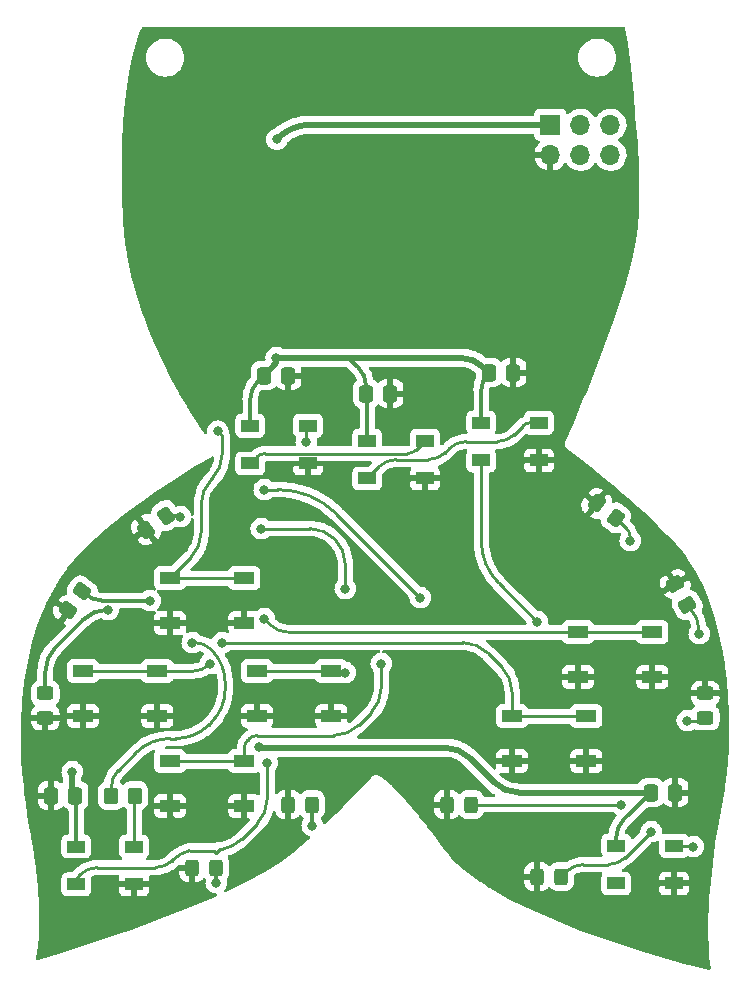
<source format=gbr>
%TF.GenerationSoftware,KiCad,Pcbnew,(6.0.0)*%
%TF.CreationDate,2022-01-21T17:49:11+00:00*%
%TF.ProjectId,molly-the-mermaid,6d6f6c6c-792d-4746-9865-2d6d65726d61,rev?*%
%TF.SameCoordinates,Original*%
%TF.FileFunction,Copper,L1,Top*%
%TF.FilePolarity,Positive*%
%FSLAX46Y46*%
G04 Gerber Fmt 4.6, Leading zero omitted, Abs format (unit mm)*
G04 Created by KiCad (PCBNEW (6.0.0)) date 2022-01-21 17:49:11*
%MOMM*%
%LPD*%
G01*
G04 APERTURE LIST*
G04 Aperture macros list*
%AMRoundRect*
0 Rectangle with rounded corners*
0 $1 Rounding radius*
0 $2 $3 $4 $5 $6 $7 $8 $9 X,Y pos of 4 corners*
0 Add a 4 corners polygon primitive as box body*
4,1,4,$2,$3,$4,$5,$6,$7,$8,$9,$2,$3,0*
0 Add four circle primitives for the rounded corners*
1,1,$1+$1,$2,$3*
1,1,$1+$1,$4,$5*
1,1,$1+$1,$6,$7*
1,1,$1+$1,$8,$9*
0 Add four rect primitives between the rounded corners*
20,1,$1+$1,$2,$3,$4,$5,0*
20,1,$1+$1,$4,$5,$6,$7,0*
20,1,$1+$1,$6,$7,$8,$9,0*
20,1,$1+$1,$8,$9,$2,$3,0*%
G04 Aperture macros list end*
%TA.AperFunction,SMDPad,CuDef*%
%ADD10RoundRect,0.250000X-0.350000X-0.450000X0.350000X-0.450000X0.350000X0.450000X-0.350000X0.450000X0*%
%TD*%
%TA.AperFunction,SMDPad,CuDef*%
%ADD11R,1.700000X1.000000*%
%TD*%
%TA.AperFunction,ComponentPad*%
%ADD12O,1.700000X1.700000*%
%TD*%
%TA.AperFunction,ComponentPad*%
%ADD13R,1.700000X1.700000*%
%TD*%
%TA.AperFunction,SMDPad,CuDef*%
%ADD14RoundRect,0.250000X-0.530373X-0.163796X-0.011260X-0.554976X0.530373X0.163796X0.011260X0.554976X0*%
%TD*%
%TA.AperFunction,SMDPad,CuDef*%
%ADD15RoundRect,0.250000X-0.552211X0.056458X-0.227211X-0.506458X0.552211X-0.056458X0.227211X0.506458X0*%
%TD*%
%TA.AperFunction,SMDPad,CuDef*%
%ADD16RoundRect,0.250000X-0.450000X0.325000X-0.450000X-0.325000X0.450000X-0.325000X0.450000X0.325000X0*%
%TD*%
%TA.AperFunction,SMDPad,CuDef*%
%ADD17RoundRect,0.250000X-0.325000X-0.450000X0.325000X-0.450000X0.325000X0.450000X-0.325000X0.450000X0*%
%TD*%
%TA.AperFunction,SMDPad,CuDef*%
%ADD18RoundRect,0.250000X0.450000X-0.325000X0.450000X0.325000X-0.450000X0.325000X-0.450000X-0.325000X0*%
%TD*%
%TA.AperFunction,SMDPad,CuDef*%
%ADD19RoundRect,0.250000X0.182206X-0.524334X0.555031X0.008115X-0.182206X0.524334X-0.555031X-0.008115X0*%
%TD*%
%TA.AperFunction,SMDPad,CuDef*%
%ADD20RoundRect,0.250000X-0.008115X-0.555031X0.524334X-0.182206X0.008115X0.555031X-0.524334X0.182206X0*%
%TD*%
%TA.AperFunction,SMDPad,CuDef*%
%ADD21R,1.500000X1.000000*%
%TD*%
%TA.AperFunction,SMDPad,CuDef*%
%ADD22RoundRect,0.250000X-0.337500X-0.475000X0.337500X-0.475000X0.337500X0.475000X-0.337500X0.475000X0*%
%TD*%
%TA.AperFunction,SMDPad,CuDef*%
%ADD23RoundRect,0.250000X0.337500X0.475000X-0.337500X0.475000X-0.337500X-0.475000X0.337500X-0.475000X0*%
%TD*%
%TA.AperFunction,ViaPad*%
%ADD24C,0.800000*%
%TD*%
%TA.AperFunction,Conductor*%
%ADD25C,0.508000*%
%TD*%
%TA.AperFunction,Conductor*%
%ADD26C,0.254000*%
%TD*%
%TA.AperFunction,Conductor*%
%ADD27C,0.304800*%
%TD*%
G04 APERTURE END LIST*
D10*
%TO.P,R11,1*%
%TO.N,/LED_DATA_1*%
X198898000Y-116332000D03*
%TO.P,R11,2*%
%TO.N,Net-(D2-Pad4)*%
X200898000Y-116332000D03*
%TD*%
D11*
%TO.P,A,1,1*%
%TO.N,Net-(SW6-Pad1)*%
X238404000Y-102494000D03*
X244704000Y-102494000D03*
%TO.P,A,2,2*%
%TO.N,GND*%
X238404000Y-106294000D03*
X244704000Y-106294000D03*
%TD*%
%TO.P,B,2,2*%
%TO.N,GND*%
X239116000Y-113406000D03*
X232816000Y-113406000D03*
%TO.P,B,1,1*%
%TO.N,Net-(SW5-Pad1)*%
X239116000Y-109606000D03*
X232816000Y-109606000D03*
%TD*%
%TO.P,Down,1,1*%
%TO.N,Net-(SW4-Pad1)*%
X203860000Y-113416000D03*
X210160000Y-113416000D03*
%TO.P,Down,2,2*%
%TO.N,GND*%
X203860000Y-117216000D03*
X210160000Y-117216000D03*
%TD*%
%TO.P,Right,1,1*%
%TO.N,Net-(SW3-Pad1)*%
X211226000Y-105796000D03*
X217526000Y-105796000D03*
%TO.P,Right,2,2*%
%TO.N,GND*%
X211226000Y-109596000D03*
X217526000Y-109596000D03*
%TD*%
%TO.P,Up,1,1*%
%TO.N,Net-(SW2-Pad1)*%
X203860000Y-97922000D03*
X210160000Y-97922000D03*
%TO.P,Up,2,2*%
%TO.N,GND*%
X203860000Y-101722000D03*
X210160000Y-101722000D03*
%TD*%
%TO.P,Left,1,1*%
%TO.N,Net-(SW1-Pad1)*%
X196494000Y-105796000D03*
X202794000Y-105796000D03*
%TO.P,Left,2,2*%
%TO.N,GND*%
X196494000Y-109596000D03*
X202794000Y-109596000D03*
%TD*%
D12*
%TO.P,SAO,6,Pin_6*%
%TO.N,/SAO2*%
X241147600Y-62077600D03*
%TO.P,SAO,5,Pin_5*%
%TO.N,/SAO1*%
X241147600Y-59537600D03*
%TO.P,SAO,4,Pin_4*%
%TO.N,/SCL*%
X238607600Y-62077600D03*
%TO.P,SAO,3,Pin_3*%
%TO.N,/SDA*%
X238607600Y-59537600D03*
%TO.P,SAO,2,Pin_2*%
%TO.N,GND*%
X236067600Y-62077600D03*
D13*
%TO.P,SAO,1,Pin_1*%
%TO.N,+3V3*%
X236067600Y-59537600D03*
%TD*%
D14*
%TO.P,D16,1,K*%
%TO.N,GND*%
X239973399Y-91585140D03*
%TO.P,D16,2,A*%
%TO.N,Net-(D16-Pad2)*%
X241610601Y-92818860D03*
%TD*%
D15*
%TO.P,D15,1,K*%
%TO.N,GND*%
X246629500Y-98426324D03*
%TO.P,D15,2,A*%
%TO.N,Net-(D15-Pad2)*%
X247654500Y-100201676D03*
%TD*%
D16*
%TO.P,D14,1,K*%
%TO.N,GND*%
X249174000Y-107687000D03*
%TO.P,D14,2,A*%
%TO.N,Net-(D14-Pad2)*%
X249174000Y-109737000D03*
%TD*%
D17*
%TO.P,D13,1,K*%
%TO.N,GND*%
X234941000Y-123190000D03*
%TO.P,D13,2,A*%
%TO.N,Net-(D13-Pad2)*%
X236991000Y-123190000D03*
%TD*%
%TO.P,D12,1,K*%
%TO.N,GND*%
X227312000Y-117094000D03*
%TO.P,D12,2,A*%
%TO.N,Net-(D12-Pad2)*%
X229362000Y-117094000D03*
%TD*%
%TO.P,D11,1,K*%
%TO.N,GND*%
X213859000Y-117094000D03*
%TO.P,D11,2,A*%
%TO.N,Net-(D11-Pad2)*%
X215909000Y-117094000D03*
%TD*%
%TO.P,D10,2,A*%
%TO.N,Net-(D10-Pad2)*%
X207781000Y-122428000D03*
%TO.P,D10,1,K*%
%TO.N,GND*%
X205731000Y-122428000D03*
%TD*%
D18*
%TO.P,D9,1,K*%
%TO.N,GND*%
X193294000Y-109737000D03*
%TO.P,D9,2,A*%
%TO.N,Net-(D9-Pad2)*%
X193294000Y-107687000D03*
%TD*%
D19*
%TO.P,D8,1,K*%
%TO.N,GND*%
X195246084Y-100661631D03*
%TO.P,D8,2,A*%
%TO.N,Net-(D8-Pad2)*%
X196421916Y-98982369D03*
%TD*%
D20*
%TO.P,D7,1,K*%
%TO.N,GND*%
X201843369Y-93805916D03*
%TO.P,D7,2,A*%
%TO.N,Net-(D7-Pad2)*%
X203522631Y-92630084D03*
%TD*%
D21*
%TO.P,D6,3,VSS*%
%TO.N,GND*%
X246544000Y-123774000D03*
%TO.P,D6,4,DIN*%
%TO.N,Net-(D5-Pad2)*%
X246544000Y-120574000D03*
%TO.P,D6,2,DOUT*%
%TO.N,unconnected-(D6-Pad2)*%
X241644000Y-123774000D03*
%TO.P,D6,1,VDD*%
%TO.N,+3V3*%
X241644000Y-120574000D03*
%TD*%
%TO.P,D5,3,VSS*%
%TO.N,GND*%
X235114000Y-87960000D03*
%TO.P,D5,4,DIN*%
%TO.N,Net-(D4-Pad2)*%
X235114000Y-84760000D03*
%TO.P,D5,2,DOUT*%
%TO.N,Net-(D5-Pad2)*%
X230214000Y-87960000D03*
%TO.P,D5,1,VDD*%
%TO.N,+3V3*%
X230214000Y-84760000D03*
%TD*%
%TO.P,D4,3,VSS*%
%TO.N,GND*%
X225462000Y-89484000D03*
%TO.P,D4,4,DIN*%
%TO.N,Net-(D3-Pad2)*%
X225462000Y-86284000D03*
%TO.P,D4,2,DOUT*%
%TO.N,Net-(D4-Pad2)*%
X220562000Y-89484000D03*
%TO.P,D4,1,VDD*%
%TO.N,+3V3*%
X220562000Y-86284000D03*
%TD*%
%TO.P,D3,3,VSS*%
%TO.N,GND*%
X215556000Y-88214000D03*
%TO.P,D3,4,DIN*%
%TO.N,Net-(D2-Pad2)*%
X215556000Y-85014000D03*
%TO.P,D3,2,DOUT*%
%TO.N,Net-(D3-Pad2)*%
X210656000Y-88214000D03*
%TO.P,D3,1,VDD*%
%TO.N,+3V3*%
X210656000Y-85014000D03*
%TD*%
%TO.P,D2,3,VSS*%
%TO.N,GND*%
X200824000Y-123850000D03*
%TO.P,D2,4,DIN*%
%TO.N,Net-(D2-Pad4)*%
X200824000Y-120650000D03*
%TO.P,D2,2,DOUT*%
%TO.N,Net-(D2-Pad2)*%
X195924000Y-123850000D03*
%TO.P,D2,1,VDD*%
%TO.N,+3V3*%
X195924000Y-120650000D03*
%TD*%
D22*
%TO.P,C5,1*%
%TO.N,+3V3*%
X244580500Y-116078000D03*
%TO.P,C5,2*%
%TO.N,GND*%
X246655500Y-116078000D03*
%TD*%
%TO.P,C4,1*%
%TO.N,+3V3*%
X230864500Y-80518000D03*
%TO.P,C4,2*%
%TO.N,GND*%
X232939500Y-80518000D03*
%TD*%
%TO.P,C3,1*%
%TO.N,+3V3*%
X220450500Y-82296000D03*
%TO.P,C3,2*%
%TO.N,GND*%
X222525500Y-82296000D03*
%TD*%
%TO.P,C2,1*%
%TO.N,+3V3*%
X211814500Y-80772000D03*
%TO.P,C2,2*%
%TO.N,GND*%
X213889500Y-80772000D03*
%TD*%
D23*
%TO.P,C1,1*%
%TO.N,+3V3*%
X195855500Y-116332000D03*
%TO.P,C1,2*%
%TO.N,GND*%
X193780500Y-116332000D03*
%TD*%
D24*
%TO.N,+3V3*%
X212902800Y-60756800D03*
%TO.N,GND*%
X203962000Y-118364000D03*
X209042000Y-118872000D03*
X205486000Y-100584000D03*
X199898000Y-94234000D03*
X211836000Y-95504000D03*
X220218000Y-108204000D03*
X220726000Y-99060000D03*
X195834000Y-126238000D03*
%TO.N,Net-(SW1-Pad1)*%
X207264000Y-105156000D03*
%TO.N,Net-(SW5-Pad1)*%
X208280000Y-103378000D03*
%TO.N,Net-(SW3-Pad1)*%
X218694000Y-105918000D03*
X218694000Y-98806000D03*
X211582000Y-93726000D03*
%TO.N,Net-(SW4-Pad1)*%
X211836000Y-90424000D03*
X225044000Y-99568000D03*
X221742000Y-105156000D03*
%TO.N,/LED_DATA_1*%
X205740000Y-103378000D03*
%TO.N,Net-(D2-Pad2)*%
X215392000Y-86360000D03*
X212090000Y-113538000D03*
%TO.N,Net-(SW2-Pad1)*%
X207899000Y-85471000D03*
%TO.N,Net-(D12-Pad2)*%
X242062000Y-117094000D03*
%TO.N,Net-(D13-Pad2)*%
X244602000Y-119380000D03*
%TO.N,Net-(D14-Pad2)*%
X247650000Y-109982000D03*
%TO.N,Net-(D15-Pad2)*%
X248666000Y-102616000D03*
%TO.N,Net-(D16-Pad2)*%
X242824000Y-94742000D03*
%TO.N,Net-(D5-Pad2)*%
X248158000Y-120650000D03*
X234950000Y-101600000D03*
%TO.N,Net-(SW6-Pad1)*%
X211836000Y-101346000D03*
%TO.N,GND*%
X226822000Y-84328000D03*
X206502000Y-82042000D03*
X237236000Y-82042000D03*
%TO.N,Net-(D9-Pad2)*%
X198628000Y-100584000D03*
%TO.N,Net-(D8-Pad2)*%
X202184000Y-99822000D03*
%TO.N,Net-(D7-Pad2)*%
X204724000Y-92710000D03*
%TO.N,Net-(D10-Pad2)*%
X207772000Y-123698000D03*
%TO.N,Net-(D11-Pad2)*%
X215900000Y-118872000D03*
%TO.N,+3V3*%
X211387534Y-112208466D03*
X195580000Y-114300000D03*
X212852000Y-79248000D03*
%TD*%
D25*
%TO.N,+3V3*%
X215778854Y-59537600D02*
G75*
G03*
X212950427Y-60709173I0J-3999999D01*
G01*
X212950427Y-60709173D02*
X212902800Y-60756800D01*
X236067600Y-59537600D02*
X215778854Y-59537600D01*
D26*
%TO.N,Net-(D2-Pad2)*%
X195924000Y-123768214D02*
X195924000Y-123850000D01*
X196264213Y-123013787D02*
X196216893Y-123061107D01*
X202625573Y-122428000D02*
X197678427Y-122428000D01*
X204099320Y-121782680D02*
X204039786Y-121842214D01*
X207597284Y-120983284D02*
X205510888Y-120983284D01*
X207772000Y-121158000D02*
X207597284Y-120983284D01*
X208065971Y-120864029D02*
X207772000Y-121158000D01*
X208302288Y-120864029D02*
X208065971Y-120864029D01*
X211211320Y-118734680D02*
X209920679Y-120025321D01*
X195924001Y-123768214D02*
G75*
G02*
X196216894Y-123061108I999993J3D01*
G01*
X196264213Y-123013787D02*
G75*
G02*
X197678427Y-122428000I1414214J-1414213D01*
G01*
X202625573Y-122427999D02*
G75*
G03*
X204039785Y-121842213I0J1999999D01*
G01*
X212090000Y-113538000D02*
X212090000Y-116613359D01*
X204099321Y-121782681D02*
G75*
G02*
X205510888Y-120983285I2139997J-2132826D01*
G01*
X208302288Y-120864029D02*
G75*
G03*
X209920679Y-120025321I-518554J2981410D01*
G01*
X211211320Y-118734680D02*
G75*
G03*
X212090000Y-116613359I-2121314J2121318D01*
G01*
%TO.N,Net-(SW4-Pad1)*%
X210160001Y-112326214D02*
G75*
G02*
X210452894Y-111619108I999993J3D01*
G01*
X211234214Y-111252001D02*
G75*
G03*
X210527108Y-111544894I-3J-999993D01*
G01*
X210527107Y-111544893D02*
X210452893Y-111619107D01*
X217705359Y-111252000D02*
X211234214Y-111252000D01*
X221742000Y-105156000D02*
X221742000Y-107215359D01*
X210160000Y-112326214D02*
X210160000Y-113416000D01*
X217705359Y-111252000D02*
G75*
G03*
X219826680Y-110373320I-2J3000005D01*
G01*
X220863321Y-109336679D02*
G75*
G03*
X221742000Y-107215359I-2121319J2121319D01*
G01*
X220863321Y-109336679D02*
X219826680Y-110373320D01*
D27*
%TO.N,Net-(D7-Pad2)*%
X204644084Y-92630084D02*
X203522631Y-92630084D01*
X204724000Y-92710000D02*
X204644084Y-92630084D01*
D26*
%TO.N,Net-(SW2-Pad1)*%
X203860000Y-97922000D02*
X205623321Y-96158679D01*
X206502000Y-94037359D02*
X206502000Y-91666641D01*
X208280000Y-87403359D02*
X208280000Y-85852000D01*
X208280000Y-87403359D02*
G75*
G02*
X207401321Y-89524679I-2999998J-1D01*
G01*
X207380680Y-89545320D02*
X207401321Y-89524679D01*
X208280000Y-85852000D02*
X207899000Y-85471000D01*
X206502000Y-94037359D02*
G75*
G02*
X205623321Y-96158679I-2999998J-1D01*
G01*
X207380680Y-89545320D02*
G75*
G03*
X206502000Y-91666641I2121325J-2121323D01*
G01*
%TO.N,Net-(D5-Pad2)*%
X246544000Y-120574000D02*
X248082000Y-120574000D01*
X248082000Y-120574000D02*
X248158000Y-120650000D01*
%TO.N,/LED_DATA_1*%
X198882001Y-115636427D02*
G75*
G02*
X199467787Y-114222215I1999999J0D01*
G01*
X207341787Y-103963787D02*
G75*
G03*
X205927573Y-103378000I-1414214J-1414213D01*
G01*
X207165573Y-110334427D02*
G75*
G02*
X204337146Y-111506000I-2828427J2828426D01*
G01*
X207362427Y-110137573D02*
G75*
G03*
X208534000Y-107309146I-2828426J2828427D01*
G01*
X207362427Y-103984427D02*
G75*
G02*
X208534000Y-106812854I-2828426J-2828427D01*
G01*
X203840854Y-111506000D02*
G75*
G03*
X201012427Y-112677573I0J-3999999D01*
G01*
X198882000Y-115636427D02*
X198882000Y-116316000D01*
X201012427Y-112677573D02*
X199467786Y-114222214D01*
X204337146Y-111506000D02*
X203840854Y-111506000D01*
X207362427Y-110137573D02*
X207165573Y-110334427D01*
X208534000Y-106812854D02*
X208534000Y-107309146D01*
X207341787Y-103963787D02*
X207362427Y-103984427D01*
X205740000Y-103378000D02*
X205927573Y-103378000D01*
X198882000Y-116316000D02*
X198898000Y-116332000D01*
X198898000Y-115808000D02*
X198898000Y-116332000D01*
%TO.N,Net-(SW1-Pad1)*%
X207209786Y-105210214D02*
G75*
G02*
X205795573Y-105796000I-1414213J1414214D01*
G01*
X205795573Y-105796000D02*
X202794000Y-105796000D01*
X207264000Y-105156000D02*
X207209786Y-105210214D01*
%TO.N,Net-(SW5-Pad1)*%
X228627359Y-103378000D02*
X208280000Y-103378000D01*
%TO.N,Net-(SW3-Pad1)*%
X217794680Y-94604680D02*
G75*
G03*
X215673359Y-93726000I-2121323J-2121325D01*
G01*
X217815321Y-94625321D02*
G75*
G02*
X218694000Y-96746641I-2121319J-2121319D01*
G01*
X217794680Y-94604680D02*
X217815321Y-94625321D01*
X218694000Y-96746641D02*
X218694000Y-98806000D01*
X211582000Y-93726000D02*
X215673359Y-93726000D01*
X217648000Y-105918000D02*
X217526000Y-105796000D01*
X218694000Y-105918000D02*
X217648000Y-105918000D01*
%TO.N,Net-(SW4-Pad1)*%
X213000505Y-90424000D02*
G75*
G02*
X217950252Y-92474252I1J-6999997D01*
G01*
X213000505Y-90424000D02*
X211836000Y-90424000D01*
X225044000Y-99568000D02*
X217950252Y-92474252D01*
%TO.N,Net-(D2-Pad2)*%
X215392000Y-85178000D02*
X215556000Y-85014000D01*
X215392000Y-86360000D02*
X215392000Y-85178000D01*
%TO.N,Net-(D2-Pad4)*%
X200824000Y-116406000D02*
X200824000Y-120650000D01*
X200898000Y-116332000D02*
X200824000Y-116406000D01*
%TO.N,Net-(SW4-Pad1)*%
X210160000Y-113416000D02*
X203860000Y-113416000D01*
%TO.N,Net-(SW3-Pad1)*%
X217526000Y-105796000D02*
X211226000Y-105796000D01*
%TO.N,Net-(SW1-Pad1)*%
X196494000Y-105796000D02*
X202794000Y-105796000D01*
%TO.N,Net-(SW2-Pad1)*%
X203860000Y-97922000D02*
X210160000Y-97922000D01*
%TO.N,Net-(D12-Pad2)*%
X229362000Y-117094000D02*
X242062000Y-117094000D01*
%TO.N,Net-(D13-Pad2)*%
X242393786Y-121588214D02*
G75*
G02*
X240979573Y-122174000I-1414213J1414214D01*
G01*
X238835427Y-122174001D02*
G75*
G03*
X237421214Y-122759788I0J-1999999D01*
G01*
X240979573Y-122174000D02*
X238835427Y-122174000D01*
X244602000Y-119380000D02*
X242393786Y-121588214D01*
X237421213Y-122759787D02*
X236991000Y-123190000D01*
%TO.N,Net-(D14-Pad2)*%
X248929000Y-109982000D02*
X249174000Y-109737000D01*
X247650000Y-109982000D02*
X248929000Y-109982000D01*
%TO.N,Net-(D15-Pad2)*%
X248666000Y-102455817D02*
G75*
G03*
X247787321Y-100334497I-2999998J1D01*
G01*
X248666000Y-102455817D02*
X248666000Y-102616000D01*
X247654500Y-100201676D02*
X247787321Y-100334497D01*
%TO.N,Net-(D16-Pad2)*%
X242531107Y-93739366D02*
G75*
G02*
X242824000Y-94446473I-707106J-707106D01*
G01*
X242531107Y-93739366D02*
X241610601Y-92818860D01*
X242824000Y-94742000D02*
X242824000Y-94446473D01*
%TO.N,Net-(D5-Pad2)*%
X231678466Y-98328466D02*
G75*
G02*
X230214000Y-94792932I3535532J3535533D01*
G01*
X231678466Y-98328466D02*
X234950000Y-101600000D01*
X230214000Y-87960000D02*
X230214000Y-94792932D01*
%TO.N,Net-(SW5-Pad1)*%
X231937320Y-105445320D02*
G75*
G02*
X232816000Y-107566641I-2121325J-2121323D01*
G01*
X230748679Y-104256679D02*
G75*
G03*
X228627359Y-103378000I-2121319J-2121319D01*
G01*
X231937320Y-105445320D02*
X230748679Y-104256679D01*
X232816000Y-109606000D02*
X232816000Y-107566641D01*
X239116000Y-109606000D02*
X232816000Y-109606000D01*
%TO.N,Net-(SW6-Pad1)*%
X212398213Y-101908213D02*
G75*
G03*
X213812427Y-102494000I1414214J1414213D01*
G01*
X212398213Y-101908213D02*
X211836000Y-101346000D01*
X238404000Y-102494000D02*
X213812427Y-102494000D01*
X244704000Y-102494000D02*
X238404000Y-102494000D01*
%TO.N,Net-(D4-Pad2)*%
X227506214Y-86945786D02*
G75*
G02*
X228920427Y-86360000I1414213J-1414214D01*
G01*
X231581573Y-86359999D02*
G75*
G03*
X232995786Y-85774212I0J1999999D01*
G01*
X227153787Y-87298213D02*
G75*
G02*
X225739573Y-87884000I-1414214J1414213D01*
G01*
X221576214Y-88469786D02*
G75*
G02*
X222990427Y-87884000I1414213J-1414214D01*
G01*
X234424214Y-84760001D02*
G75*
G03*
X233717108Y-85052894I-3J-999993D01*
G01*
%TO.N,Net-(D3-Pad2)*%
X211908214Y-87376001D02*
G75*
G03*
X211201108Y-87668894I-3J-999993D01*
G01*
X223955786Y-87375999D02*
G75*
G03*
X224662892Y-87083106I3J999993D01*
G01*
%TO.N,Net-(D4-Pad2)*%
X234424214Y-84760000D02*
X235114000Y-84760000D01*
X228920427Y-86360000D02*
X231581573Y-86360000D01*
X227153787Y-87298213D02*
X227506214Y-86945786D01*
X232995787Y-85774213D02*
X233717107Y-85052893D01*
X222990427Y-87884000D02*
X225739573Y-87884000D01*
X220562000Y-89484000D02*
X221576214Y-88469786D01*
%TO.N,Net-(D3-Pad2)*%
X224662893Y-87083107D02*
X225462000Y-86284000D01*
X211908214Y-87376000D02*
X223955786Y-87376000D01*
X210656000Y-88214000D02*
X211201107Y-87668893D01*
D27*
%TO.N,Net-(D9-Pad2)*%
X193294000Y-105890641D02*
G75*
G02*
X194172679Y-103769321I2999998J1D01*
G01*
X196479320Y-101462680D02*
G75*
G02*
X198600641Y-100584000I2121323J-2121325D01*
G01*
X193294000Y-105890641D02*
X193294000Y-107687000D01*
X196479320Y-101462680D02*
X194172679Y-103769321D01*
X198628000Y-100584000D02*
X198600641Y-100584000D01*
%TO.N,Net-(D8-Pad2)*%
X198089974Y-99821999D02*
G75*
G02*
X196675762Y-99236213I0J1999999D01*
G01*
X198089974Y-99822000D02*
X202184000Y-99822000D01*
X196421916Y-98982369D02*
X196675761Y-99236214D01*
%TO.N,Net-(D10-Pad2)*%
X207772000Y-122437000D02*
X207781000Y-122428000D01*
X207772000Y-123698000D02*
X207772000Y-122437000D01*
%TO.N,Net-(D11-Pad2)*%
X215909000Y-118863000D02*
X215900000Y-118872000D01*
X215909000Y-117094000D02*
X215909000Y-118863000D01*
D25*
%TO.N,+3V3*%
X229224680Y-113146680D02*
G75*
G03*
X227103359Y-112268000I-2121323J-2121325D01*
G01*
X231277321Y-115199321D02*
G75*
G03*
X233398641Y-116078000I2121319J2121319D01*
G01*
X233398641Y-116078000D02*
X244580500Y-116078000D01*
X229224680Y-113146680D02*
X231277321Y-115199321D01*
X211387534Y-112208466D02*
X211447068Y-112268000D01*
X211447068Y-112268000D02*
X227103359Y-112268000D01*
X195580000Y-116310500D02*
X195558500Y-116332000D01*
X195580000Y-114300000D02*
X195580000Y-116310500D01*
D27*
X242229787Y-118428713D02*
G75*
G03*
X241644000Y-119842927I1414213J-1414214D01*
G01*
X195558500Y-116332000D02*
X195924000Y-116697500D01*
X195924000Y-116697500D02*
X195924000Y-120650000D01*
X242229787Y-118428713D02*
X244580500Y-116078000D01*
X241644000Y-120574000D02*
X241644000Y-119842927D01*
X230214001Y-81996927D02*
G75*
G02*
X230799788Y-80582714I1999999J0D01*
G01*
X220450499Y-81578927D02*
G75*
G03*
X219864712Y-80164714I-1999999J0D01*
G01*
X218948000Y-79248000D02*
X218186000Y-79248000D01*
X219864713Y-80164713D02*
X218948000Y-79248000D01*
X220450500Y-82296000D02*
X220450500Y-81578927D01*
X210656001Y-82758927D02*
G75*
G02*
X211241788Y-81344714I1999999J0D01*
G01*
D25*
X230473180Y-80126680D02*
G75*
G03*
X228351859Y-79248000I-2121323J-2121325D01*
G01*
X218186000Y-79248000D02*
X228351859Y-79248000D01*
X212852000Y-79248000D02*
X218186000Y-79248000D01*
X230473180Y-80126680D02*
X230864500Y-80518000D01*
D27*
X230799787Y-80582713D02*
X230864500Y-80518000D01*
X230214000Y-84760000D02*
X230214000Y-81996927D01*
X220562000Y-86284000D02*
X220562000Y-82407500D01*
X220562000Y-82407500D02*
X220450500Y-82296000D01*
X211241787Y-81344713D02*
X211814500Y-80772000D01*
X210656000Y-85014000D02*
X210656000Y-82758927D01*
D25*
X212852000Y-79734500D02*
X211814500Y-80772000D01*
X212852000Y-79248000D02*
X212852000Y-79734500D01*
%TD*%
%TA.AperFunction,Conductor*%
%TO.N,GND*%
G36*
X242296033Y-51259485D02*
G01*
X242364138Y-51279541D01*
X242410589Y-51333233D01*
X242420735Y-51368144D01*
X242601003Y-52665532D01*
X242601248Y-52667398D01*
X242850768Y-54683622D01*
X242850999Y-54685620D01*
X243112757Y-57118765D01*
X243119504Y-57181485D01*
X243119756Y-57184080D01*
X243351560Y-59866427D01*
X243360556Y-59970523D01*
X243360749Y-59973055D01*
X243365443Y-60044053D01*
X243455839Y-61411122D01*
X243455962Y-61413251D01*
X243526712Y-62853130D01*
X243526812Y-62855708D01*
X243567330Y-64271008D01*
X243567381Y-64274188D01*
X243571995Y-65640306D01*
X243571945Y-65644318D01*
X243535164Y-66936057D01*
X243534908Y-66941258D01*
X243455317Y-68079780D01*
X243453072Y-68092107D01*
X243453478Y-68092168D01*
X243452151Y-68101046D01*
X243449579Y-68109646D01*
X243449524Y-68118621D01*
X243449524Y-68118622D01*
X243449383Y-68141713D01*
X243448234Y-68157936D01*
X243291026Y-69312925D01*
X243289719Y-69320698D01*
X243029542Y-70618580D01*
X243028283Y-70624192D01*
X242681512Y-72020098D01*
X242680387Y-72024315D01*
X242263297Y-73485039D01*
X242261891Y-73489629D01*
X241272687Y-76512717D01*
X241271196Y-76517009D01*
X240185033Y-79471448D01*
X240183891Y-79474438D01*
X239123535Y-82147043D01*
X239122641Y-82149236D01*
X238865656Y-82763047D01*
X238235871Y-84267295D01*
X238212713Y-84322607D01*
X238211871Y-84324571D01*
X237936738Y-84951289D01*
X237362564Y-86259187D01*
X237359010Y-86266203D01*
X237354920Y-86271401D01*
X237350683Y-86281948D01*
X237339498Y-86303507D01*
X237338204Y-86305503D01*
X237338202Y-86305508D01*
X237333319Y-86313041D01*
X237323552Y-86345701D01*
X237322427Y-86349463D01*
X237320941Y-86354000D01*
X237319399Y-86357511D01*
X237318197Y-86361831D01*
X237316691Y-86366055D01*
X237316566Y-86366010D01*
X237314712Y-86371481D01*
X237300672Y-86406426D01*
X237299798Y-86415358D01*
X237299565Y-86417738D01*
X237294882Y-86441565D01*
X237291625Y-86452455D01*
X237291595Y-86457420D01*
X237290265Y-86462198D01*
X237290382Y-86471177D01*
X237290382Y-86471179D01*
X237290485Y-86479025D01*
X237290712Y-86496367D01*
X237290757Y-86499841D01*
X237290169Y-86513756D01*
X237286500Y-86551249D01*
X237288168Y-86560065D01*
X237288168Y-86560073D01*
X237288612Y-86562420D01*
X237290805Y-86586600D01*
X237290790Y-86588993D01*
X237290791Y-86588999D01*
X237290736Y-86597966D01*
X237292100Y-86602739D01*
X237292165Y-86607700D01*
X237303178Y-86643614D01*
X237303203Y-86643694D01*
X237306545Y-86657217D01*
X237310717Y-86679270D01*
X237313546Y-86694228D01*
X237317622Y-86702223D01*
X237318711Y-86704360D01*
X237327600Y-86726949D01*
X237330724Y-86737879D01*
X237333370Y-86742073D01*
X237334826Y-86746820D01*
X237339759Y-86754316D01*
X237339761Y-86754320D01*
X237355525Y-86778273D01*
X237362529Y-86790316D01*
X237379634Y-86823870D01*
X237387432Y-86832142D01*
X237402306Y-86851331D01*
X237408372Y-86860945D01*
X237412093Y-86864231D01*
X237414820Y-86868375D01*
X237443527Y-86892765D01*
X237451268Y-86900116D01*
X237452985Y-86901677D01*
X237456329Y-86905224D01*
X237460177Y-86908213D01*
X237471289Y-86916845D01*
X237477399Y-86921908D01*
X237517440Y-86957270D01*
X237521930Y-86959378D01*
X237525714Y-86962593D01*
X237533902Y-86966247D01*
X237544011Y-86973332D01*
X237764431Y-87144546D01*
X238771921Y-87927127D01*
X238773394Y-87928290D01*
X239949792Y-88871836D01*
X240135488Y-89020776D01*
X240137169Y-89022147D01*
X240203511Y-89077261D01*
X241770050Y-90378668D01*
X241771564Y-90379947D01*
X242242096Y-90784151D01*
X242636319Y-91122803D01*
X242637640Y-91123954D01*
X243510077Y-91894747D01*
X243511652Y-91896163D01*
X244370245Y-92680813D01*
X244372153Y-92682593D01*
X244764613Y-93056460D01*
X245176367Y-93448707D01*
X245196471Y-93467859D01*
X245198814Y-93470149D01*
X245296315Y-93568016D01*
X245968152Y-94242372D01*
X245971118Y-94245452D01*
X246664354Y-94990195D01*
X246668181Y-94994499D01*
X247267524Y-95700489D01*
X247271156Y-95704973D01*
X247522932Y-96030672D01*
X247525854Y-96034607D01*
X247653481Y-96213691D01*
X247708403Y-96290757D01*
X247743497Y-96340001D01*
X247748329Y-96347306D01*
X248389505Y-97394040D01*
X248394716Y-97403422D01*
X248556590Y-97726581D01*
X248961081Y-98534090D01*
X248964953Y-98542593D01*
X249462383Y-99752011D01*
X249465245Y-99759666D01*
X249895300Y-101034589D01*
X249897407Y-101041481D01*
X250262022Y-102368562D01*
X250263564Y-102374792D01*
X250426178Y-103111715D01*
X250528290Y-103574459D01*
X250564931Y-103740508D01*
X250566046Y-103746175D01*
X250660399Y-104291733D01*
X250806616Y-105137173D01*
X250807408Y-105142402D01*
X250837922Y-105377118D01*
X250989451Y-106542705D01*
X250989772Y-106545178D01*
X250990307Y-106550042D01*
X251117197Y-107951186D01*
X251117530Y-107955795D01*
X251191629Y-109339124D01*
X251191785Y-109342040D01*
X251191944Y-109346492D01*
X251207786Y-110223715D01*
X251216465Y-110704259D01*
X251216468Y-110708661D01*
X251194251Y-112024636D01*
X251194097Y-112029086D01*
X251161883Y-112645433D01*
X251129997Y-113255508D01*
X251128208Y-113289728D01*
X251127883Y-113294332D01*
X251021733Y-114483365D01*
X251021496Y-114486018D01*
X251020953Y-114490979D01*
X250959138Y-114968452D01*
X250877415Y-115599695D01*
X250876571Y-115605245D01*
X250825207Y-115898655D01*
X250703552Y-116593600D01*
X250703120Y-116596065D01*
X250699725Y-116610439D01*
X250689443Y-116644817D01*
X250689388Y-116653792D01*
X250689388Y-116653794D01*
X250689347Y-116660487D01*
X250687166Y-116683069D01*
X250335240Y-118548885D01*
X250333842Y-118555356D01*
X250333763Y-118555682D01*
X250332252Y-118560298D01*
X250331469Y-118565096D01*
X250331468Y-118565100D01*
X250327134Y-118591660D01*
X250326604Y-118594676D01*
X250321285Y-118622872D01*
X250321087Y-118627350D01*
X250320884Y-118629105D01*
X250320076Y-118634903D01*
X250188177Y-119443078D01*
X250037065Y-120368976D01*
X250036843Y-120370335D01*
X250035629Y-120376731D01*
X250035420Y-120377698D01*
X250034023Y-120382366D01*
X250033361Y-120387196D01*
X250029746Y-120413562D01*
X250029275Y-120416704D01*
X250024698Y-120444750D01*
X250024611Y-120449235D01*
X250024388Y-120451685D01*
X250023738Y-120457388D01*
X249810843Y-122010302D01*
X249806144Y-122044575D01*
X249805114Y-122050894D01*
X249804803Y-122052537D01*
X249803531Y-122057237D01*
X249802997Y-122062078D01*
X249802997Y-122062079D01*
X249800114Y-122088228D01*
X249799705Y-122091534D01*
X249796495Y-122114945D01*
X249796494Y-122114960D01*
X249795887Y-122119388D01*
X249795914Y-122123863D01*
X249795705Y-122127070D01*
X249795213Y-122132682D01*
X249636190Y-123575015D01*
X249635346Y-123581243D01*
X249634969Y-123583586D01*
X249633827Y-123588313D01*
X249633426Y-123593164D01*
X249631282Y-123619105D01*
X249630955Y-123622499D01*
X249627902Y-123650187D01*
X249628048Y-123654676D01*
X249627896Y-123658604D01*
X249627562Y-123664116D01*
X249520035Y-124965036D01*
X249519376Y-124971175D01*
X249518973Y-124974219D01*
X249517963Y-124978990D01*
X249517699Y-124983858D01*
X249516305Y-125009551D01*
X249516062Y-125013105D01*
X249513794Y-125040541D01*
X249514062Y-125045014D01*
X249514011Y-125049499D01*
X249513835Y-125049497D01*
X249513839Y-125054988D01*
X249496593Y-125372818D01*
X249459592Y-126054724D01*
X249450731Y-126218020D01*
X249450257Y-126224060D01*
X249449866Y-126227866D01*
X249448996Y-126232662D01*
X249448874Y-126237532D01*
X249448236Y-126262982D01*
X249448091Y-126266649D01*
X249447077Y-126285343D01*
X249446616Y-126293845D01*
X249447010Y-126298314D01*
X249447086Y-126302788D01*
X249446923Y-126302791D01*
X249447098Y-126308444D01*
X249421327Y-127337411D01*
X249421039Y-127343313D01*
X249420707Y-127347897D01*
X249419982Y-127352714D01*
X249420007Y-127357583D01*
X249420006Y-127357590D01*
X249420133Y-127382773D01*
X249420096Y-127386529D01*
X249419421Y-127413481D01*
X249419945Y-127417930D01*
X249420151Y-127422411D01*
X249420004Y-127422418D01*
X249420362Y-127428237D01*
X249422368Y-127827126D01*
X249424905Y-128331445D01*
X249424230Y-128345119D01*
X249424228Y-128345136D01*
X249424228Y-128345147D01*
X249423723Y-128349993D01*
X249423970Y-128354865D01*
X249424994Y-128375071D01*
X249425154Y-128380814D01*
X249425265Y-128402831D01*
X249426099Y-128408451D01*
X249427300Y-128420546D01*
X249450030Y-128868914D01*
X249503830Y-129930184D01*
X249503896Y-129941481D01*
X249503465Y-129952519D01*
X249504025Y-129957349D01*
X249504025Y-129957354D01*
X249505657Y-129971433D01*
X249506333Y-129979561D01*
X249506914Y-129991021D01*
X249506915Y-129991032D01*
X249507142Y-129995504D01*
X249507999Y-129999893D01*
X249508000Y-129999900D01*
X249509414Y-130007139D01*
X249510912Y-130016784D01*
X249622701Y-130981402D01*
X249610674Y-131051372D01*
X249562728Y-131103733D01*
X249494084Y-131121860D01*
X249466212Y-131117950D01*
X248115987Y-130771361D01*
X247410910Y-130590375D01*
X247407231Y-130589371D01*
X244220439Y-129667054D01*
X244217542Y-129666178D01*
X242378105Y-129085588D01*
X242375699Y-129084801D01*
X240433914Y-128428722D01*
X240431074Y-128427725D01*
X239843965Y-128213599D01*
X238438232Y-127700912D01*
X238434904Y-127699643D01*
X236440646Y-126906457D01*
X236436560Y-126904748D01*
X234490734Y-126049843D01*
X234485704Y-126047500D01*
X232638466Y-125136030D01*
X232632117Y-125132668D01*
X232483760Y-125048621D01*
X230928539Y-124167564D01*
X230922711Y-124164051D01*
X230853159Y-124119521D01*
X230707532Y-124026286D01*
X230177741Y-123687095D01*
X233858001Y-123687095D01*
X233858338Y-123693614D01*
X233868257Y-123789206D01*
X233871149Y-123802600D01*
X233922588Y-123956784D01*
X233928761Y-123969962D01*
X234014063Y-124107807D01*
X234023099Y-124119208D01*
X234137829Y-124233739D01*
X234149240Y-124242751D01*
X234287243Y-124327816D01*
X234300424Y-124333963D01*
X234454710Y-124385138D01*
X234468086Y-124388005D01*
X234562438Y-124397672D01*
X234568854Y-124398000D01*
X234668885Y-124398000D01*
X234684124Y-124393525D01*
X234685329Y-124392135D01*
X234687000Y-124384452D01*
X234687000Y-123462115D01*
X234682525Y-123446876D01*
X234681135Y-123445671D01*
X234673452Y-123444000D01*
X233876116Y-123444000D01*
X233860877Y-123448475D01*
X233859672Y-123449865D01*
X233858001Y-123457548D01*
X233858001Y-123687095D01*
X230177741Y-123687095D01*
X230150114Y-123669407D01*
X230145562Y-123666352D01*
X229425182Y-123159504D01*
X229420035Y-123155682D01*
X229343954Y-123096109D01*
X229116341Y-122917885D01*
X233858000Y-122917885D01*
X233862475Y-122933124D01*
X233863865Y-122934329D01*
X233871548Y-122936000D01*
X234668885Y-122936000D01*
X234684124Y-122931525D01*
X234685329Y-122930135D01*
X234687000Y-122922452D01*
X234687000Y-122000116D01*
X234682525Y-121984877D01*
X234681135Y-121983672D01*
X234673452Y-121982001D01*
X234568905Y-121982001D01*
X234562386Y-121982338D01*
X234466794Y-121992257D01*
X234453400Y-121995149D01*
X234299216Y-122046588D01*
X234286038Y-122052761D01*
X234148193Y-122138063D01*
X234136792Y-122147099D01*
X234022261Y-122261829D01*
X234013249Y-122273240D01*
X233928184Y-122411243D01*
X233922037Y-122424424D01*
X233870862Y-122578710D01*
X233867995Y-122592086D01*
X233858328Y-122686438D01*
X233858000Y-122692855D01*
X233858000Y-122917885D01*
X229116341Y-122917885D01*
X228994887Y-122822785D01*
X228762821Y-122641074D01*
X228756984Y-122636213D01*
X228169284Y-122115783D01*
X228162748Y-122109562D01*
X227650713Y-121585784D01*
X227643473Y-121577710D01*
X227474423Y-121372034D01*
X227217333Y-121059245D01*
X227208112Y-121046475D01*
X227195098Y-121025849D01*
X227195098Y-121025848D01*
X227190307Y-121018256D01*
X227183580Y-121012315D01*
X227182850Y-121011457D01*
X227166628Y-120993905D01*
X226391286Y-119962875D01*
X226389691Y-119960605D01*
X226388424Y-119958303D01*
X226366733Y-119930209D01*
X226365762Y-119928935D01*
X226348915Y-119906532D01*
X226346223Y-119902952D01*
X226344362Y-119901097D01*
X226342555Y-119898892D01*
X226099142Y-119583621D01*
X225637055Y-118985119D01*
X225635159Y-118982498D01*
X225633694Y-118979922D01*
X225611867Y-118952475D01*
X225610810Y-118951126D01*
X225591262Y-118925807D01*
X225589145Y-118923750D01*
X225587008Y-118921214D01*
X224964442Y-118138331D01*
X224962149Y-118135261D01*
X224960443Y-118132372D01*
X224938519Y-118105708D01*
X224937344Y-118104255D01*
X224917817Y-118079699D01*
X224915386Y-118077404D01*
X224912821Y-118074453D01*
X224515396Y-117591095D01*
X226229001Y-117591095D01*
X226229338Y-117597614D01*
X226239257Y-117693206D01*
X226242149Y-117706600D01*
X226293588Y-117860784D01*
X226299761Y-117873962D01*
X226385063Y-118011807D01*
X226394099Y-118023208D01*
X226508829Y-118137739D01*
X226520240Y-118146751D01*
X226658243Y-118231816D01*
X226671424Y-118237963D01*
X226825710Y-118289138D01*
X226839086Y-118292005D01*
X226933438Y-118301672D01*
X226939854Y-118302000D01*
X227039885Y-118302000D01*
X227055124Y-118297525D01*
X227056329Y-118296135D01*
X227058000Y-118288452D01*
X227058000Y-117366115D01*
X227053525Y-117350876D01*
X227052135Y-117349671D01*
X227044452Y-117348000D01*
X226247116Y-117348000D01*
X226231877Y-117352475D01*
X226230672Y-117353865D01*
X226229001Y-117361548D01*
X226229001Y-117591095D01*
X224515396Y-117591095D01*
X224404729Y-117456499D01*
X224368829Y-117412837D01*
X224366007Y-117409192D01*
X224364002Y-117405939D01*
X224345548Y-117384332D01*
X224342152Y-117380356D01*
X224340638Y-117378549D01*
X224326659Y-117361548D01*
X224321243Y-117354961D01*
X224318432Y-117352393D01*
X224315235Y-117348842D01*
X223865159Y-116821885D01*
X226229000Y-116821885D01*
X226233475Y-116837124D01*
X226234865Y-116838329D01*
X226242548Y-116840000D01*
X227039885Y-116840000D01*
X227055124Y-116835525D01*
X227056329Y-116834135D01*
X227058000Y-116826452D01*
X227058000Y-115904116D01*
X227053525Y-115888877D01*
X227052135Y-115887672D01*
X227044452Y-115886001D01*
X226939905Y-115886001D01*
X226933386Y-115886338D01*
X226837794Y-115896257D01*
X226824400Y-115899149D01*
X226670216Y-115950588D01*
X226657038Y-115956761D01*
X226519193Y-116042063D01*
X226507792Y-116051099D01*
X226393261Y-116165829D01*
X226384249Y-116177240D01*
X226299184Y-116315243D01*
X226293037Y-116328424D01*
X226241862Y-116482710D01*
X226238995Y-116496086D01*
X226229328Y-116590438D01*
X226229000Y-116596855D01*
X226229000Y-116821885D01*
X223865159Y-116821885D01*
X223845592Y-116798976D01*
X223842026Y-116794557D01*
X223839641Y-116790870D01*
X223817828Y-116766425D01*
X223816074Y-116764415D01*
X223799766Y-116745321D01*
X223799759Y-116745314D01*
X223796850Y-116741908D01*
X223793569Y-116739021D01*
X223789526Y-116734709D01*
X223390075Y-116287068D01*
X223385858Y-116282089D01*
X223385296Y-116281390D01*
X223382551Y-116277373D01*
X223379223Y-116273829D01*
X223379219Y-116273824D01*
X223360980Y-116254402D01*
X223358819Y-116252041D01*
X223342875Y-116234173D01*
X223342865Y-116234163D01*
X223339887Y-116230826D01*
X223336464Y-116227943D01*
X223334751Y-116226278D01*
X223330716Y-116222173D01*
X223088905Y-115964670D01*
X222997611Y-115867451D01*
X222993655Y-115863035D01*
X222990658Y-115859526D01*
X222987789Y-115855588D01*
X222966566Y-115834309D01*
X222963944Y-115831600D01*
X222945508Y-115811967D01*
X222942006Y-115809166D01*
X222938714Y-115806126D01*
X222938813Y-115806019D01*
X222934458Y-115802117D01*
X222905019Y-115772601D01*
X222661243Y-115528184D01*
X222656594Y-115522936D01*
X222656527Y-115522998D01*
X222653238Y-115519417D01*
X222650230Y-115515588D01*
X222646673Y-115512270D01*
X222646665Y-115512262D01*
X222629694Y-115496435D01*
X222626419Y-115493269D01*
X222611897Y-115478709D01*
X222611896Y-115478708D01*
X222608738Y-115475542D01*
X222605163Y-115472855D01*
X222601771Y-115469907D01*
X222601781Y-115469895D01*
X222596385Y-115465373D01*
X222541170Y-115413880D01*
X222376939Y-115260718D01*
X222368439Y-115251865D01*
X222367623Y-115251052D01*
X222364453Y-115247364D01*
X222344998Y-115230764D01*
X222340869Y-115227081D01*
X222324400Y-115211722D01*
X222320130Y-115208749D01*
X222310354Y-115201203D01*
X222139138Y-115055107D01*
X222130009Y-115046496D01*
X222127946Y-115044346D01*
X222124577Y-115040835D01*
X222106923Y-115027371D01*
X222101568Y-115023050D01*
X222087022Y-115010638D01*
X222079726Y-115006021D01*
X222070692Y-114999736D01*
X221941508Y-114901206D01*
X221933281Y-114894359D01*
X221923991Y-114885932D01*
X221909302Y-114876261D01*
X221902181Y-114871210D01*
X221894233Y-114865148D01*
X221894224Y-114865142D01*
X221890659Y-114862423D01*
X221886743Y-114860236D01*
X221886734Y-114860230D01*
X221879011Y-114855917D01*
X221871163Y-114851151D01*
X221766159Y-114782019D01*
X221764049Y-114780599D01*
X221739487Y-114763707D01*
X221739476Y-114763701D01*
X221735472Y-114760947D01*
X221731086Y-114758839D01*
X221730490Y-114758494D01*
X221730193Y-114758339D01*
X221728652Y-114757325D01*
X221693743Y-114740891D01*
X221692954Y-114740515D01*
X221592561Y-114692271D01*
X221573924Y-114681251D01*
X221571607Y-114679597D01*
X221559023Y-114670612D01*
X221541437Y-114664479D01*
X221523665Y-114658281D01*
X221518446Y-114656123D01*
X221518386Y-114656274D01*
X221514219Y-114654625D01*
X221510175Y-114652681D01*
X221505896Y-114651330D01*
X221505890Y-114651328D01*
X221484947Y-114644718D01*
X221481391Y-114643537D01*
X221474039Y-114640973D01*
X221458049Y-114635396D01*
X221458040Y-114635394D01*
X221453453Y-114633794D01*
X221448668Y-114632918D01*
X221444748Y-114631882D01*
X221439013Y-114630221D01*
X221406549Y-114619975D01*
X221397579Y-114619784D01*
X221397577Y-114619784D01*
X221385110Y-114619519D01*
X221368468Y-114618057D01*
X221367292Y-114617874D01*
X221366844Y-114617805D01*
X221362891Y-114617126D01*
X221301232Y-114605522D01*
X221292304Y-114606404D01*
X221292301Y-114606404D01*
X221272220Y-114608388D01*
X221254939Y-114608903D01*
X221245288Y-114608528D01*
X221225813Y-114607771D01*
X221217110Y-114609953D01*
X221217108Y-114609953D01*
X221200568Y-114614100D01*
X221182314Y-114617272D01*
X221156423Y-114619830D01*
X221148231Y-114623130D01*
X221146929Y-114623383D01*
X221144728Y-114623974D01*
X221143477Y-114624408D01*
X221134732Y-114625660D01*
X221126564Y-114629374D01*
X221126560Y-114629375D01*
X221120907Y-114631945D01*
X221099393Y-114639463D01*
X221097238Y-114640003D01*
X221084666Y-114643155D01*
X221076926Y-114647691D01*
X221076924Y-114647692D01*
X221072006Y-114650575D01*
X221062214Y-114656314D01*
X221045603Y-114664473D01*
X221021448Y-114674204D01*
X221014511Y-114679671D01*
X221013334Y-114680278D01*
X221011392Y-114681461D01*
X221010308Y-114682232D01*
X221002267Y-114685888D01*
X220995469Y-114691745D01*
X220995468Y-114691746D01*
X220990761Y-114695802D01*
X220972227Y-114709052D01*
X220966869Y-114712192D01*
X220966865Y-114712195D01*
X220959124Y-114716732D01*
X220952968Y-114723259D01*
X220952964Y-114723262D01*
X220935446Y-114741835D01*
X220934697Y-114742575D01*
X220933636Y-114743411D01*
X220930955Y-114746296D01*
X220930849Y-114746409D01*
X220929684Y-114747531D01*
X220929181Y-114748028D01*
X220928869Y-114748316D01*
X220920819Y-114756067D01*
X220908049Y-114767071D01*
X220892030Y-114780874D01*
X220887147Y-114788408D01*
X220887143Y-114788412D01*
X220883766Y-114793622D01*
X220869700Y-114811537D01*
X220859278Y-114822587D01*
X220858527Y-114824058D01*
X220857526Y-114825292D01*
X220605322Y-115096624D01*
X220351117Y-115370109D01*
X220344861Y-115376839D01*
X220343900Y-115377861D01*
X219700581Y-116054209D01*
X219699807Y-116055014D01*
X218863756Y-116914141D01*
X218862635Y-116915277D01*
X218466625Y-117311163D01*
X217871863Y-117905740D01*
X217870777Y-117906812D01*
X217331274Y-118433245D01*
X217330423Y-118434068D01*
X217003317Y-118747300D01*
X216940282Y-118779968D01*
X216869593Y-118773370D01*
X216813692Y-118729602D01*
X216793793Y-118684460D01*
X216793542Y-118682072D01*
X216734527Y-118500444D01*
X216699107Y-118439094D01*
X216639040Y-118335056D01*
X216640444Y-118334245D01*
X216619337Y-118275072D01*
X216635423Y-118205922D01*
X216678829Y-118160745D01*
X216702120Y-118146332D01*
X216708348Y-118142478D01*
X216833305Y-118017303D01*
X216841151Y-118004574D01*
X216922275Y-117872968D01*
X216922276Y-117872966D01*
X216926115Y-117866738D01*
X216965000Y-117749502D01*
X216979632Y-117705389D01*
X216979632Y-117705387D01*
X216981797Y-117698861D01*
X216992500Y-117594400D01*
X216992500Y-116593600D01*
X216991885Y-116587671D01*
X216982238Y-116494692D01*
X216982237Y-116494688D01*
X216981526Y-116487834D01*
X216971740Y-116458500D01*
X216930093Y-116333671D01*
X216925550Y-116320054D01*
X216832478Y-116169652D01*
X216707303Y-116044695D01*
X216577479Y-115964670D01*
X216562968Y-115955725D01*
X216562966Y-115955724D01*
X216556738Y-115951885D01*
X216444390Y-115914621D01*
X216395389Y-115898368D01*
X216395387Y-115898368D01*
X216388861Y-115896203D01*
X216382025Y-115895503D01*
X216382022Y-115895502D01*
X216338969Y-115891091D01*
X216284400Y-115885500D01*
X215533600Y-115885500D01*
X215530354Y-115885837D01*
X215530350Y-115885837D01*
X215434692Y-115895762D01*
X215434688Y-115895763D01*
X215427834Y-115896474D01*
X215421298Y-115898655D01*
X215421296Y-115898655D01*
X215289194Y-115942728D01*
X215260054Y-115952450D01*
X215109652Y-116045522D01*
X214984695Y-116170697D01*
X214981898Y-116175235D01*
X214924647Y-116215824D01*
X214853724Y-116219054D01*
X214792313Y-116183428D01*
X214784938Y-116174932D01*
X214776902Y-116164793D01*
X214662171Y-116050261D01*
X214650760Y-116041249D01*
X214512757Y-115956184D01*
X214499576Y-115950037D01*
X214345290Y-115898862D01*
X214331914Y-115895995D01*
X214237562Y-115886328D01*
X214231145Y-115886000D01*
X214131115Y-115886000D01*
X214115876Y-115890475D01*
X214114671Y-115891865D01*
X214113000Y-115899548D01*
X214113000Y-118283884D01*
X214117475Y-118299123D01*
X214118865Y-118300328D01*
X214126548Y-118301999D01*
X214231095Y-118301999D01*
X214237614Y-118301662D01*
X214333206Y-118291743D01*
X214346600Y-118288851D01*
X214500784Y-118237412D01*
X214513962Y-118231239D01*
X214651807Y-118145937D01*
X214663208Y-118136901D01*
X214777738Y-118022172D01*
X214784794Y-118013238D01*
X214842712Y-117972177D01*
X214913635Y-117968947D01*
X214975046Y-118004574D01*
X214981846Y-118012407D01*
X214985522Y-118018348D01*
X215110697Y-118143305D01*
X215124723Y-118151951D01*
X215126498Y-118153045D01*
X215173990Y-118205818D01*
X215185412Y-118275890D01*
X215162887Y-118332916D01*
X215160960Y-118335056D01*
X215157657Y-118340777D01*
X215100894Y-118439094D01*
X215065473Y-118500444D01*
X215006458Y-118682072D01*
X215005768Y-118688633D01*
X215005768Y-118688635D01*
X215003938Y-118706045D01*
X214986496Y-118872000D01*
X214987186Y-118878565D01*
X214991669Y-118921214D01*
X215006458Y-119061928D01*
X215065473Y-119243556D01*
X215160960Y-119408944D01*
X215165378Y-119413851D01*
X215165379Y-119413852D01*
X215276913Y-119537723D01*
X215288747Y-119550866D01*
X215443248Y-119663118D01*
X215449276Y-119665802D01*
X215449278Y-119665803D01*
X215611681Y-119738109D01*
X215617712Y-119740794D01*
X215624167Y-119742166D01*
X215624170Y-119742167D01*
X215642350Y-119746031D01*
X215704824Y-119779759D01*
X215739145Y-119841908D01*
X215734418Y-119912747D01*
X215701231Y-119962218D01*
X215582827Y-120070605D01*
X215581558Y-120071752D01*
X214974635Y-120612368D01*
X214973157Y-120613663D01*
X214393402Y-121114081D01*
X214393318Y-121114154D01*
X214373828Y-121130947D01*
X214367188Y-121136288D01*
X214274162Y-121206066D01*
X213243260Y-121979332D01*
X213234004Y-121985651D01*
X211864607Y-122833670D01*
X211857903Y-122837542D01*
X210276013Y-123686957D01*
X210271007Y-123689502D01*
X208610070Y-124487434D01*
X208540007Y-124498903D01*
X208474865Y-124470672D01*
X208435326Y-124411703D01*
X208433945Y-124340720D01*
X208461871Y-124289552D01*
X208511040Y-124234944D01*
X208578279Y-124118483D01*
X208603223Y-124075279D01*
X208603224Y-124075278D01*
X208606527Y-124069556D01*
X208665542Y-123887928D01*
X208675187Y-123796166D01*
X208684814Y-123704565D01*
X208685504Y-123698000D01*
X208677084Y-123617884D01*
X208666232Y-123514635D01*
X208666232Y-123514633D01*
X208665542Y-123508072D01*
X208660713Y-123493210D01*
X208658687Y-123422242D01*
X208691372Y-123365260D01*
X208694180Y-123362448D01*
X208705305Y-123351303D01*
X208783340Y-123224707D01*
X208794275Y-123206968D01*
X208794276Y-123206966D01*
X208798115Y-123200738D01*
X208837000Y-123083502D01*
X208851632Y-123039389D01*
X208851632Y-123039387D01*
X208853797Y-123032861D01*
X208857114Y-123000493D01*
X208863721Y-122936000D01*
X208864500Y-122928400D01*
X208864500Y-121927600D01*
X208864163Y-121924350D01*
X208854238Y-121828692D01*
X208854237Y-121828688D01*
X208853526Y-121821834D01*
X208847892Y-121804945D01*
X208799868Y-121661002D01*
X208797550Y-121654054D01*
X208790634Y-121642877D01*
X208752379Y-121581059D01*
X208733541Y-121512607D01*
X208754702Y-121444838D01*
X208809143Y-121399266D01*
X208821888Y-121394508D01*
X208867585Y-121380206D01*
X209030242Y-121329299D01*
X209032772Y-121328257D01*
X209032780Y-121328254D01*
X209323831Y-121208369D01*
X209323832Y-121208368D01*
X209326363Y-121207326D01*
X209328789Y-121206069D01*
X209328795Y-121206066D01*
X209484197Y-121125531D01*
X209610705Y-121059970D01*
X209881099Y-120888354D01*
X210045669Y-120762481D01*
X210133288Y-120695465D01*
X210133291Y-120695463D01*
X210135479Y-120693789D01*
X210312886Y-120531686D01*
X210314012Y-120532918D01*
X210315566Y-120530902D01*
X210314737Y-120529995D01*
X210319910Y-120525269D01*
X210319912Y-120525266D01*
X210345259Y-120502106D01*
X210354727Y-120494268D01*
X210363145Y-120487965D01*
X210372737Y-120478597D01*
X210392385Y-120453608D01*
X210402340Y-120442392D01*
X211622397Y-119222336D01*
X211635840Y-119210670D01*
X211636119Y-119210460D01*
X211654408Y-119196729D01*
X211663987Y-119187348D01*
X211666091Y-119184666D01*
X211666597Y-119184352D01*
X211666445Y-119184214D01*
X211808270Y-119027734D01*
X211903668Y-118922478D01*
X211907026Y-118917951D01*
X212114610Y-118638056D01*
X212116453Y-118635571D01*
X212118036Y-118632930D01*
X212118042Y-118632921D01*
X212298508Y-118331830D01*
X212300091Y-118329189D01*
X212312869Y-118302172D01*
X212451495Y-118009075D01*
X212451499Y-118009066D01*
X212452815Y-118006283D01*
X212555802Y-117718452D01*
X212597584Y-117661052D01*
X212663766Y-117635353D01*
X212733336Y-117649514D01*
X212784206Y-117699039D01*
X212793961Y-117721024D01*
X212840588Y-117860784D01*
X212846761Y-117873962D01*
X212932063Y-118011807D01*
X212941099Y-118023208D01*
X213055829Y-118137739D01*
X213067240Y-118146751D01*
X213205243Y-118231816D01*
X213218424Y-118237963D01*
X213372710Y-118289138D01*
X213386086Y-118292005D01*
X213480438Y-118301672D01*
X213486854Y-118302000D01*
X213586885Y-118302000D01*
X213602124Y-118297525D01*
X213603329Y-118296135D01*
X213605000Y-118288452D01*
X213605000Y-115904116D01*
X213600525Y-115888877D01*
X213599135Y-115887672D01*
X213591452Y-115886001D01*
X213486905Y-115886001D01*
X213480386Y-115886338D01*
X213384794Y-115896257D01*
X213371400Y-115899149D01*
X213217216Y-115950588D01*
X213204038Y-115956761D01*
X213066193Y-116042063D01*
X213054792Y-116051099D01*
X212940673Y-116165416D01*
X212878390Y-116199495D01*
X212807570Y-116194492D01*
X212750697Y-116151994D01*
X212725829Y-116085496D01*
X212725500Y-116076398D01*
X212725500Y-114238303D01*
X212745502Y-114170182D01*
X212757864Y-114153993D01*
X212824621Y-114079852D01*
X212824622Y-114079851D01*
X212829040Y-114074944D01*
X212924527Y-113909556D01*
X212983542Y-113727928D01*
X212988778Y-113678115D01*
X213002814Y-113544565D01*
X213003504Y-113538000D01*
X212992280Y-113431206D01*
X212984232Y-113354635D01*
X212984232Y-113354633D01*
X212983542Y-113348072D01*
X212933947Y-113195435D01*
X212931919Y-113124469D01*
X212968582Y-113063671D01*
X213032294Y-113032345D01*
X213053780Y-113030500D01*
X227047120Y-113030500D01*
X227062913Y-113031494D01*
X227092644Y-113035250D01*
X227102906Y-113034244D01*
X227117686Y-113032795D01*
X227137045Y-113032392D01*
X227272298Y-113039987D01*
X227346818Y-113044172D01*
X227360850Y-113045753D01*
X227466305Y-113063671D01*
X227594273Y-113085414D01*
X227608048Y-113088558D01*
X227660910Y-113103787D01*
X227835569Y-113154105D01*
X227848883Y-113158764D01*
X228067647Y-113249379D01*
X228080371Y-113255508D01*
X228287580Y-113370028D01*
X228299545Y-113377545D01*
X228492654Y-113514563D01*
X228503689Y-113523363D01*
X228651975Y-113655880D01*
X228667570Y-113672599D01*
X228674577Y-113681632D01*
X228680019Y-113686102D01*
X228707429Y-113708617D01*
X228716548Y-113716886D01*
X230693996Y-115694334D01*
X230705529Y-115707601D01*
X230717418Y-115723379D01*
X230717429Y-115723391D01*
X230719802Y-115726541D01*
X230734740Y-115741902D01*
X230745653Y-115750614D01*
X230752136Y-115756160D01*
X230977849Y-115962988D01*
X230980041Y-115964670D01*
X231236324Y-116161324D01*
X231236336Y-116161332D01*
X231238504Y-116162996D01*
X231240816Y-116164469D01*
X231240819Y-116164471D01*
X231337766Y-116226233D01*
X231384471Y-116279704D01*
X231394854Y-116349937D01*
X231365617Y-116414634D01*
X231306043Y-116453254D01*
X231270066Y-116458500D01*
X230515530Y-116458500D01*
X230447409Y-116438498D01*
X230400916Y-116384842D01*
X230396006Y-116372376D01*
X230380868Y-116327002D01*
X230378550Y-116320054D01*
X230285478Y-116169652D01*
X230160303Y-116044695D01*
X230030479Y-115964670D01*
X230015968Y-115955725D01*
X230015966Y-115955724D01*
X230009738Y-115951885D01*
X229897390Y-115914621D01*
X229848389Y-115898368D01*
X229848387Y-115898368D01*
X229841861Y-115896203D01*
X229835025Y-115895503D01*
X229835022Y-115895502D01*
X229791969Y-115891091D01*
X229737400Y-115885500D01*
X228986600Y-115885500D01*
X228983354Y-115885837D01*
X228983350Y-115885837D01*
X228887692Y-115895762D01*
X228887688Y-115895763D01*
X228880834Y-115896474D01*
X228874298Y-115898655D01*
X228874296Y-115898655D01*
X228742194Y-115942728D01*
X228713054Y-115952450D01*
X228562652Y-116045522D01*
X228437695Y-116170697D01*
X228434898Y-116175235D01*
X228377647Y-116215824D01*
X228306724Y-116219054D01*
X228245313Y-116183428D01*
X228237938Y-116174932D01*
X228229902Y-116164793D01*
X228115171Y-116050261D01*
X228103760Y-116041249D01*
X227965757Y-115956184D01*
X227952576Y-115950037D01*
X227798290Y-115898862D01*
X227784914Y-115895995D01*
X227690562Y-115886328D01*
X227684145Y-115886000D01*
X227584115Y-115886000D01*
X227568876Y-115890475D01*
X227567671Y-115891865D01*
X227566000Y-115899548D01*
X227566000Y-118283884D01*
X227570475Y-118299123D01*
X227571865Y-118300328D01*
X227579548Y-118301999D01*
X227684095Y-118301999D01*
X227690614Y-118301662D01*
X227786206Y-118291743D01*
X227799600Y-118288851D01*
X227953784Y-118237412D01*
X227966962Y-118231239D01*
X228104807Y-118145937D01*
X228116208Y-118136901D01*
X228230738Y-118022172D01*
X228237794Y-118013238D01*
X228295712Y-117972177D01*
X228366635Y-117968947D01*
X228428046Y-118004574D01*
X228434846Y-118012407D01*
X228438522Y-118018348D01*
X228563697Y-118143305D01*
X228569927Y-118147145D01*
X228569928Y-118147146D01*
X228707288Y-118231816D01*
X228714262Y-118236115D01*
X228738038Y-118244001D01*
X228875611Y-118289632D01*
X228875613Y-118289632D01*
X228882139Y-118291797D01*
X228888975Y-118292497D01*
X228888978Y-118292498D01*
X228932031Y-118296909D01*
X228986600Y-118302500D01*
X229737400Y-118302500D01*
X229740646Y-118302163D01*
X229740650Y-118302163D01*
X229836308Y-118292238D01*
X229836312Y-118292237D01*
X229843166Y-118291526D01*
X229849702Y-118289345D01*
X229849704Y-118289345D01*
X229985615Y-118244001D01*
X230010946Y-118235550D01*
X230161348Y-118142478D01*
X230286305Y-118017303D01*
X230294151Y-118004574D01*
X230375275Y-117872968D01*
X230375276Y-117872966D01*
X230379115Y-117866738D01*
X230381419Y-117859791D01*
X230396000Y-117815832D01*
X230436432Y-117757472D01*
X230501996Y-117730236D01*
X230515593Y-117729500D01*
X241355601Y-117729500D01*
X241423722Y-117749502D01*
X241440908Y-117764109D01*
X241441420Y-117763540D01*
X241446332Y-117767963D01*
X241450747Y-117772866D01*
X241605248Y-117885118D01*
X241611280Y-117887804D01*
X241616442Y-117890784D01*
X241665435Y-117942167D01*
X241678871Y-118011880D01*
X241652485Y-118077791D01*
X241647393Y-118083862D01*
X241562699Y-118178635D01*
X241562691Y-118178645D01*
X241560347Y-118181268D01*
X241558312Y-118184135D01*
X241558312Y-118184136D01*
X241534210Y-118218105D01*
X241387402Y-118425011D01*
X241342238Y-118506729D01*
X241248799Y-118675794D01*
X241242834Y-118686586D01*
X241241483Y-118689849D01*
X241241480Y-118689854D01*
X241133281Y-118951070D01*
X241128463Y-118962702D01*
X241045727Y-119249888D01*
X241045136Y-119253367D01*
X241009924Y-119460606D01*
X240978793Y-119524414D01*
X240918108Y-119561262D01*
X240885704Y-119565500D01*
X240845866Y-119565500D01*
X240783684Y-119572255D01*
X240647295Y-119623385D01*
X240530739Y-119710739D01*
X240443385Y-119827295D01*
X240392255Y-119963684D01*
X240385500Y-120025866D01*
X240385500Y-121122134D01*
X240392255Y-121184316D01*
X240443385Y-121320705D01*
X240448770Y-121327890D01*
X240448771Y-121327892D01*
X240455548Y-121336934D01*
X240480397Y-121403440D01*
X240465345Y-121472823D01*
X240415171Y-121523053D01*
X240354723Y-121538500D01*
X238889571Y-121538500D01*
X238871817Y-121537243D01*
X238871529Y-121537202D01*
X238848834Y-121533972D01*
X238840481Y-121533885D01*
X238839546Y-121533875D01*
X238835427Y-121533832D01*
X238831342Y-121534326D01*
X238831187Y-121534335D01*
X238823425Y-121535022D01*
X238671602Y-121543549D01*
X238539880Y-121550946D01*
X238248049Y-121600530D01*
X237963605Y-121682477D01*
X237960337Y-121683831D01*
X237960336Y-121683831D01*
X237693392Y-121794402D01*
X237693387Y-121794405D01*
X237690124Y-121795756D01*
X237687029Y-121797466D01*
X237687028Y-121797467D01*
X237654769Y-121815296D01*
X237431047Y-121938943D01*
X237428159Y-121940992D01*
X237428156Y-121940994D01*
X237403822Y-121958260D01*
X237330909Y-121981500D01*
X236615600Y-121981500D01*
X236612354Y-121981837D01*
X236612350Y-121981837D01*
X236516692Y-121991762D01*
X236516688Y-121991763D01*
X236509834Y-121992474D01*
X236503298Y-121994655D01*
X236503296Y-121994655D01*
X236456397Y-122010302D01*
X236342054Y-122048450D01*
X236191652Y-122141522D01*
X236066695Y-122266697D01*
X236063898Y-122271235D01*
X236006647Y-122311824D01*
X235935724Y-122315054D01*
X235874313Y-122279428D01*
X235866938Y-122270932D01*
X235858902Y-122260793D01*
X235744171Y-122146261D01*
X235732760Y-122137249D01*
X235594757Y-122052184D01*
X235581576Y-122046037D01*
X235427290Y-121994862D01*
X235413914Y-121991995D01*
X235319562Y-121982328D01*
X235313145Y-121982000D01*
X235213115Y-121982000D01*
X235197876Y-121986475D01*
X235196671Y-121987865D01*
X235195000Y-121995548D01*
X235195000Y-124379884D01*
X235199475Y-124395123D01*
X235200865Y-124396328D01*
X235208548Y-124397999D01*
X235313095Y-124397999D01*
X235319614Y-124397662D01*
X235415206Y-124387743D01*
X235428600Y-124384851D01*
X235582784Y-124333412D01*
X235595962Y-124327239D01*
X235733807Y-124241937D01*
X235745208Y-124232901D01*
X235859738Y-124118172D01*
X235866794Y-124109238D01*
X235924712Y-124068177D01*
X235995635Y-124064947D01*
X236057046Y-124100574D01*
X236063846Y-124108407D01*
X236067522Y-124114348D01*
X236192697Y-124239305D01*
X236198927Y-124243145D01*
X236198928Y-124243146D01*
X236336288Y-124327816D01*
X236343262Y-124332115D01*
X236423005Y-124358564D01*
X236504611Y-124385632D01*
X236504613Y-124385632D01*
X236511139Y-124387797D01*
X236517975Y-124388497D01*
X236517978Y-124388498D01*
X236561031Y-124392909D01*
X236615600Y-124398500D01*
X237366400Y-124398500D01*
X237369646Y-124398163D01*
X237369650Y-124398163D01*
X237465308Y-124388238D01*
X237465312Y-124388237D01*
X237472166Y-124387526D01*
X237478702Y-124385345D01*
X237478704Y-124385345D01*
X237612460Y-124340720D01*
X237639946Y-124331550D01*
X237790348Y-124238478D01*
X237915305Y-124113303D01*
X237919267Y-124106876D01*
X238004275Y-123968968D01*
X238004276Y-123968966D01*
X238008115Y-123962738D01*
X238063797Y-123794861D01*
X238074500Y-123690400D01*
X238074500Y-123112228D01*
X238094502Y-123044107D01*
X238130495Y-123007465D01*
X238140929Y-123000493D01*
X238146311Y-122996897D01*
X238160581Y-122988658D01*
X238282772Y-122928400D01*
X238305851Y-122917019D01*
X238321078Y-122910712D01*
X238474446Y-122858651D01*
X238490365Y-122854385D01*
X238649227Y-122822785D01*
X238665569Y-122820634D01*
X238795078Y-122812146D01*
X238819758Y-122812953D01*
X238821191Y-122813142D01*
X238821196Y-122813142D01*
X238828723Y-122814133D01*
X238863795Y-122810261D01*
X238877622Y-122809500D01*
X240354723Y-122809500D01*
X240422844Y-122829502D01*
X240469337Y-122883158D01*
X240479441Y-122953432D01*
X240455548Y-123011066D01*
X240448771Y-123020108D01*
X240448770Y-123020110D01*
X240443385Y-123027295D01*
X240392255Y-123163684D01*
X240385500Y-123225866D01*
X240385500Y-124322134D01*
X240392255Y-124384316D01*
X240443385Y-124520705D01*
X240530739Y-124637261D01*
X240647295Y-124724615D01*
X240783684Y-124775745D01*
X240845866Y-124782500D01*
X242442134Y-124782500D01*
X242504316Y-124775745D01*
X242640705Y-124724615D01*
X242757261Y-124637261D01*
X242844615Y-124520705D01*
X242895745Y-124384316D01*
X242902500Y-124322134D01*
X242902500Y-124318669D01*
X245286001Y-124318669D01*
X245286371Y-124325490D01*
X245291895Y-124376352D01*
X245295521Y-124391604D01*
X245340676Y-124512054D01*
X245349214Y-124527649D01*
X245425715Y-124629724D01*
X245438276Y-124642285D01*
X245540351Y-124718786D01*
X245555946Y-124727324D01*
X245676394Y-124772478D01*
X245691649Y-124776105D01*
X245742514Y-124781631D01*
X245749328Y-124782000D01*
X246271885Y-124782000D01*
X246287124Y-124777525D01*
X246288329Y-124776135D01*
X246290000Y-124768452D01*
X246290000Y-124763884D01*
X246798000Y-124763884D01*
X246802475Y-124779123D01*
X246803865Y-124780328D01*
X246811548Y-124781999D01*
X247338669Y-124781999D01*
X247345490Y-124781629D01*
X247396352Y-124776105D01*
X247411604Y-124772479D01*
X247532054Y-124727324D01*
X247547649Y-124718786D01*
X247649724Y-124642285D01*
X247662285Y-124629724D01*
X247738786Y-124527649D01*
X247747324Y-124512054D01*
X247792478Y-124391606D01*
X247796105Y-124376351D01*
X247801631Y-124325486D01*
X247802000Y-124318672D01*
X247802000Y-124046115D01*
X247797525Y-124030876D01*
X247796135Y-124029671D01*
X247788452Y-124028000D01*
X246816115Y-124028000D01*
X246800876Y-124032475D01*
X246799671Y-124033865D01*
X246798000Y-124041548D01*
X246798000Y-124763884D01*
X246290000Y-124763884D01*
X246290000Y-124046115D01*
X246285525Y-124030876D01*
X246284135Y-124029671D01*
X246276452Y-124028000D01*
X245304116Y-124028000D01*
X245288877Y-124032475D01*
X245287672Y-124033865D01*
X245286001Y-124041548D01*
X245286001Y-124318669D01*
X242902500Y-124318669D01*
X242902500Y-123501885D01*
X245286000Y-123501885D01*
X245290475Y-123517124D01*
X245291865Y-123518329D01*
X245299548Y-123520000D01*
X246271885Y-123520000D01*
X246287124Y-123515525D01*
X246288329Y-123514135D01*
X246290000Y-123506452D01*
X246290000Y-123501885D01*
X246798000Y-123501885D01*
X246802475Y-123517124D01*
X246803865Y-123518329D01*
X246811548Y-123520000D01*
X247783884Y-123520000D01*
X247799123Y-123515525D01*
X247800328Y-123514135D01*
X247801999Y-123506452D01*
X247801999Y-123229331D01*
X247801629Y-123222510D01*
X247796105Y-123171648D01*
X247792479Y-123156396D01*
X247747324Y-123035946D01*
X247738786Y-123020351D01*
X247662285Y-122918276D01*
X247649724Y-122905715D01*
X247547649Y-122829214D01*
X247532054Y-122820676D01*
X247411606Y-122775522D01*
X247396351Y-122771895D01*
X247345486Y-122766369D01*
X247338672Y-122766000D01*
X246816115Y-122766000D01*
X246800876Y-122770475D01*
X246799671Y-122771865D01*
X246798000Y-122779548D01*
X246798000Y-123501885D01*
X246290000Y-123501885D01*
X246290000Y-122784116D01*
X246285525Y-122768877D01*
X246284135Y-122767672D01*
X246276452Y-122766001D01*
X245749331Y-122766001D01*
X245742510Y-122766371D01*
X245691648Y-122771895D01*
X245676396Y-122775521D01*
X245555946Y-122820676D01*
X245540351Y-122829214D01*
X245438276Y-122905715D01*
X245425715Y-122918276D01*
X245349214Y-123020351D01*
X245340676Y-123035946D01*
X245295522Y-123156394D01*
X245291895Y-123171649D01*
X245286369Y-123222514D01*
X245286000Y-123229328D01*
X245286000Y-123501885D01*
X242902500Y-123501885D01*
X242902500Y-123225866D01*
X242895745Y-123163684D01*
X242844615Y-123027295D01*
X242757261Y-122910739D01*
X242640705Y-122823385D01*
X242504316Y-122772255D01*
X242442134Y-122765500D01*
X242227480Y-122765500D01*
X242159359Y-122745498D01*
X242112866Y-122691842D01*
X242102762Y-122621568D01*
X242132256Y-122556988D01*
X242166532Y-122529222D01*
X242193200Y-122514483D01*
X242383953Y-122409058D01*
X242611425Y-122247658D01*
X242622487Y-122239809D01*
X242622488Y-122239808D01*
X242625369Y-122237764D01*
X242784812Y-122095278D01*
X242785766Y-122096346D01*
X242786911Y-122094875D01*
X242786384Y-122094348D01*
X242788350Y-122092382D01*
X242790257Y-122090579D01*
X242790622Y-122090110D01*
X242790853Y-122089879D01*
X242793008Y-122087953D01*
X242793150Y-122087843D01*
X242793468Y-122087542D01*
X242822305Y-122061772D01*
X242830598Y-122054975D01*
X242833571Y-122052743D01*
X242833580Y-122052736D01*
X242836874Y-122050262D01*
X242846453Y-122040881D01*
X242865749Y-122016272D01*
X242875808Y-122004924D01*
X244555327Y-120325405D01*
X244617639Y-120291379D01*
X244644422Y-120288500D01*
X244697487Y-120288500D01*
X244703939Y-120287128D01*
X244703944Y-120287128D01*
X244821580Y-120262123D01*
X244884288Y-120248794D01*
X244891062Y-120245778D01*
X245052722Y-120173803D01*
X245052724Y-120173802D01*
X245058752Y-120171118D01*
X245085440Y-120151728D01*
X245152308Y-120127870D01*
X245221459Y-120143951D01*
X245270939Y-120194866D01*
X245285500Y-120253665D01*
X245285500Y-121122134D01*
X245292255Y-121184316D01*
X245343385Y-121320705D01*
X245430739Y-121437261D01*
X245547295Y-121524615D01*
X245683684Y-121575745D01*
X245745866Y-121582500D01*
X247342134Y-121582500D01*
X247404316Y-121575745D01*
X247540705Y-121524615D01*
X247611214Y-121471772D01*
X247677717Y-121446925D01*
X247738025Y-121457492D01*
X247863285Y-121513261D01*
X247875712Y-121518794D01*
X247962507Y-121537243D01*
X248056056Y-121557128D01*
X248056061Y-121557128D01*
X248062513Y-121558500D01*
X248253487Y-121558500D01*
X248259939Y-121557128D01*
X248259944Y-121557128D01*
X248353493Y-121537243D01*
X248440288Y-121518794D01*
X248448540Y-121515120D01*
X248608722Y-121443803D01*
X248608724Y-121443802D01*
X248614752Y-121441118D01*
X248636999Y-121424955D01*
X248684068Y-121390757D01*
X248769253Y-121328866D01*
X248878688Y-121207326D01*
X248892621Y-121191852D01*
X248892622Y-121191851D01*
X248897040Y-121186944D01*
X248992527Y-121021556D01*
X249051542Y-120839928D01*
X249053081Y-120825290D01*
X249070814Y-120656565D01*
X249071504Y-120650000D01*
X249062676Y-120566003D01*
X249052232Y-120466635D01*
X249052232Y-120466633D01*
X249051542Y-120460072D01*
X248992527Y-120278444D01*
X248981842Y-120259936D01*
X248900341Y-120118774D01*
X248897040Y-120113056D01*
X248886965Y-120101866D01*
X248773675Y-119976045D01*
X248773674Y-119976044D01*
X248769253Y-119971134D01*
X248641609Y-119878395D01*
X248620094Y-119862763D01*
X248620093Y-119862762D01*
X248614752Y-119858882D01*
X248608724Y-119856198D01*
X248608722Y-119856197D01*
X248446319Y-119783891D01*
X248446318Y-119783891D01*
X248440288Y-119781206D01*
X248322104Y-119756085D01*
X248259944Y-119742872D01*
X248259939Y-119742872D01*
X248253487Y-119741500D01*
X248062513Y-119741500D01*
X248056061Y-119742872D01*
X248056056Y-119742872D01*
X247993896Y-119756085D01*
X247875712Y-119781206D01*
X247869685Y-119783889D01*
X247869677Y-119783892D01*
X247843320Y-119795627D01*
X247772953Y-119805061D01*
X247708656Y-119774954D01*
X247691246Y-119756085D01*
X247662642Y-119717919D01*
X247657261Y-119710739D01*
X247540705Y-119623385D01*
X247404316Y-119572255D01*
X247342134Y-119565500D01*
X245745866Y-119565500D01*
X245683684Y-119572255D01*
X245676284Y-119575029D01*
X245668600Y-119576856D01*
X245668154Y-119574980D01*
X245607614Y-119579416D01*
X245545243Y-119545498D01*
X245511110Y-119483245D01*
X245508874Y-119443078D01*
X245514814Y-119386564D01*
X245515504Y-119380000D01*
X245509521Y-119323072D01*
X245496232Y-119196635D01*
X245496232Y-119196633D01*
X245495542Y-119190072D01*
X245436527Y-119008444D01*
X245417856Y-118976104D01*
X245357751Y-118872000D01*
X245341040Y-118843056D01*
X245284236Y-118779968D01*
X245217675Y-118706045D01*
X245217674Y-118706044D01*
X245213253Y-118701134D01*
X245105535Y-118622872D01*
X245064094Y-118592763D01*
X245064093Y-118592762D01*
X245058752Y-118588882D01*
X245052724Y-118586198D01*
X245052722Y-118586197D01*
X244890319Y-118513891D01*
X244890318Y-118513891D01*
X244884288Y-118511206D01*
X244790887Y-118491353D01*
X244703944Y-118472872D01*
X244703939Y-118472872D01*
X244697487Y-118471500D01*
X244506513Y-118471500D01*
X244500061Y-118472872D01*
X244500056Y-118472872D01*
X244413113Y-118491353D01*
X244319712Y-118511206D01*
X244313682Y-118513891D01*
X244313681Y-118513891D01*
X244151278Y-118586197D01*
X244151276Y-118586198D01*
X244145248Y-118588882D01*
X244139907Y-118592762D01*
X244139906Y-118592763D01*
X244098465Y-118622872D01*
X243990747Y-118701134D01*
X243986326Y-118706044D01*
X243986325Y-118706045D01*
X243919765Y-118779968D01*
X243862960Y-118843056D01*
X243846249Y-118872000D01*
X243786145Y-118976104D01*
X243767473Y-119008444D01*
X243708458Y-119190072D01*
X243707768Y-119196633D01*
X243707768Y-119196635D01*
X243691425Y-119352132D01*
X243664412Y-119417789D01*
X243655210Y-119428057D01*
X243095159Y-119988108D01*
X243032847Y-120022134D01*
X242962032Y-120017069D01*
X242905196Y-119974522D01*
X242888082Y-119943243D01*
X242847767Y-119835703D01*
X242844615Y-119827295D01*
X242757261Y-119710739D01*
X242640705Y-119623385D01*
X242504316Y-119572255D01*
X242496464Y-119571402D01*
X242496460Y-119571401D01*
X242487360Y-119570413D01*
X242421798Y-119543172D01*
X242381371Y-119484809D01*
X242378915Y-119413855D01*
X242381649Y-119404666D01*
X242404178Y-119338297D01*
X242410484Y-119323072D01*
X242480655Y-119180781D01*
X242488895Y-119166509D01*
X242507453Y-119138735D01*
X242577035Y-119034598D01*
X242587064Y-119021528D01*
X242669716Y-118927281D01*
X242687746Y-118910395D01*
X242695590Y-118904376D01*
X242718706Y-118875523D01*
X242727945Y-118865209D01*
X244244749Y-117348405D01*
X244307061Y-117314379D01*
X244333844Y-117311500D01*
X244968400Y-117311500D01*
X244971646Y-117311163D01*
X244971650Y-117311163D01*
X245067308Y-117301238D01*
X245067312Y-117301237D01*
X245074166Y-117300526D01*
X245080702Y-117298345D01*
X245080704Y-117298345D01*
X245234998Y-117246868D01*
X245241946Y-117244550D01*
X245392348Y-117151478D01*
X245517305Y-117026303D01*
X245520102Y-117021765D01*
X245577353Y-116981176D01*
X245648276Y-116977946D01*
X245709687Y-117013572D01*
X245717062Y-117022068D01*
X245725098Y-117032207D01*
X245839829Y-117146739D01*
X245851240Y-117155751D01*
X245989243Y-117240816D01*
X246002424Y-117246963D01*
X246156710Y-117298138D01*
X246170086Y-117301005D01*
X246264438Y-117310672D01*
X246270854Y-117311000D01*
X246383385Y-117311000D01*
X246398624Y-117306525D01*
X246399829Y-117305135D01*
X246401500Y-117297452D01*
X246401500Y-117292884D01*
X246909500Y-117292884D01*
X246913975Y-117308123D01*
X246915365Y-117309328D01*
X246923048Y-117310999D01*
X247040095Y-117310999D01*
X247046614Y-117310662D01*
X247142206Y-117300743D01*
X247155600Y-117297851D01*
X247309784Y-117246412D01*
X247322962Y-117240239D01*
X247460807Y-117154937D01*
X247472208Y-117145901D01*
X247586739Y-117031171D01*
X247595751Y-117019760D01*
X247680816Y-116881757D01*
X247686963Y-116868576D01*
X247738138Y-116714290D01*
X247741005Y-116700914D01*
X247750672Y-116606562D01*
X247751000Y-116600146D01*
X247751000Y-116350115D01*
X247746525Y-116334876D01*
X247745135Y-116333671D01*
X247737452Y-116332000D01*
X246927615Y-116332000D01*
X246912376Y-116336475D01*
X246911171Y-116337865D01*
X246909500Y-116345548D01*
X246909500Y-117292884D01*
X246401500Y-117292884D01*
X246401500Y-115805885D01*
X246909500Y-115805885D01*
X246913975Y-115821124D01*
X246915365Y-115822329D01*
X246923048Y-115824000D01*
X247732884Y-115824000D01*
X247748123Y-115819525D01*
X247749328Y-115818135D01*
X247750999Y-115810452D01*
X247750999Y-115555905D01*
X247750662Y-115549386D01*
X247740743Y-115453794D01*
X247737851Y-115440400D01*
X247686412Y-115286216D01*
X247680239Y-115273038D01*
X247594937Y-115135193D01*
X247585901Y-115123792D01*
X247471171Y-115009261D01*
X247459760Y-115000249D01*
X247321757Y-114915184D01*
X247308576Y-114909037D01*
X247154290Y-114857862D01*
X247140914Y-114854995D01*
X247046562Y-114845328D01*
X247040145Y-114845000D01*
X246927615Y-114845000D01*
X246912376Y-114849475D01*
X246911171Y-114850865D01*
X246909500Y-114858548D01*
X246909500Y-115805885D01*
X246401500Y-115805885D01*
X246401500Y-114863116D01*
X246397025Y-114847877D01*
X246395635Y-114846672D01*
X246387952Y-114845001D01*
X246270905Y-114845001D01*
X246264386Y-114845338D01*
X246168794Y-114855257D01*
X246155400Y-114858149D01*
X246001216Y-114909588D01*
X245988038Y-114915761D01*
X245850193Y-115001063D01*
X245838792Y-115010099D01*
X245724262Y-115124828D01*
X245717206Y-115133762D01*
X245659288Y-115174823D01*
X245588365Y-115178053D01*
X245526954Y-115142426D01*
X245520154Y-115134593D01*
X245516478Y-115128652D01*
X245391303Y-115003695D01*
X245334129Y-114968452D01*
X245246968Y-114914725D01*
X245246966Y-114914724D01*
X245240738Y-114910885D01*
X245136349Y-114876261D01*
X245079389Y-114857368D01*
X245079387Y-114857368D01*
X245072861Y-114855203D01*
X245066025Y-114854503D01*
X245066022Y-114854502D01*
X245022969Y-114850091D01*
X244968400Y-114844500D01*
X244192600Y-114844500D01*
X244189354Y-114844837D01*
X244189350Y-114844837D01*
X244093692Y-114854762D01*
X244093688Y-114854763D01*
X244086834Y-114855474D01*
X244080298Y-114857655D01*
X244080296Y-114857655D01*
X243985730Y-114889205D01*
X243919054Y-114911450D01*
X243768652Y-115004522D01*
X243643695Y-115129697D01*
X243639855Y-115135927D01*
X243639854Y-115135928D01*
X243566077Y-115255616D01*
X243513305Y-115303109D01*
X243458817Y-115315500D01*
X233454879Y-115315500D01*
X233439087Y-115314506D01*
X233436292Y-115314153D01*
X233409355Y-115310750D01*
X233400340Y-115311634D01*
X233384313Y-115313205D01*
X233364954Y-115313608D01*
X233229701Y-115306013D01*
X233155181Y-115301828D01*
X233141149Y-115300247D01*
X232996161Y-115275612D01*
X232907726Y-115260586D01*
X232893951Y-115257442D01*
X232666440Y-115191897D01*
X232653103Y-115187230D01*
X232434359Y-115096624D01*
X232421629Y-115090493D01*
X232357602Y-115055107D01*
X232214404Y-114975964D01*
X232202457Y-114968458D01*
X232009353Y-114831442D01*
X231998307Y-114822633D01*
X231850035Y-114690130D01*
X231834433Y-114673403D01*
X231831742Y-114669934D01*
X231831740Y-114669932D01*
X231827425Y-114664369D01*
X231794563Y-114637376D01*
X231785444Y-114629106D01*
X231780977Y-114624639D01*
X231746951Y-114562327D01*
X231752016Y-114491512D01*
X231794563Y-114434676D01*
X231861083Y-114409865D01*
X231883681Y-114410281D01*
X231914517Y-114413631D01*
X231921328Y-114414000D01*
X232543885Y-114414000D01*
X232559124Y-114409525D01*
X232560329Y-114408135D01*
X232562000Y-114400452D01*
X232562000Y-114395884D01*
X233070000Y-114395884D01*
X233074475Y-114411123D01*
X233075865Y-114412328D01*
X233083548Y-114413999D01*
X233710669Y-114413999D01*
X233717490Y-114413629D01*
X233768352Y-114408105D01*
X233783604Y-114404479D01*
X233904054Y-114359324D01*
X233919649Y-114350786D01*
X234021724Y-114274285D01*
X234034285Y-114261724D01*
X234110786Y-114159649D01*
X234119324Y-114144054D01*
X234164478Y-114023606D01*
X234168105Y-114008351D01*
X234173631Y-113957486D01*
X234174000Y-113950672D01*
X234174000Y-113950669D01*
X237758001Y-113950669D01*
X237758371Y-113957490D01*
X237763895Y-114008352D01*
X237767521Y-114023604D01*
X237812676Y-114144054D01*
X237821214Y-114159649D01*
X237897715Y-114261724D01*
X237910276Y-114274285D01*
X238012351Y-114350786D01*
X238027946Y-114359324D01*
X238148394Y-114404478D01*
X238163649Y-114408105D01*
X238214514Y-114413631D01*
X238221328Y-114414000D01*
X238843885Y-114414000D01*
X238859124Y-114409525D01*
X238860329Y-114408135D01*
X238862000Y-114400452D01*
X238862000Y-114395884D01*
X239370000Y-114395884D01*
X239374475Y-114411123D01*
X239375865Y-114412328D01*
X239383548Y-114413999D01*
X240010669Y-114413999D01*
X240017490Y-114413629D01*
X240068352Y-114408105D01*
X240083604Y-114404479D01*
X240204054Y-114359324D01*
X240219649Y-114350786D01*
X240321724Y-114274285D01*
X240334285Y-114261724D01*
X240410786Y-114159649D01*
X240419324Y-114144054D01*
X240464478Y-114023606D01*
X240468105Y-114008351D01*
X240473631Y-113957486D01*
X240474000Y-113950672D01*
X240474000Y-113678115D01*
X240469525Y-113662876D01*
X240468135Y-113661671D01*
X240460452Y-113660000D01*
X239388115Y-113660000D01*
X239372876Y-113664475D01*
X239371671Y-113665865D01*
X239370000Y-113673548D01*
X239370000Y-114395884D01*
X238862000Y-114395884D01*
X238862000Y-113678115D01*
X238857525Y-113662876D01*
X238856135Y-113661671D01*
X238848452Y-113660000D01*
X237776116Y-113660000D01*
X237760877Y-113664475D01*
X237759672Y-113665865D01*
X237758001Y-113673548D01*
X237758001Y-113950669D01*
X234174000Y-113950669D01*
X234174000Y-113678115D01*
X234169525Y-113662876D01*
X234168135Y-113661671D01*
X234160452Y-113660000D01*
X233088115Y-113660000D01*
X233072876Y-113664475D01*
X233071671Y-113665865D01*
X233070000Y-113673548D01*
X233070000Y-114395884D01*
X232562000Y-114395884D01*
X232562000Y-113678115D01*
X232557525Y-113662876D01*
X232556135Y-113661671D01*
X232548452Y-113660000D01*
X231476116Y-113660000D01*
X231460877Y-113664475D01*
X231459672Y-113665865D01*
X231458001Y-113673548D01*
X231458001Y-113950669D01*
X231458371Y-113957493D01*
X231461719Y-113988324D01*
X231449189Y-114058206D01*
X231400867Y-114110220D01*
X231332095Y-114127852D01*
X231264707Y-114105504D01*
X231247361Y-114091023D01*
X230290223Y-113133885D01*
X231458000Y-113133885D01*
X231462475Y-113149124D01*
X231463865Y-113150329D01*
X231471548Y-113152000D01*
X232543885Y-113152000D01*
X232559124Y-113147525D01*
X232560329Y-113146135D01*
X232562000Y-113138452D01*
X232562000Y-113133885D01*
X233070000Y-113133885D01*
X233074475Y-113149124D01*
X233075865Y-113150329D01*
X233083548Y-113152000D01*
X234155884Y-113152000D01*
X234171123Y-113147525D01*
X234172328Y-113146135D01*
X234173999Y-113138452D01*
X234173999Y-113133885D01*
X237758000Y-113133885D01*
X237762475Y-113149124D01*
X237763865Y-113150329D01*
X237771548Y-113152000D01*
X238843885Y-113152000D01*
X238859124Y-113147525D01*
X238860329Y-113146135D01*
X238862000Y-113138452D01*
X238862000Y-113133885D01*
X239370000Y-113133885D01*
X239374475Y-113149124D01*
X239375865Y-113150329D01*
X239383548Y-113152000D01*
X240455884Y-113152000D01*
X240471123Y-113147525D01*
X240472328Y-113146135D01*
X240473999Y-113138452D01*
X240473999Y-112861331D01*
X240473629Y-112854510D01*
X240468105Y-112803648D01*
X240464479Y-112788396D01*
X240419324Y-112667946D01*
X240410786Y-112652351D01*
X240334285Y-112550276D01*
X240321724Y-112537715D01*
X240219649Y-112461214D01*
X240204054Y-112452676D01*
X240083606Y-112407522D01*
X240068351Y-112403895D01*
X240017486Y-112398369D01*
X240010672Y-112398000D01*
X239388115Y-112398000D01*
X239372876Y-112402475D01*
X239371671Y-112403865D01*
X239370000Y-112411548D01*
X239370000Y-113133885D01*
X238862000Y-113133885D01*
X238862000Y-112416116D01*
X238857525Y-112400877D01*
X238856135Y-112399672D01*
X238848452Y-112398001D01*
X238221331Y-112398001D01*
X238214510Y-112398371D01*
X238163648Y-112403895D01*
X238148396Y-112407521D01*
X238027946Y-112452676D01*
X238012351Y-112461214D01*
X237910276Y-112537715D01*
X237897715Y-112550276D01*
X237821214Y-112652351D01*
X237812676Y-112667946D01*
X237767522Y-112788394D01*
X237763895Y-112803649D01*
X237758369Y-112854514D01*
X237758000Y-112861328D01*
X237758000Y-113133885D01*
X234173999Y-113133885D01*
X234173999Y-112861331D01*
X234173629Y-112854510D01*
X234168105Y-112803648D01*
X234164479Y-112788396D01*
X234119324Y-112667946D01*
X234110786Y-112652351D01*
X234034285Y-112550276D01*
X234021724Y-112537715D01*
X233919649Y-112461214D01*
X233904054Y-112452676D01*
X233783606Y-112407522D01*
X233768351Y-112403895D01*
X233717486Y-112398369D01*
X233710672Y-112398000D01*
X233088115Y-112398000D01*
X233072876Y-112402475D01*
X233071671Y-112403865D01*
X233070000Y-112411548D01*
X233070000Y-113133885D01*
X232562000Y-113133885D01*
X232562000Y-112416116D01*
X232557525Y-112400877D01*
X232556135Y-112399672D01*
X232548452Y-112398001D01*
X231921331Y-112398001D01*
X231914510Y-112398371D01*
X231863648Y-112403895D01*
X231848396Y-112407521D01*
X231727946Y-112452676D01*
X231712351Y-112461214D01*
X231610276Y-112537715D01*
X231597715Y-112550276D01*
X231521214Y-112652351D01*
X231512676Y-112667946D01*
X231467522Y-112788394D01*
X231463895Y-112803649D01*
X231458369Y-112854514D01*
X231458000Y-112861328D01*
X231458000Y-113133885D01*
X230290223Y-113133885D01*
X229808005Y-112651667D01*
X229796472Y-112638400D01*
X229784581Y-112622620D01*
X229784575Y-112622613D01*
X229782199Y-112619460D01*
X229767260Y-112604099D01*
X229760904Y-112599025D01*
X229756362Y-112595399D01*
X229749849Y-112589826D01*
X229526187Y-112384878D01*
X229526179Y-112384871D01*
X229524151Y-112383013D01*
X229432660Y-112312809D01*
X229265676Y-112184677D01*
X229265664Y-112184669D01*
X229263496Y-112183005D01*
X229228334Y-112160604D01*
X229182479Y-112131391D01*
X228986401Y-112006476D01*
X228694975Y-111854769D01*
X228391436Y-111729039D01*
X228388816Y-111728213D01*
X228388808Y-111728210D01*
X228080724Y-111631072D01*
X228080719Y-111631071D01*
X228078094Y-111630243D01*
X227757333Y-111559132D01*
X227481399Y-111522804D01*
X227434330Y-111516607D01*
X227434328Y-111516607D01*
X227431595Y-111516247D01*
X227313238Y-111511080D01*
X227191963Y-111505785D01*
X227189659Y-111505663D01*
X227189000Y-111505622D01*
X227188983Y-111505621D01*
X227187029Y-111505500D01*
X227186824Y-111505500D01*
X227185457Y-111505052D01*
X227185437Y-111505500D01*
X227150210Y-111503962D01*
X227138166Y-111502855D01*
X227128705Y-111501525D01*
X227128704Y-111501525D01*
X227124785Y-111500974D01*
X227115431Y-111500843D01*
X227107322Y-111500730D01*
X227107317Y-111500730D01*
X227103360Y-111500675D01*
X227070805Y-111504327D01*
X227067343Y-111504715D01*
X227053298Y-111505500D01*
X219802838Y-111505500D01*
X219734717Y-111485498D01*
X219688224Y-111431842D01*
X219678120Y-111361568D01*
X219707614Y-111296988D01*
X219727780Y-111278296D01*
X220011991Y-111067512D01*
X220011994Y-111067509D01*
X220014477Y-111065668D01*
X220258489Y-110844508D01*
X220264212Y-110839783D01*
X220266463Y-110837850D01*
X220269768Y-110835369D01*
X220279347Y-110825987D01*
X220283650Y-110820500D01*
X220298639Y-110801383D01*
X220308698Y-110790034D01*
X221274406Y-109824327D01*
X221287848Y-109812663D01*
X221306409Y-109798727D01*
X221315988Y-109789346D01*
X221318092Y-109786664D01*
X221318598Y-109786350D01*
X221318446Y-109786212D01*
X221458734Y-109631428D01*
X221555669Y-109524477D01*
X221586431Y-109483000D01*
X221766610Y-109240055D01*
X221768453Y-109237570D01*
X221770036Y-109234929D01*
X221770042Y-109234920D01*
X221950509Y-108933829D01*
X221952092Y-108931188D01*
X221968337Y-108896842D01*
X222036232Y-108753288D01*
X222104815Y-108608282D01*
X222169730Y-108426857D01*
X222224113Y-108274866D01*
X222224115Y-108274858D01*
X222225152Y-108271961D01*
X222276852Y-108065562D01*
X222311193Y-107928468D01*
X222311194Y-107928464D01*
X222311945Y-107925465D01*
X222364357Y-107572130D01*
X222364785Y-107563429D01*
X222375968Y-107335781D01*
X222380517Y-107243182D01*
X222381219Y-107235836D01*
X222381446Y-107232857D01*
X222382028Y-107228766D01*
X222382168Y-107215359D01*
X222381134Y-107206810D01*
X222378413Y-107184331D01*
X222377500Y-107169193D01*
X222377500Y-105856303D01*
X222397502Y-105788182D01*
X222409864Y-105771993D01*
X222476621Y-105697852D01*
X222476622Y-105697851D01*
X222481040Y-105692944D01*
X222566785Y-105544430D01*
X222573223Y-105533279D01*
X222573224Y-105533278D01*
X222576527Y-105527556D01*
X222635542Y-105345928D01*
X222645490Y-105251283D01*
X222654814Y-105162565D01*
X222655504Y-105156000D01*
X222645173Y-105057703D01*
X222636232Y-104972635D01*
X222636232Y-104972633D01*
X222635542Y-104966072D01*
X222576527Y-104784444D01*
X222481040Y-104619056D01*
X222404527Y-104534079D01*
X222357675Y-104482045D01*
X222357674Y-104482044D01*
X222353253Y-104477134D01*
X222219574Y-104380010D01*
X222204094Y-104368763D01*
X222204093Y-104368762D01*
X222198752Y-104364882D01*
X222192724Y-104362198D01*
X222192722Y-104362197D01*
X222030319Y-104289891D01*
X222030318Y-104289891D01*
X222024288Y-104287206D01*
X221909218Y-104262747D01*
X221846745Y-104229018D01*
X221812423Y-104166869D01*
X221817151Y-104096030D01*
X221859427Y-104038992D01*
X221925828Y-104013865D01*
X221935415Y-104013500D01*
X228577206Y-104013500D01*
X228593652Y-104014578D01*
X228613124Y-104017142D01*
X228613128Y-104017142D01*
X228620655Y-104018133D01*
X228628202Y-104017300D01*
X228628209Y-104017300D01*
X228640309Y-104015964D01*
X228661196Y-104015401D01*
X228815332Y-104024056D01*
X228885035Y-104027970D01*
X228899072Y-104029552D01*
X228954633Y-104038992D01*
X229146534Y-104071598D01*
X229160309Y-104074742D01*
X229212591Y-104089804D01*
X229401515Y-104144232D01*
X229414835Y-104148893D01*
X229577162Y-104216131D01*
X229646744Y-104244953D01*
X229659474Y-104251084D01*
X229879148Y-104372493D01*
X229891113Y-104380010D01*
X230050211Y-104492896D01*
X230095836Y-104525269D01*
X230106882Y-104534079D01*
X230268565Y-104678567D01*
X230284568Y-104695813D01*
X230286670Y-104698553D01*
X230286674Y-104698557D01*
X230291296Y-104704581D01*
X230318601Y-104726457D01*
X230318839Y-104726647D01*
X230329154Y-104735886D01*
X231452485Y-105859217D01*
X231463353Y-105871608D01*
X231479937Y-105893222D01*
X231485866Y-105897972D01*
X231485867Y-105897973D01*
X231495369Y-105905586D01*
X231510538Y-105919959D01*
X231659923Y-106087121D01*
X231668733Y-106098168D01*
X231813989Y-106302887D01*
X231821506Y-106314852D01*
X231942915Y-106534526D01*
X231949044Y-106547250D01*
X232045109Y-106779171D01*
X232049768Y-106792485D01*
X232084086Y-106911604D01*
X232119258Y-107033691D01*
X232122402Y-107047466D01*
X232164445Y-107294911D01*
X232164447Y-107294925D01*
X232166029Y-107308962D01*
X232167253Y-107330761D01*
X232178188Y-107525477D01*
X232177308Y-107548986D01*
X232176858Y-107552401D01*
X232176858Y-107552411D01*
X232175867Y-107559937D01*
X232178538Y-107584128D01*
X232179739Y-107595009D01*
X232180500Y-107608836D01*
X232180500Y-108471500D01*
X232160498Y-108539621D01*
X232106842Y-108586114D01*
X232054500Y-108597500D01*
X231917866Y-108597500D01*
X231855684Y-108604255D01*
X231719295Y-108655385D01*
X231602739Y-108742739D01*
X231515385Y-108859295D01*
X231464255Y-108995684D01*
X231457500Y-109057866D01*
X231457500Y-110154134D01*
X231464255Y-110216316D01*
X231515385Y-110352705D01*
X231602739Y-110469261D01*
X231719295Y-110556615D01*
X231855684Y-110607745D01*
X231917866Y-110614500D01*
X233714134Y-110614500D01*
X233776316Y-110607745D01*
X233912705Y-110556615D01*
X234029261Y-110469261D01*
X234116615Y-110352705D01*
X234127650Y-110323269D01*
X234170292Y-110266505D01*
X234236854Y-110241806D01*
X234245632Y-110241500D01*
X237686368Y-110241500D01*
X237754489Y-110261502D01*
X237800982Y-110315158D01*
X237804349Y-110323267D01*
X237815385Y-110352705D01*
X237902739Y-110469261D01*
X238019295Y-110556615D01*
X238155684Y-110607745D01*
X238217866Y-110614500D01*
X240014134Y-110614500D01*
X240076316Y-110607745D01*
X240212705Y-110556615D01*
X240329261Y-110469261D01*
X240416615Y-110352705D01*
X240467745Y-110216316D01*
X240474500Y-110154134D01*
X240474500Y-109982000D01*
X246736496Y-109982000D01*
X246737186Y-109988565D01*
X246754229Y-110150717D01*
X246756458Y-110171928D01*
X246815473Y-110353556D01*
X246818776Y-110359278D01*
X246818777Y-110359279D01*
X246829341Y-110377576D01*
X246910960Y-110518944D01*
X246915378Y-110523851D01*
X246915379Y-110523852D01*
X247006653Y-110625222D01*
X247038747Y-110660866D01*
X247079386Y-110690392D01*
X247169506Y-110755868D01*
X247193248Y-110773118D01*
X247199276Y-110775802D01*
X247199278Y-110775803D01*
X247344811Y-110840598D01*
X247367712Y-110850794D01*
X247443287Y-110866858D01*
X247548056Y-110889128D01*
X247548061Y-110889128D01*
X247554513Y-110890500D01*
X247745487Y-110890500D01*
X247751939Y-110889128D01*
X247751944Y-110889128D01*
X247856713Y-110866858D01*
X247932288Y-110850794D01*
X247955189Y-110840598D01*
X248100722Y-110775803D01*
X248100724Y-110775802D01*
X248106752Y-110773118D01*
X248121372Y-110762496D01*
X248187776Y-110714251D01*
X248254644Y-110690392D01*
X248327953Y-110708927D01*
X248395032Y-110750275D01*
X248401262Y-110754115D01*
X248446854Y-110769237D01*
X248562611Y-110807632D01*
X248562613Y-110807632D01*
X248569139Y-110809797D01*
X248575975Y-110810497D01*
X248575978Y-110810498D01*
X248619031Y-110814909D01*
X248673600Y-110820500D01*
X249674400Y-110820500D01*
X249677646Y-110820163D01*
X249677650Y-110820163D01*
X249773308Y-110810238D01*
X249773312Y-110810237D01*
X249780166Y-110809526D01*
X249786702Y-110807345D01*
X249786704Y-110807345D01*
X249939053Y-110756517D01*
X249947946Y-110753550D01*
X250098348Y-110660478D01*
X250223305Y-110535303D01*
X250264014Y-110469261D01*
X250312275Y-110390968D01*
X250312276Y-110390966D01*
X250316115Y-110384738D01*
X250356990Y-110261502D01*
X250369632Y-110223389D01*
X250369632Y-110223387D01*
X250371797Y-110216861D01*
X250373694Y-110198352D01*
X250379603Y-110140672D01*
X250382500Y-110112400D01*
X250382500Y-109361600D01*
X250380934Y-109346505D01*
X250372238Y-109262692D01*
X250372237Y-109262688D01*
X250371526Y-109255834D01*
X250348961Y-109188197D01*
X250317868Y-109095002D01*
X250315550Y-109088054D01*
X250222478Y-108937652D01*
X250180845Y-108896091D01*
X250102486Y-108817869D01*
X250097303Y-108812695D01*
X250092765Y-108809898D01*
X250052176Y-108752647D01*
X250048946Y-108681724D01*
X250084572Y-108620313D01*
X250093068Y-108612938D01*
X250103207Y-108604902D01*
X250217739Y-108490171D01*
X250226751Y-108478760D01*
X250311816Y-108340757D01*
X250317963Y-108327576D01*
X250369138Y-108173290D01*
X250372005Y-108159914D01*
X250381672Y-108065562D01*
X250382000Y-108059146D01*
X250382000Y-107959115D01*
X250377525Y-107943876D01*
X250376135Y-107942671D01*
X250368452Y-107941000D01*
X247984116Y-107941000D01*
X247968877Y-107945475D01*
X247967672Y-107946865D01*
X247966001Y-107954548D01*
X247966001Y-108059095D01*
X247966338Y-108065614D01*
X247976257Y-108161206D01*
X247979149Y-108174600D01*
X248030588Y-108328784D01*
X248036761Y-108341962D01*
X248122063Y-108479807D01*
X248131099Y-108491208D01*
X248245828Y-108605738D01*
X248254762Y-108612794D01*
X248295823Y-108670712D01*
X248299053Y-108741635D01*
X248263426Y-108803046D01*
X248255593Y-108809846D01*
X248249652Y-108813522D01*
X248124695Y-108938697D01*
X248120855Y-108944927D01*
X248120854Y-108944928D01*
X248117421Y-108950498D01*
X248055267Y-109051331D01*
X248053895Y-109053556D01*
X248001123Y-109101049D01*
X247931051Y-109112473D01*
X247920438Y-109110687D01*
X247751944Y-109074872D01*
X247751939Y-109074872D01*
X247745487Y-109073500D01*
X247554513Y-109073500D01*
X247548061Y-109074872D01*
X247548056Y-109074872D01*
X247486042Y-109088054D01*
X247367712Y-109113206D01*
X247361682Y-109115891D01*
X247361681Y-109115891D01*
X247199278Y-109188197D01*
X247199276Y-109188198D01*
X247193248Y-109190882D01*
X247038747Y-109303134D01*
X247034326Y-109308044D01*
X247034325Y-109308045D01*
X246999696Y-109346505D01*
X246910960Y-109445056D01*
X246815473Y-109610444D01*
X246756458Y-109792072D01*
X246755768Y-109798633D01*
X246755768Y-109798635D01*
X246740223Y-109946538D01*
X246736496Y-109982000D01*
X240474500Y-109982000D01*
X240474500Y-109057866D01*
X240467745Y-108995684D01*
X240416615Y-108859295D01*
X240329261Y-108742739D01*
X240212705Y-108655385D01*
X240076316Y-108604255D01*
X240014134Y-108597500D01*
X238217866Y-108597500D01*
X238155684Y-108604255D01*
X238019295Y-108655385D01*
X237902739Y-108742739D01*
X237815385Y-108859295D01*
X237812234Y-108867701D01*
X237804350Y-108888731D01*
X237761708Y-108945495D01*
X237695146Y-108970194D01*
X237686368Y-108970500D01*
X234245632Y-108970500D01*
X234177511Y-108950498D01*
X234131018Y-108896842D01*
X234127650Y-108888731D01*
X234119766Y-108867701D01*
X234116615Y-108859295D01*
X234029261Y-108742739D01*
X233912705Y-108655385D01*
X233776316Y-108604255D01*
X233714134Y-108597500D01*
X233577500Y-108597500D01*
X233509379Y-108577498D01*
X233462886Y-108523842D01*
X233451500Y-108471500D01*
X233451500Y-107620785D01*
X233452757Y-107603031D01*
X233455447Y-107584128D01*
X233456028Y-107580048D01*
X233456168Y-107566641D01*
X233455760Y-107563265D01*
X233455897Y-107562680D01*
X233455690Y-107562690D01*
X233448429Y-107414885D01*
X247966000Y-107414885D01*
X247970475Y-107430124D01*
X247971865Y-107431329D01*
X247979548Y-107433000D01*
X248901885Y-107433000D01*
X248917124Y-107428525D01*
X248918329Y-107427135D01*
X248920000Y-107419452D01*
X248920000Y-107414885D01*
X249428000Y-107414885D01*
X249432475Y-107430124D01*
X249433865Y-107431329D01*
X249441548Y-107433000D01*
X250363884Y-107433000D01*
X250379123Y-107428525D01*
X250380328Y-107427135D01*
X250381999Y-107419452D01*
X250381999Y-107314905D01*
X250381662Y-107308386D01*
X250371743Y-107212794D01*
X250368851Y-107199400D01*
X250317412Y-107045216D01*
X250311239Y-107032038D01*
X250225937Y-106894193D01*
X250216901Y-106882792D01*
X250102171Y-106768261D01*
X250090760Y-106759249D01*
X249952757Y-106674184D01*
X249939576Y-106668037D01*
X249785290Y-106616862D01*
X249771914Y-106613995D01*
X249677562Y-106604328D01*
X249671145Y-106604000D01*
X249446115Y-106604000D01*
X249430876Y-106608475D01*
X249429671Y-106609865D01*
X249428000Y-106617548D01*
X249428000Y-107414885D01*
X248920000Y-107414885D01*
X248920000Y-106622116D01*
X248915525Y-106606877D01*
X248914135Y-106605672D01*
X248906452Y-106604001D01*
X248676905Y-106604001D01*
X248670386Y-106604338D01*
X248574794Y-106614257D01*
X248561400Y-106617149D01*
X248407216Y-106668588D01*
X248394038Y-106674761D01*
X248256193Y-106760063D01*
X248244792Y-106769099D01*
X248130261Y-106883829D01*
X248121249Y-106895240D01*
X248036184Y-107033243D01*
X248030037Y-107046424D01*
X247978862Y-107200710D01*
X247975995Y-107214086D01*
X247966328Y-107308438D01*
X247966000Y-107314855D01*
X247966000Y-107414885D01*
X233448429Y-107414885D01*
X233438509Y-107212959D01*
X233438509Y-107212954D01*
X233438357Y-107209870D01*
X233422210Y-107101018D01*
X233386399Y-106859601D01*
X233386398Y-106859597D01*
X233385944Y-106856535D01*
X233383178Y-106845490D01*
X233381469Y-106838669D01*
X237046001Y-106838669D01*
X237046371Y-106845490D01*
X237051895Y-106896352D01*
X237055521Y-106911604D01*
X237100676Y-107032054D01*
X237109214Y-107047649D01*
X237185715Y-107149724D01*
X237198276Y-107162285D01*
X237300351Y-107238786D01*
X237315946Y-107247324D01*
X237436394Y-107292478D01*
X237451649Y-107296105D01*
X237502514Y-107301631D01*
X237509328Y-107302000D01*
X238131885Y-107302000D01*
X238147124Y-107297525D01*
X238148329Y-107296135D01*
X238150000Y-107288452D01*
X238150000Y-107283884D01*
X238658000Y-107283884D01*
X238662475Y-107299123D01*
X238663865Y-107300328D01*
X238671548Y-107301999D01*
X239298669Y-107301999D01*
X239305490Y-107301629D01*
X239356352Y-107296105D01*
X239371604Y-107292479D01*
X239492054Y-107247324D01*
X239507649Y-107238786D01*
X239609724Y-107162285D01*
X239622285Y-107149724D01*
X239698786Y-107047649D01*
X239707324Y-107032054D01*
X239752478Y-106911606D01*
X239756105Y-106896351D01*
X239761631Y-106845486D01*
X239762000Y-106838672D01*
X239762000Y-106838669D01*
X243346001Y-106838669D01*
X243346371Y-106845490D01*
X243351895Y-106896352D01*
X243355521Y-106911604D01*
X243400676Y-107032054D01*
X243409214Y-107047649D01*
X243485715Y-107149724D01*
X243498276Y-107162285D01*
X243600351Y-107238786D01*
X243615946Y-107247324D01*
X243736394Y-107292478D01*
X243751649Y-107296105D01*
X243802514Y-107301631D01*
X243809328Y-107302000D01*
X244431885Y-107302000D01*
X244447124Y-107297525D01*
X244448329Y-107296135D01*
X244450000Y-107288452D01*
X244450000Y-107283884D01*
X244958000Y-107283884D01*
X244962475Y-107299123D01*
X244963865Y-107300328D01*
X244971548Y-107301999D01*
X245598669Y-107301999D01*
X245605490Y-107301629D01*
X245656352Y-107296105D01*
X245671604Y-107292479D01*
X245792054Y-107247324D01*
X245807649Y-107238786D01*
X245909724Y-107162285D01*
X245922285Y-107149724D01*
X245998786Y-107047649D01*
X246007324Y-107032054D01*
X246052478Y-106911606D01*
X246056105Y-106896351D01*
X246061631Y-106845486D01*
X246062000Y-106838672D01*
X246062000Y-106566115D01*
X246057525Y-106550876D01*
X246056135Y-106549671D01*
X246048452Y-106548000D01*
X244976115Y-106548000D01*
X244960876Y-106552475D01*
X244959671Y-106553865D01*
X244958000Y-106561548D01*
X244958000Y-107283884D01*
X244450000Y-107283884D01*
X244450000Y-106566115D01*
X244445525Y-106550876D01*
X244444135Y-106549671D01*
X244436452Y-106548000D01*
X243364116Y-106548000D01*
X243348877Y-106552475D01*
X243347672Y-106553865D01*
X243346001Y-106561548D01*
X243346001Y-106838669D01*
X239762000Y-106838669D01*
X239762000Y-106566115D01*
X239757525Y-106550876D01*
X239756135Y-106549671D01*
X239748452Y-106548000D01*
X238676115Y-106548000D01*
X238660876Y-106552475D01*
X238659671Y-106553865D01*
X238658000Y-106561548D01*
X238658000Y-107283884D01*
X238150000Y-107283884D01*
X238150000Y-106566115D01*
X238145525Y-106550876D01*
X238144135Y-106549671D01*
X238136452Y-106548000D01*
X237064116Y-106548000D01*
X237048877Y-106552475D01*
X237047672Y-106553865D01*
X237046001Y-106561548D01*
X237046001Y-106838669D01*
X233381469Y-106838669D01*
X233325909Y-106616862D01*
X233299151Y-106510038D01*
X233281195Y-106459852D01*
X233227094Y-106308651D01*
X233178814Y-106173717D01*
X233107003Y-106021885D01*
X237046000Y-106021885D01*
X237050475Y-106037124D01*
X237051865Y-106038329D01*
X237059548Y-106040000D01*
X238131885Y-106040000D01*
X238147124Y-106035525D01*
X238148329Y-106034135D01*
X238150000Y-106026452D01*
X238150000Y-106021885D01*
X238658000Y-106021885D01*
X238662475Y-106037124D01*
X238663865Y-106038329D01*
X238671548Y-106040000D01*
X239743884Y-106040000D01*
X239759123Y-106035525D01*
X239760328Y-106034135D01*
X239761999Y-106026452D01*
X239761999Y-106021885D01*
X243346000Y-106021885D01*
X243350475Y-106037124D01*
X243351865Y-106038329D01*
X243359548Y-106040000D01*
X244431885Y-106040000D01*
X244447124Y-106035525D01*
X244448329Y-106034135D01*
X244450000Y-106026452D01*
X244450000Y-106021885D01*
X244958000Y-106021885D01*
X244962475Y-106037124D01*
X244963865Y-106038329D01*
X244971548Y-106040000D01*
X246043884Y-106040000D01*
X246059123Y-106035525D01*
X246060328Y-106034135D01*
X246061999Y-106026452D01*
X246061999Y-105749331D01*
X246061629Y-105742510D01*
X246056105Y-105691648D01*
X246052479Y-105676396D01*
X246007324Y-105555946D01*
X245998786Y-105540351D01*
X245922285Y-105438276D01*
X245909724Y-105425715D01*
X245807649Y-105349214D01*
X245792054Y-105340676D01*
X245671606Y-105295522D01*
X245656351Y-105291895D01*
X245605486Y-105286369D01*
X245598672Y-105286000D01*
X244976115Y-105286000D01*
X244960876Y-105290475D01*
X244959671Y-105291865D01*
X244958000Y-105299548D01*
X244958000Y-106021885D01*
X244450000Y-106021885D01*
X244450000Y-105304116D01*
X244445525Y-105288877D01*
X244444135Y-105287672D01*
X244436452Y-105286001D01*
X243809331Y-105286001D01*
X243802510Y-105286371D01*
X243751648Y-105291895D01*
X243736396Y-105295521D01*
X243615946Y-105340676D01*
X243600351Y-105349214D01*
X243498276Y-105425715D01*
X243485715Y-105438276D01*
X243409214Y-105540351D01*
X243400676Y-105555946D01*
X243355522Y-105676394D01*
X243351895Y-105691649D01*
X243346369Y-105742514D01*
X243346000Y-105749328D01*
X243346000Y-106021885D01*
X239761999Y-106021885D01*
X239761999Y-105749331D01*
X239761629Y-105742510D01*
X239756105Y-105691648D01*
X239752479Y-105676396D01*
X239707324Y-105555946D01*
X239698786Y-105540351D01*
X239622285Y-105438276D01*
X239609724Y-105425715D01*
X239507649Y-105349214D01*
X239492054Y-105340676D01*
X239371606Y-105295522D01*
X239356351Y-105291895D01*
X239305486Y-105286369D01*
X239298672Y-105286000D01*
X238676115Y-105286000D01*
X238660876Y-105290475D01*
X238659671Y-105291865D01*
X238658000Y-105299548D01*
X238658000Y-106021885D01*
X238150000Y-106021885D01*
X238150000Y-105304116D01*
X238145525Y-105288877D01*
X238144135Y-105287672D01*
X238136452Y-105286001D01*
X237509331Y-105286001D01*
X237502510Y-105286371D01*
X237451648Y-105291895D01*
X237436396Y-105295521D01*
X237315946Y-105340676D01*
X237300351Y-105349214D01*
X237198276Y-105425715D01*
X237185715Y-105438276D01*
X237109214Y-105540351D01*
X237100676Y-105555946D01*
X237055522Y-105676394D01*
X237051895Y-105691649D01*
X237046369Y-105742514D01*
X237046000Y-105749328D01*
X237046000Y-106021885D01*
X233107003Y-106021885D01*
X233057869Y-105918000D01*
X233027407Y-105853593D01*
X233027405Y-105853590D01*
X233026091Y-105850811D01*
X232856897Y-105568530D01*
X232844041Y-105547081D01*
X232844041Y-105547080D01*
X232842452Y-105544430D01*
X232721286Y-105381056D01*
X232631512Y-105260009D01*
X232631509Y-105260006D01*
X232629668Y-105257523D01*
X232408508Y-105013511D01*
X232403783Y-105007788D01*
X232401850Y-105005537D01*
X232399369Y-105002232D01*
X232389987Y-104992653D01*
X232383570Y-104987621D01*
X232365388Y-104973365D01*
X232354039Y-104963306D01*
X231236331Y-103845598D01*
X231224666Y-103832156D01*
X231223520Y-103830630D01*
X231210727Y-103813591D01*
X231201346Y-103804012D01*
X231198664Y-103801908D01*
X231198350Y-103801402D01*
X231198212Y-103801554D01*
X230960673Y-103586261D01*
X230936477Y-103564331D01*
X230913402Y-103547217D01*
X230719266Y-103403237D01*
X230656522Y-103356703D01*
X230613723Y-103300059D01*
X230608342Y-103229267D01*
X230642089Y-103166803D01*
X230704248Y-103132500D01*
X230731581Y-103129500D01*
X236974368Y-103129500D01*
X237042489Y-103149502D01*
X237088982Y-103203158D01*
X237092349Y-103211267D01*
X237103385Y-103240705D01*
X237190739Y-103357261D01*
X237307295Y-103444615D01*
X237443684Y-103495745D01*
X237505866Y-103502500D01*
X239302134Y-103502500D01*
X239364316Y-103495745D01*
X239500705Y-103444615D01*
X239617261Y-103357261D01*
X239704615Y-103240705D01*
X239715650Y-103211269D01*
X239758292Y-103154505D01*
X239824854Y-103129806D01*
X239833632Y-103129500D01*
X243274368Y-103129500D01*
X243342489Y-103149502D01*
X243388982Y-103203158D01*
X243392349Y-103211267D01*
X243403385Y-103240705D01*
X243490739Y-103357261D01*
X243607295Y-103444615D01*
X243743684Y-103495745D01*
X243805866Y-103502500D01*
X245602134Y-103502500D01*
X245664316Y-103495745D01*
X245800705Y-103444615D01*
X245917261Y-103357261D01*
X246004615Y-103240705D01*
X246055745Y-103104316D01*
X246062500Y-103042134D01*
X246062500Y-101945866D01*
X246055745Y-101883684D01*
X246004615Y-101747295D01*
X245917261Y-101630739D01*
X245800705Y-101543385D01*
X245664316Y-101492255D01*
X245602134Y-101485500D01*
X243805866Y-101485500D01*
X243743684Y-101492255D01*
X243607295Y-101543385D01*
X243490739Y-101630739D01*
X243403385Y-101747295D01*
X243400234Y-101755701D01*
X243392350Y-101776731D01*
X243349708Y-101833495D01*
X243283146Y-101858194D01*
X243274368Y-101858500D01*
X239833632Y-101858500D01*
X239765511Y-101838498D01*
X239719018Y-101784842D01*
X239715650Y-101776731D01*
X239707766Y-101755701D01*
X239704615Y-101747295D01*
X239617261Y-101630739D01*
X239500705Y-101543385D01*
X239364316Y-101492255D01*
X239302134Y-101485500D01*
X237505866Y-101485500D01*
X237443684Y-101492255D01*
X237307295Y-101543385D01*
X237190739Y-101630739D01*
X237103385Y-101747295D01*
X237100234Y-101755701D01*
X237092350Y-101776731D01*
X237049708Y-101833495D01*
X236983146Y-101858194D01*
X236974368Y-101858500D01*
X235976272Y-101858500D01*
X235908151Y-101838498D01*
X235861658Y-101784842D01*
X235850962Y-101719330D01*
X235851149Y-101717556D01*
X235863504Y-101600000D01*
X235852471Y-101495029D01*
X235844232Y-101416635D01*
X235844232Y-101416633D01*
X235843542Y-101410072D01*
X235784527Y-101228444D01*
X235689040Y-101063056D01*
X235616206Y-100982165D01*
X235565675Y-100926045D01*
X235565674Y-100926044D01*
X235561253Y-100921134D01*
X235406752Y-100808882D01*
X235400724Y-100806198D01*
X235400722Y-100806197D01*
X235238319Y-100733891D01*
X235238318Y-100733891D01*
X235232288Y-100731206D01*
X235114198Y-100706105D01*
X235051944Y-100692872D01*
X235051939Y-100692872D01*
X235045487Y-100691500D01*
X234992422Y-100691500D01*
X234924301Y-100671498D01*
X234903327Y-100654595D01*
X233539507Y-99290774D01*
X233503272Y-99254539D01*
X245714722Y-99254539D01*
X245717115Y-99262026D01*
X245769395Y-99352578D01*
X245772931Y-99358031D01*
X245829328Y-99435873D01*
X245838529Y-99446024D01*
X245960172Y-99553834D01*
X245972099Y-99562154D01*
X246114901Y-99638884D01*
X246128423Y-99644238D01*
X246285050Y-99686061D01*
X246296312Y-99687704D01*
X246360831Y-99717331D01*
X246399091Y-99777137D01*
X246398943Y-99848133D01*
X246395557Y-99857944D01*
X246392252Y-99864095D01*
X246390364Y-99871166D01*
X246348512Y-100027905D01*
X246348511Y-100027910D01*
X246346624Y-100034978D01*
X246341530Y-100211776D01*
X246343008Y-100218944D01*
X246375277Y-100375447D01*
X246377247Y-100385003D01*
X246420208Y-100480820D01*
X246795608Y-101131032D01*
X246857995Y-101217141D01*
X246990362Y-101334455D01*
X247146165Y-101418171D01*
X247153236Y-101420059D01*
X247309977Y-101461911D01*
X247309980Y-101461911D01*
X247317049Y-101463799D01*
X247324362Y-101464010D01*
X247324364Y-101464010D01*
X247397826Y-101466126D01*
X247493847Y-101468892D01*
X247565270Y-101454166D01*
X247660334Y-101434566D01*
X247660337Y-101434565D01*
X247667074Y-101433176D01*
X247671949Y-101430990D01*
X247742326Y-101429103D01*
X247803060Y-101465871D01*
X247826491Y-101502688D01*
X247895109Y-101668347D01*
X247899768Y-101681661D01*
X247951561Y-101861438D01*
X247969258Y-101922866D01*
X247972401Y-101936639D01*
X247975331Y-101953882D01*
X247967024Y-102024391D01*
X247944748Y-102059301D01*
X247926960Y-102079056D01*
X247831473Y-102244444D01*
X247772458Y-102426072D01*
X247771768Y-102432633D01*
X247771768Y-102432635D01*
X247759010Y-102554018D01*
X247752496Y-102616000D01*
X247753186Y-102622565D01*
X247765792Y-102742500D01*
X247772458Y-102805928D01*
X247831473Y-102987556D01*
X247834776Y-102993278D01*
X247834777Y-102993279D01*
X247864945Y-103045531D01*
X247926960Y-103152944D01*
X247931378Y-103157851D01*
X247931379Y-103157852D01*
X248036049Y-103274100D01*
X248054747Y-103294866D01*
X248139859Y-103356704D01*
X248178207Y-103384565D01*
X248209248Y-103407118D01*
X248215276Y-103409802D01*
X248215278Y-103409803D01*
X248377681Y-103482109D01*
X248383712Y-103484794D01*
X248465276Y-103502131D01*
X248564056Y-103523128D01*
X248564061Y-103523128D01*
X248570513Y-103524500D01*
X248761487Y-103524500D01*
X248767939Y-103523128D01*
X248767944Y-103523128D01*
X248866724Y-103502131D01*
X248948288Y-103484794D01*
X248954319Y-103482109D01*
X249116722Y-103409803D01*
X249116724Y-103409802D01*
X249122752Y-103407118D01*
X249153794Y-103384565D01*
X249192141Y-103356704D01*
X249277253Y-103294866D01*
X249295951Y-103274100D01*
X249400621Y-103157852D01*
X249400622Y-103157851D01*
X249405040Y-103152944D01*
X249467055Y-103045531D01*
X249497223Y-102993279D01*
X249497224Y-102993278D01*
X249500527Y-102987556D01*
X249559542Y-102805928D01*
X249566209Y-102742500D01*
X249578814Y-102622565D01*
X249579504Y-102616000D01*
X249572990Y-102554018D01*
X249560232Y-102432635D01*
X249560232Y-102432633D01*
X249559542Y-102426072D01*
X249500527Y-102244444D01*
X249405040Y-102079056D01*
X249400621Y-102074148D01*
X249287218Y-101948201D01*
X249256218Y-101882379D01*
X249236400Y-101748777D01*
X249236399Y-101748773D01*
X249235945Y-101745711D01*
X249223608Y-101696457D01*
X249170858Y-101485869D01*
X249149152Y-101399215D01*
X249147307Y-101394057D01*
X249052186Y-101128212D01*
X249028815Y-101062894D01*
X248929881Y-100853715D01*
X248877412Y-100742778D01*
X248877408Y-100742771D01*
X248876092Y-100739988D01*
X248874501Y-100737333D01*
X248874329Y-100737012D01*
X248859851Y-100667507D01*
X248874453Y-100617972D01*
X248916748Y-100539257D01*
X248931796Y-100482900D01*
X248960488Y-100375447D01*
X248960489Y-100375442D01*
X248962376Y-100368374D01*
X248962813Y-100353226D01*
X248967086Y-100204905D01*
X248967470Y-100191576D01*
X248945894Y-100086934D01*
X248933143Y-100025089D01*
X248933142Y-100025086D01*
X248931753Y-100018349D01*
X248888792Y-99922532D01*
X248513392Y-99272320D01*
X248468190Y-99209930D01*
X248455048Y-99191791D01*
X248455047Y-99191790D01*
X248451005Y-99186211D01*
X248318638Y-99068897D01*
X248162835Y-98985181D01*
X247991951Y-98939553D01*
X247986625Y-98939400D01*
X247922849Y-98910115D01*
X247884588Y-98850310D01*
X247884734Y-98779314D01*
X247888404Y-98768681D01*
X247893167Y-98756651D01*
X247934990Y-98600020D01*
X247937089Y-98585634D01*
X247941756Y-98423582D01*
X247940489Y-98409099D01*
X247907664Y-98249894D01*
X247903461Y-98236878D01*
X247864660Y-98150341D01*
X247861727Y-98144605D01*
X247811716Y-98057983D01*
X247800221Y-98047023D01*
X247798413Y-98046674D01*
X247790926Y-98049067D01*
X246536530Y-98773294D01*
X245726031Y-99241236D01*
X245715071Y-99252731D01*
X245714722Y-99254539D01*
X233503272Y-99254539D01*
X232677799Y-98429066D01*
X245317244Y-98429066D01*
X245318511Y-98443549D01*
X245351336Y-98602754D01*
X245355539Y-98615770D01*
X245394340Y-98702307D01*
X245397273Y-98708043D01*
X245447284Y-98794665D01*
X245458779Y-98805625D01*
X245460587Y-98805974D01*
X245468074Y-98803581D01*
X246266841Y-98342411D01*
X246277801Y-98330916D01*
X246278150Y-98329108D01*
X246275757Y-98321621D01*
X245877088Y-97631108D01*
X245865593Y-97620148D01*
X245863785Y-97619799D01*
X245856298Y-97622192D01*
X245657508Y-97736964D01*
X245652025Y-97740519D01*
X245574199Y-97796905D01*
X245564046Y-97806107D01*
X245456236Y-97927749D01*
X245447918Y-97939673D01*
X245371185Y-98082482D01*
X245365833Y-98096001D01*
X245324010Y-98252628D01*
X245321911Y-98267014D01*
X245317244Y-98429066D01*
X232677799Y-98429066D01*
X232163302Y-97914569D01*
X232152434Y-97902178D01*
X232140472Y-97886589D01*
X232135849Y-97880564D01*
X232118310Y-97866513D01*
X232104192Y-97853302D01*
X232060946Y-97806107D01*
X231874318Y-97602437D01*
X231867254Y-97594020D01*
X231692031Y-97365664D01*
X246312350Y-97365664D01*
X246314743Y-97373151D01*
X246713413Y-98063665D01*
X246724908Y-98074625D01*
X246726716Y-98074974D01*
X246734203Y-98072581D01*
X247532969Y-97611412D01*
X247543929Y-97599917D01*
X247544278Y-97598109D01*
X247541885Y-97590622D01*
X247489605Y-97500070D01*
X247486069Y-97494617D01*
X247429672Y-97416775D01*
X247420471Y-97406624D01*
X247298828Y-97298814D01*
X247286901Y-97290494D01*
X247144099Y-97213764D01*
X247130577Y-97208410D01*
X246973949Y-97166587D01*
X246959564Y-97164488D01*
X246797511Y-97159821D01*
X246783028Y-97161088D01*
X246623824Y-97193913D01*
X246610808Y-97198117D01*
X246524270Y-97236918D01*
X246518534Y-97239850D01*
X246323659Y-97352361D01*
X246312699Y-97363856D01*
X246312350Y-97365664D01*
X231692031Y-97365664D01*
X231642156Y-97300665D01*
X231635852Y-97291661D01*
X231437189Y-96979823D01*
X231431693Y-96970304D01*
X231315701Y-96747487D01*
X231260956Y-96642324D01*
X231256314Y-96632369D01*
X231246532Y-96608751D01*
X231114811Y-96290750D01*
X231111055Y-96280427D01*
X230999872Y-95927795D01*
X230997027Y-95917179D01*
X230916997Y-95556192D01*
X230915088Y-95545366D01*
X230866826Y-95178777D01*
X230865868Y-95167827D01*
X230851355Y-94835405D01*
X230852312Y-94813467D01*
X230853142Y-94807164D01*
X230854133Y-94799636D01*
X230850261Y-94764564D01*
X230849500Y-94750737D01*
X230849500Y-92703148D01*
X239454564Y-92703148D01*
X239454950Y-92704946D01*
X239460080Y-92710906D01*
X239543568Y-92773818D01*
X239548988Y-92777479D01*
X239631292Y-92827082D01*
X239643739Y-92832837D01*
X239797830Y-92884546D01*
X239812066Y-92887545D01*
X239973495Y-92902378D01*
X239988033Y-92902023D01*
X240148547Y-92879321D01*
X240159557Y-92876433D01*
X240230524Y-92878495D01*
X240289110Y-92918597D01*
X240316715Y-92984008D01*
X240317431Y-92994360D01*
X240316792Y-93001314D01*
X240341560Y-93176441D01*
X240344224Y-93183257D01*
X240344225Y-93183260D01*
X240370317Y-93250010D01*
X240405952Y-93341175D01*
X240410117Y-93347201D01*
X240410118Y-93347203D01*
X240441597Y-93392749D01*
X240506515Y-93486676D01*
X240583500Y-93558090D01*
X240586066Y-93560023D01*
X240586070Y-93560027D01*
X241079148Y-93931587D01*
X241183115Y-94009932D01*
X241274188Y-94064820D01*
X241327781Y-94082804D01*
X241434925Y-94118758D01*
X241434929Y-94118759D01*
X241441870Y-94121088D01*
X241617999Y-94137271D01*
X241625246Y-94136246D01*
X241625248Y-94136246D01*
X241785872Y-94113529D01*
X241785873Y-94113529D01*
X241793126Y-94112503D01*
X241869106Y-94082804D01*
X241939831Y-94076633D01*
X242004070Y-94111062D01*
X242021391Y-94128383D01*
X242055417Y-94190695D01*
X242050352Y-94261510D01*
X242041415Y-94280478D01*
X241989473Y-94370444D01*
X241930458Y-94552072D01*
X241929768Y-94558633D01*
X241929768Y-94558635D01*
X241921750Y-94634922D01*
X241910496Y-94742000D01*
X241911186Y-94748565D01*
X241929349Y-94921373D01*
X241930458Y-94931928D01*
X241989473Y-95113556D01*
X241992776Y-95119278D01*
X241992777Y-95119279D01*
X241994587Y-95122414D01*
X242084960Y-95278944D01*
X242089378Y-95283851D01*
X242089379Y-95283852D01*
X242198639Y-95405198D01*
X242212747Y-95420866D01*
X242367248Y-95533118D01*
X242373276Y-95535802D01*
X242373278Y-95535803D01*
X242535681Y-95608109D01*
X242541712Y-95610794D01*
X242635112Y-95630647D01*
X242722056Y-95649128D01*
X242722061Y-95649128D01*
X242728513Y-95650500D01*
X242919487Y-95650500D01*
X242925939Y-95649128D01*
X242925944Y-95649128D01*
X243012887Y-95630647D01*
X243106288Y-95610794D01*
X243112319Y-95608109D01*
X243274722Y-95535803D01*
X243274724Y-95535802D01*
X243280752Y-95533118D01*
X243435253Y-95420866D01*
X243449361Y-95405198D01*
X243558621Y-95283852D01*
X243558622Y-95283851D01*
X243563040Y-95278944D01*
X243653413Y-95122414D01*
X243655223Y-95119279D01*
X243655224Y-95119278D01*
X243658527Y-95113556D01*
X243717542Y-94931928D01*
X243718652Y-94921373D01*
X243736814Y-94748565D01*
X243737504Y-94742000D01*
X243726250Y-94634922D01*
X243718232Y-94558635D01*
X243718232Y-94558633D01*
X243717542Y-94552072D01*
X243658527Y-94370444D01*
X243563040Y-94205056D01*
X243558445Y-94199952D01*
X243479705Y-94112503D01*
X243435253Y-94063134D01*
X243435994Y-94062467D01*
X243404660Y-94014898D01*
X243339573Y-93823158D01*
X243339572Y-93823157D01*
X243338247Y-93819252D01*
X243243424Y-93626968D01*
X243209441Y-93576109D01*
X243126607Y-93452138D01*
X243126603Y-93452133D01*
X243124314Y-93448707D01*
X243121600Y-93445613D01*
X243121596Y-93445607D01*
X243046654Y-93360153D01*
X243041827Y-93354302D01*
X243041278Y-93353594D01*
X243037241Y-93346768D01*
X243021268Y-93330795D01*
X243015630Y-93324776D01*
X243011290Y-93319827D01*
X243005263Y-93312404D01*
X242995636Y-93299582D01*
X242995634Y-93299579D01*
X242993155Y-93296278D01*
X242983774Y-93286699D01*
X242980532Y-93284157D01*
X242980522Y-93284148D01*
X242959164Y-93267401D01*
X242947816Y-93257343D01*
X242841019Y-93150546D01*
X242806993Y-93088234D01*
X242812058Y-93017419D01*
X242822197Y-92996414D01*
X242828399Y-92986122D01*
X242831958Y-92980217D01*
X242880523Y-92835491D01*
X242885896Y-92819479D01*
X242885897Y-92819475D01*
X242888226Y-92812534D01*
X242904410Y-92636406D01*
X242879642Y-92461279D01*
X242857221Y-92403918D01*
X242817917Y-92303368D01*
X242815250Y-92296545D01*
X242780984Y-92246966D01*
X242718601Y-92156707D01*
X242714687Y-92151044D01*
X242637702Y-92079630D01*
X242628120Y-92072409D01*
X242040692Y-91629751D01*
X242038087Y-91627788D01*
X241947014Y-91572900D01*
X241890090Y-91553798D01*
X241786277Y-91518962D01*
X241786273Y-91518961D01*
X241779332Y-91516632D01*
X241603203Y-91500449D01*
X241595956Y-91501474D01*
X241595954Y-91501474D01*
X241515639Y-91512833D01*
X241428076Y-91525217D01*
X241423110Y-91527158D01*
X241352959Y-91525118D01*
X241294374Y-91485014D01*
X241266771Y-91419603D01*
X241265994Y-91408378D01*
X241265679Y-91395447D01*
X241242977Y-91234928D01*
X241239290Y-91220873D01*
X241180264Y-91069873D01*
X241173444Y-91057046D01*
X241081017Y-90923314D01*
X241072065Y-90912980D01*
X241002533Y-90848479D01*
X240997594Y-90844346D01*
X240917712Y-90784151D01*
X240902849Y-90778553D01*
X240901050Y-90778939D01*
X240895092Y-90784068D01*
X240329113Y-91535148D01*
X239460162Y-92688285D01*
X239454564Y-92703148D01*
X230849500Y-92703148D01*
X230849500Y-91760295D01*
X238680764Y-91760295D01*
X238681118Y-91774824D01*
X238703821Y-91935352D01*
X238707508Y-91949407D01*
X238766534Y-92100407D01*
X238773354Y-92113234D01*
X238865781Y-92246966D01*
X238874733Y-92257300D01*
X238944265Y-92321801D01*
X238949204Y-92325934D01*
X239029086Y-92386129D01*
X239043949Y-92391727D01*
X239045748Y-92391341D01*
X239051706Y-92386212D01*
X239606783Y-91649600D01*
X239612381Y-91634737D01*
X239611995Y-91632938D01*
X239606866Y-91626980D01*
X238970083Y-91147130D01*
X238955220Y-91141532D01*
X238953422Y-91141918D01*
X238947462Y-91147048D01*
X238809323Y-91330366D01*
X238805662Y-91335786D01*
X238756059Y-91418090D01*
X238750304Y-91430536D01*
X238698596Y-91584627D01*
X238695597Y-91598863D01*
X238680764Y-91760295D01*
X230849500Y-91760295D01*
X230849500Y-90730917D01*
X239266642Y-90730917D01*
X239267028Y-90732716D01*
X239272157Y-90738674D01*
X239908940Y-91218524D01*
X239923803Y-91224122D01*
X239925602Y-91223736D01*
X239931560Y-91218607D01*
X240486636Y-90481995D01*
X240492234Y-90467132D01*
X240491849Y-90465334D01*
X240486718Y-90459374D01*
X240403230Y-90396462D01*
X240397810Y-90392801D01*
X240315506Y-90343198D01*
X240303059Y-90337443D01*
X240148968Y-90285734D01*
X240134732Y-90282735D01*
X239973303Y-90267902D01*
X239958765Y-90268257D01*
X239798254Y-90290958D01*
X239784182Y-90294650D01*
X239633194Y-90353669D01*
X239620357Y-90360494D01*
X239486628Y-90452920D01*
X239476294Y-90461872D01*
X239411785Y-90531414D01*
X239407674Y-90536327D01*
X239272240Y-90716054D01*
X239266642Y-90730917D01*
X230849500Y-90730917D01*
X230849500Y-89094500D01*
X230869502Y-89026379D01*
X230923158Y-88979886D01*
X230975500Y-88968500D01*
X231012134Y-88968500D01*
X231074316Y-88961745D01*
X231210705Y-88910615D01*
X231327261Y-88823261D01*
X231414615Y-88706705D01*
X231465745Y-88570316D01*
X231472500Y-88508134D01*
X231472500Y-88504669D01*
X233856001Y-88504669D01*
X233856371Y-88511490D01*
X233861895Y-88562352D01*
X233865521Y-88577604D01*
X233910676Y-88698054D01*
X233919214Y-88713649D01*
X233995715Y-88815724D01*
X234008276Y-88828285D01*
X234110351Y-88904786D01*
X234125946Y-88913324D01*
X234246394Y-88958478D01*
X234261649Y-88962105D01*
X234312514Y-88967631D01*
X234319328Y-88968000D01*
X234841885Y-88968000D01*
X234857124Y-88963525D01*
X234858329Y-88962135D01*
X234860000Y-88954452D01*
X234860000Y-88949884D01*
X235368000Y-88949884D01*
X235372475Y-88965123D01*
X235373865Y-88966328D01*
X235381548Y-88967999D01*
X235908669Y-88967999D01*
X235915490Y-88967629D01*
X235966352Y-88962105D01*
X235981604Y-88958479D01*
X236102054Y-88913324D01*
X236117649Y-88904786D01*
X236219724Y-88828285D01*
X236232285Y-88815724D01*
X236308786Y-88713649D01*
X236317324Y-88698054D01*
X236362478Y-88577606D01*
X236366105Y-88562351D01*
X236371631Y-88511486D01*
X236372000Y-88504672D01*
X236372000Y-88232115D01*
X236367525Y-88216876D01*
X236366135Y-88215671D01*
X236358452Y-88214000D01*
X235386115Y-88214000D01*
X235370876Y-88218475D01*
X235369671Y-88219865D01*
X235368000Y-88227548D01*
X235368000Y-88949884D01*
X234860000Y-88949884D01*
X234860000Y-88232115D01*
X234855525Y-88216876D01*
X234854135Y-88215671D01*
X234846452Y-88214000D01*
X233874116Y-88214000D01*
X233858877Y-88218475D01*
X233857672Y-88219865D01*
X233856001Y-88227548D01*
X233856001Y-88504669D01*
X231472500Y-88504669D01*
X231472500Y-87687885D01*
X233856000Y-87687885D01*
X233860475Y-87703124D01*
X233861865Y-87704329D01*
X233869548Y-87706000D01*
X234841885Y-87706000D01*
X234857124Y-87701525D01*
X234858329Y-87700135D01*
X234860000Y-87692452D01*
X234860000Y-87687885D01*
X235368000Y-87687885D01*
X235372475Y-87703124D01*
X235373865Y-87704329D01*
X235381548Y-87706000D01*
X236353884Y-87706000D01*
X236369123Y-87701525D01*
X236370328Y-87700135D01*
X236371999Y-87692452D01*
X236371999Y-87415331D01*
X236371629Y-87408510D01*
X236366105Y-87357648D01*
X236362479Y-87342396D01*
X236317324Y-87221946D01*
X236308786Y-87206351D01*
X236232285Y-87104276D01*
X236219724Y-87091715D01*
X236117649Y-87015214D01*
X236102054Y-87006676D01*
X235981606Y-86961522D01*
X235966351Y-86957895D01*
X235915486Y-86952369D01*
X235908672Y-86952000D01*
X235386115Y-86952000D01*
X235370876Y-86956475D01*
X235369671Y-86957865D01*
X235368000Y-86965548D01*
X235368000Y-87687885D01*
X234860000Y-87687885D01*
X234860000Y-86970116D01*
X234855525Y-86954877D01*
X234854135Y-86953672D01*
X234846452Y-86952001D01*
X234319331Y-86952001D01*
X234312510Y-86952371D01*
X234261648Y-86957895D01*
X234246396Y-86961521D01*
X234125946Y-87006676D01*
X234110351Y-87015214D01*
X234008276Y-87091715D01*
X233995715Y-87104276D01*
X233919214Y-87206351D01*
X233910676Y-87221946D01*
X233865522Y-87342394D01*
X233861895Y-87357649D01*
X233856369Y-87408514D01*
X233856000Y-87415328D01*
X233856000Y-87687885D01*
X231472500Y-87687885D01*
X231472500Y-87411866D01*
X231465745Y-87349684D01*
X231414615Y-87213295D01*
X231409228Y-87206106D01*
X231402452Y-87197066D01*
X231377603Y-87130560D01*
X231392655Y-87061177D01*
X231442829Y-87010947D01*
X231503277Y-86995500D01*
X231527429Y-86995500D01*
X231545183Y-86996757D01*
X231568166Y-87000028D01*
X231576519Y-87000115D01*
X231577454Y-87000125D01*
X231581573Y-87000168D01*
X231585658Y-86999674D01*
X231585813Y-86999665D01*
X231593575Y-86998978D01*
X231745398Y-86990451D01*
X231877120Y-86983054D01*
X232168951Y-86933470D01*
X232435109Y-86856791D01*
X232449997Y-86852502D01*
X232449998Y-86852502D01*
X232453395Y-86851523D01*
X232493611Y-86834865D01*
X232723608Y-86739598D01*
X232723613Y-86739595D01*
X232726876Y-86738244D01*
X232731163Y-86735875D01*
X232898096Y-86643614D01*
X232985953Y-86595057D01*
X232994500Y-86588993D01*
X233125044Y-86496367D01*
X233227370Y-86423763D01*
X233386808Y-86281280D01*
X233387763Y-86282348D01*
X233388911Y-86280873D01*
X233388385Y-86280347D01*
X233390356Y-86278376D01*
X233392253Y-86276582D01*
X233392616Y-86276116D01*
X233392867Y-86275865D01*
X233394997Y-86273961D01*
X233395151Y-86273842D01*
X233395491Y-86273520D01*
X233424284Y-86247789D01*
X233432588Y-86240982D01*
X233435576Y-86238738D01*
X233435575Y-86238738D01*
X233438875Y-86236261D01*
X233448454Y-86226880D01*
X233467750Y-86202271D01*
X233477809Y-86190923D01*
X233949063Y-85719669D01*
X234011375Y-85685643D01*
X234082190Y-85690708D01*
X234101927Y-85701492D01*
X234102240Y-85700921D01*
X234110108Y-85705229D01*
X234117295Y-85710615D01*
X234253684Y-85761745D01*
X234315866Y-85768500D01*
X235912134Y-85768500D01*
X235974316Y-85761745D01*
X236110705Y-85710615D01*
X236227261Y-85623261D01*
X236314615Y-85506705D01*
X236365745Y-85370316D01*
X236372500Y-85308134D01*
X236372500Y-84211866D01*
X236365745Y-84149684D01*
X236314615Y-84013295D01*
X236227261Y-83896739D01*
X236110705Y-83809385D01*
X235974316Y-83758255D01*
X235912134Y-83751500D01*
X234315866Y-83751500D01*
X234253684Y-83758255D01*
X234117295Y-83809385D01*
X234000739Y-83896739D01*
X233913385Y-84013295D01*
X233862255Y-84149684D01*
X233861402Y-84157534D01*
X233859903Y-84163839D01*
X233824686Y-84225485D01*
X233793049Y-84247698D01*
X233608413Y-84338750D01*
X233608408Y-84338753D01*
X233604709Y-84340577D01*
X233601276Y-84342871D01*
X233429879Y-84457395D01*
X233429874Y-84457399D01*
X233426448Y-84459688D01*
X233415507Y-84469283D01*
X233337929Y-84537317D01*
X233332081Y-84542142D01*
X233331334Y-84542721D01*
X233324509Y-84546758D01*
X233308502Y-84562765D01*
X233302484Y-84568402D01*
X233297591Y-84572693D01*
X233290166Y-84578722D01*
X233274018Y-84590846D01*
X233264439Y-84600227D01*
X233261898Y-84603468D01*
X233261896Y-84603470D01*
X233245152Y-84624825D01*
X233235093Y-84636174D01*
X232581889Y-85289378D01*
X232569497Y-85300246D01*
X232553913Y-85312204D01*
X232553910Y-85312207D01*
X232547885Y-85316830D01*
X232543136Y-85322758D01*
X232536681Y-85330815D01*
X232521426Y-85346765D01*
X232418434Y-85437087D01*
X232405358Y-85447120D01*
X232270689Y-85537103D01*
X232256415Y-85545344D01*
X232111149Y-85616981D01*
X232095922Y-85623288D01*
X231942554Y-85675349D01*
X231926635Y-85679615D01*
X231767773Y-85711215D01*
X231751431Y-85713366D01*
X231621922Y-85721854D01*
X231597242Y-85721047D01*
X231595809Y-85720858D01*
X231595804Y-85720858D01*
X231588277Y-85719867D01*
X231553339Y-85723724D01*
X231553205Y-85723739D01*
X231539378Y-85724500D01*
X231503277Y-85724500D01*
X231435156Y-85704498D01*
X231388663Y-85650842D01*
X231378559Y-85580568D01*
X231402452Y-85522934D01*
X231409229Y-85513892D01*
X231409230Y-85513890D01*
X231414615Y-85506705D01*
X231465745Y-85370316D01*
X231472500Y-85308134D01*
X231472500Y-84211866D01*
X231465745Y-84149684D01*
X231414615Y-84013295D01*
X231327261Y-83896739D01*
X231210705Y-83809385D01*
X231074316Y-83758255D01*
X231012134Y-83751500D01*
X231000900Y-83751500D01*
X230932779Y-83731498D01*
X230886286Y-83677842D01*
X230874900Y-83625500D01*
X230874900Y-82052871D01*
X230876157Y-82035117D01*
X230879027Y-82014951D01*
X230879608Y-82010869D01*
X230879754Y-81996927D01*
X230879175Y-81992138D01*
X230878017Y-81982573D01*
X230877374Y-81959195D01*
X230883269Y-81869259D01*
X230907684Y-81802592D01*
X230964265Y-81759708D01*
X231008999Y-81751500D01*
X231252400Y-81751500D01*
X231255646Y-81751163D01*
X231255650Y-81751163D01*
X231351308Y-81741238D01*
X231351312Y-81741237D01*
X231358166Y-81740526D01*
X231364702Y-81738345D01*
X231364704Y-81738345D01*
X231518998Y-81686868D01*
X231525946Y-81684550D01*
X231676348Y-81591478D01*
X231801305Y-81466303D01*
X231804102Y-81461765D01*
X231861353Y-81421176D01*
X231932276Y-81417946D01*
X231993687Y-81453572D01*
X232001062Y-81462068D01*
X232009098Y-81472207D01*
X232123829Y-81586739D01*
X232135240Y-81595751D01*
X232273243Y-81680816D01*
X232286424Y-81686963D01*
X232440710Y-81738138D01*
X232454086Y-81741005D01*
X232548438Y-81750672D01*
X232554854Y-81751000D01*
X232667385Y-81751000D01*
X232682624Y-81746525D01*
X232683829Y-81745135D01*
X232685500Y-81737452D01*
X232685500Y-81732884D01*
X233193500Y-81732884D01*
X233197975Y-81748123D01*
X233199365Y-81749328D01*
X233207048Y-81750999D01*
X233324095Y-81750999D01*
X233330614Y-81750662D01*
X233426206Y-81740743D01*
X233439600Y-81737851D01*
X233593784Y-81686412D01*
X233606962Y-81680239D01*
X233744807Y-81594937D01*
X233756208Y-81585901D01*
X233870739Y-81471171D01*
X233879751Y-81459760D01*
X233964816Y-81321757D01*
X233970963Y-81308576D01*
X234022138Y-81154290D01*
X234025005Y-81140914D01*
X234034672Y-81046562D01*
X234035000Y-81040146D01*
X234035000Y-80790115D01*
X234030525Y-80774876D01*
X234029135Y-80773671D01*
X234021452Y-80772000D01*
X233211615Y-80772000D01*
X233196376Y-80776475D01*
X233195171Y-80777865D01*
X233193500Y-80785548D01*
X233193500Y-81732884D01*
X232685500Y-81732884D01*
X232685500Y-80245885D01*
X233193500Y-80245885D01*
X233197975Y-80261124D01*
X233199365Y-80262329D01*
X233207048Y-80264000D01*
X234016884Y-80264000D01*
X234032123Y-80259525D01*
X234033328Y-80258135D01*
X234034999Y-80250452D01*
X234034999Y-79995905D01*
X234034662Y-79989386D01*
X234024743Y-79893794D01*
X234021851Y-79880400D01*
X233970412Y-79726216D01*
X233964239Y-79713038D01*
X233878937Y-79575193D01*
X233869901Y-79563792D01*
X233755171Y-79449261D01*
X233743760Y-79440249D01*
X233605757Y-79355184D01*
X233592576Y-79349037D01*
X233438290Y-79297862D01*
X233424914Y-79294995D01*
X233330562Y-79285328D01*
X233324145Y-79285000D01*
X233211615Y-79285000D01*
X233196376Y-79289475D01*
X233195171Y-79290865D01*
X233193500Y-79298548D01*
X233193500Y-80245885D01*
X232685500Y-80245885D01*
X232685500Y-79303116D01*
X232681025Y-79287877D01*
X232679635Y-79286672D01*
X232671952Y-79285001D01*
X232554905Y-79285001D01*
X232548386Y-79285338D01*
X232452794Y-79295257D01*
X232439400Y-79298149D01*
X232285216Y-79349588D01*
X232272038Y-79355761D01*
X232134193Y-79441063D01*
X232122792Y-79450099D01*
X232008262Y-79564828D01*
X232001206Y-79573762D01*
X231943288Y-79614823D01*
X231872365Y-79618053D01*
X231810954Y-79582426D01*
X231804154Y-79574593D01*
X231800478Y-79568652D01*
X231675303Y-79443695D01*
X231603330Y-79399330D01*
X231530968Y-79354725D01*
X231530966Y-79354724D01*
X231524738Y-79350885D01*
X231444995Y-79324436D01*
X231363389Y-79297368D01*
X231363387Y-79297368D01*
X231356861Y-79295203D01*
X231350025Y-79294503D01*
X231350022Y-79294502D01*
X231306969Y-79290091D01*
X231252400Y-79284500D01*
X230713102Y-79284500D01*
X230644981Y-79264498D01*
X230636410Y-79258471D01*
X230511996Y-79163005D01*
X230234901Y-78986476D01*
X229943475Y-78834769D01*
X229639936Y-78709039D01*
X229637316Y-78708213D01*
X229637308Y-78708210D01*
X229329224Y-78611072D01*
X229329219Y-78611071D01*
X229326594Y-78610243D01*
X229046628Y-78548176D01*
X229008526Y-78539729D01*
X229008525Y-78539729D01*
X229005833Y-78539132D01*
X228732184Y-78503105D01*
X228682830Y-78496607D01*
X228682828Y-78496607D01*
X228680095Y-78496247D01*
X228561738Y-78491080D01*
X228440463Y-78485785D01*
X228438159Y-78485663D01*
X228437500Y-78485622D01*
X228437483Y-78485621D01*
X228435529Y-78485500D01*
X228435324Y-78485500D01*
X228433957Y-78485052D01*
X228433937Y-78485500D01*
X228398710Y-78483962D01*
X228386666Y-78482855D01*
X228377205Y-78481525D01*
X228377204Y-78481525D01*
X228373285Y-78480974D01*
X228363931Y-78480843D01*
X228355822Y-78480730D01*
X228355817Y-78480730D01*
X228351860Y-78480675D01*
X228319305Y-78484327D01*
X228315843Y-78484715D01*
X228301798Y-78485500D01*
X213389081Y-78485500D01*
X213320960Y-78465498D01*
X213315020Y-78461436D01*
X213314094Y-78460763D01*
X213314093Y-78460762D01*
X213308752Y-78456882D01*
X213302724Y-78454198D01*
X213302722Y-78454197D01*
X213140319Y-78381891D01*
X213140318Y-78381891D01*
X213134288Y-78379206D01*
X213040888Y-78359353D01*
X212953944Y-78340872D01*
X212953939Y-78340872D01*
X212947487Y-78339500D01*
X212756513Y-78339500D01*
X212750061Y-78340872D01*
X212750056Y-78340872D01*
X212663112Y-78359353D01*
X212569712Y-78379206D01*
X212563682Y-78381891D01*
X212563681Y-78381891D01*
X212401278Y-78454197D01*
X212401276Y-78454198D01*
X212395248Y-78456882D01*
X212389907Y-78460762D01*
X212389906Y-78460763D01*
X212355535Y-78485735D01*
X212240747Y-78569134D01*
X212112960Y-78711056D01*
X212017473Y-78876444D01*
X211958458Y-79058072D01*
X211957768Y-79064633D01*
X211957768Y-79064635D01*
X211939186Y-79241435D01*
X211938496Y-79248000D01*
X211939186Y-79254565D01*
X211954401Y-79399330D01*
X211941629Y-79469168D01*
X211893127Y-79521015D01*
X211829091Y-79538500D01*
X211426600Y-79538500D01*
X211423354Y-79538837D01*
X211423350Y-79538837D01*
X211327692Y-79548762D01*
X211327688Y-79548763D01*
X211320834Y-79549474D01*
X211314298Y-79551655D01*
X211314296Y-79551655D01*
X211243745Y-79575193D01*
X211153054Y-79605450D01*
X211002652Y-79698522D01*
X210877695Y-79823697D01*
X210873855Y-79829927D01*
X210873854Y-79829928D01*
X210838777Y-79886834D01*
X210784885Y-79974262D01*
X210729203Y-80142139D01*
X210718500Y-80246600D01*
X210718500Y-80885628D01*
X210698498Y-80953749D01*
X210686451Y-80969587D01*
X210572348Y-81097269D01*
X210399402Y-81341012D01*
X210315936Y-81492032D01*
X210258613Y-81595751D01*
X210254835Y-81602586D01*
X210253484Y-81605849D01*
X210253481Y-81605854D01*
X210171990Y-81802592D01*
X210140464Y-81878703D01*
X210057727Y-82165888D01*
X210007666Y-82460531D01*
X210002548Y-82551671D01*
X209992320Y-82733782D01*
X209991645Y-82740977D01*
X209991708Y-82741133D01*
X209990283Y-82751955D01*
X209990957Y-82758058D01*
X209990908Y-82758927D01*
X209991053Y-82758927D01*
X209991500Y-82762977D01*
X209991500Y-82762979D01*
X209994339Y-82788693D01*
X209995100Y-82802519D01*
X209995100Y-83879500D01*
X209975098Y-83947621D01*
X209921442Y-83994114D01*
X209869100Y-84005500D01*
X209857866Y-84005500D01*
X209795684Y-84012255D01*
X209659295Y-84063385D01*
X209542739Y-84150739D01*
X209455385Y-84267295D01*
X209404255Y-84403684D01*
X209397500Y-84465866D01*
X209397500Y-85562134D01*
X209404255Y-85624316D01*
X209455385Y-85760705D01*
X209542739Y-85877261D01*
X209659295Y-85964615D01*
X209795684Y-86015745D01*
X209857866Y-86022500D01*
X211454134Y-86022500D01*
X211516316Y-86015745D01*
X211652705Y-85964615D01*
X211769261Y-85877261D01*
X211856615Y-85760705D01*
X211907745Y-85624316D01*
X211914500Y-85562134D01*
X211914500Y-84465866D01*
X211907745Y-84403684D01*
X211856615Y-84267295D01*
X211769261Y-84150739D01*
X211652705Y-84063385D01*
X211516316Y-84012255D01*
X211454134Y-84005500D01*
X211442900Y-84005500D01*
X211374779Y-83985498D01*
X211328286Y-83931842D01*
X211316900Y-83879500D01*
X211316900Y-82814871D01*
X211318157Y-82797117D01*
X211321027Y-82776951D01*
X211321608Y-82772869D01*
X211321754Y-82758927D01*
X211320911Y-82751955D01*
X211320017Y-82744573D01*
X211319374Y-82721195D01*
X211327817Y-82592383D01*
X211329968Y-82576042D01*
X211360920Y-82420439D01*
X211365186Y-82404520D01*
X211416179Y-82254297D01*
X211422486Y-82239070D01*
X211492653Y-82096785D01*
X211500893Y-82082513D01*
X211514933Y-82061500D01*
X211569409Y-82015971D01*
X211619699Y-82005500D01*
X212202400Y-82005500D01*
X212205646Y-82005163D01*
X212205650Y-82005163D01*
X212301308Y-81995238D01*
X212301312Y-81995237D01*
X212308166Y-81994526D01*
X212314702Y-81992345D01*
X212314704Y-81992345D01*
X212468998Y-81940868D01*
X212475946Y-81938550D01*
X212626348Y-81845478D01*
X212751305Y-81720303D01*
X212754102Y-81715765D01*
X212811353Y-81675176D01*
X212882276Y-81671946D01*
X212943687Y-81707572D01*
X212951062Y-81716068D01*
X212959098Y-81726207D01*
X213073829Y-81840739D01*
X213085240Y-81849751D01*
X213223243Y-81934816D01*
X213236424Y-81940963D01*
X213390710Y-81992138D01*
X213404086Y-81995005D01*
X213498438Y-82004672D01*
X213504854Y-82005000D01*
X213617385Y-82005000D01*
X213632624Y-82000525D01*
X213633829Y-81999135D01*
X213635500Y-81991452D01*
X213635500Y-81986884D01*
X214143500Y-81986884D01*
X214147975Y-82002123D01*
X214149365Y-82003328D01*
X214157048Y-82004999D01*
X214274095Y-82004999D01*
X214280614Y-82004662D01*
X214376206Y-81994743D01*
X214389600Y-81991851D01*
X214543784Y-81940412D01*
X214556962Y-81934239D01*
X214694807Y-81848937D01*
X214706208Y-81839901D01*
X214820739Y-81725171D01*
X214829751Y-81713760D01*
X214914816Y-81575757D01*
X214920963Y-81562576D01*
X214972138Y-81408290D01*
X214975005Y-81394914D01*
X214984672Y-81300562D01*
X214985000Y-81294146D01*
X214985000Y-81044115D01*
X214980525Y-81028876D01*
X214979135Y-81027671D01*
X214971452Y-81026000D01*
X214161615Y-81026000D01*
X214146376Y-81030475D01*
X214145171Y-81031865D01*
X214143500Y-81039548D01*
X214143500Y-81986884D01*
X213635500Y-81986884D01*
X213635500Y-80644000D01*
X213655502Y-80575879D01*
X213709158Y-80529386D01*
X213761500Y-80518000D01*
X214966884Y-80518000D01*
X214982123Y-80513525D01*
X214983328Y-80512135D01*
X214984999Y-80504452D01*
X214984999Y-80249905D01*
X214984662Y-80243386D01*
X214974921Y-80149503D01*
X214987786Y-80079682D01*
X215036357Y-80027900D01*
X215100248Y-80010500D01*
X218723655Y-80010500D01*
X218791776Y-80030502D01*
X218812750Y-80047404D01*
X219360743Y-80595396D01*
X219371610Y-80607788D01*
X219389050Y-80630516D01*
X219394979Y-80635266D01*
X219403938Y-80642444D01*
X219419888Y-80657700D01*
X219507432Y-80757526D01*
X219517465Y-80770600D01*
X219519517Y-80773671D01*
X219594326Y-80885628D01*
X219605606Y-80902510D01*
X219613847Y-80916785D01*
X219629054Y-80947621D01*
X219677925Y-81046722D01*
X219684014Y-81059070D01*
X219690335Y-81074339D01*
X219690742Y-81075537D01*
X219690777Y-81075641D01*
X219693704Y-81146577D01*
X219657815Y-81207835D01*
X219649710Y-81214840D01*
X219644880Y-81218668D01*
X219638652Y-81222522D01*
X219513695Y-81347697D01*
X219509855Y-81353927D01*
X219509854Y-81353928D01*
X219432554Y-81479332D01*
X219420885Y-81498262D01*
X219418581Y-81505209D01*
X219385199Y-81605854D01*
X219365203Y-81666139D01*
X219364503Y-81672975D01*
X219364502Y-81672978D01*
X219361884Y-81698531D01*
X219354500Y-81770600D01*
X219354500Y-82821400D01*
X219354837Y-82824646D01*
X219354837Y-82824650D01*
X219364618Y-82918914D01*
X219365474Y-82927166D01*
X219421450Y-83094946D01*
X219514522Y-83245348D01*
X219639697Y-83370305D01*
X219645927Y-83374145D01*
X219645928Y-83374146D01*
X219783288Y-83458816D01*
X219790262Y-83463115D01*
X219811390Y-83470123D01*
X219814767Y-83471243D01*
X219873127Y-83511674D01*
X219900364Y-83577238D01*
X219901100Y-83590836D01*
X219901100Y-85149500D01*
X219881098Y-85217621D01*
X219827442Y-85264114D01*
X219775100Y-85275500D01*
X219763866Y-85275500D01*
X219701684Y-85282255D01*
X219565295Y-85333385D01*
X219448739Y-85420739D01*
X219361385Y-85537295D01*
X219310255Y-85673684D01*
X219303500Y-85735866D01*
X219303500Y-86614500D01*
X219283498Y-86682621D01*
X219229842Y-86729114D01*
X219177500Y-86740500D01*
X216397045Y-86740500D01*
X216328924Y-86720498D01*
X216282431Y-86666842D01*
X216272327Y-86596568D01*
X216277210Y-86575572D01*
X216285542Y-86549928D01*
X216291172Y-86496367D01*
X216304814Y-86366565D01*
X216305504Y-86360000D01*
X216285542Y-86170072D01*
X216284858Y-86167967D01*
X216290134Y-86098801D01*
X216332949Y-86042167D01*
X216394371Y-86018129D01*
X216396490Y-86017899D01*
X216416316Y-86015745D01*
X216552705Y-85964615D01*
X216669261Y-85877261D01*
X216756615Y-85760705D01*
X216807745Y-85624316D01*
X216814500Y-85562134D01*
X216814500Y-84465866D01*
X216807745Y-84403684D01*
X216756615Y-84267295D01*
X216669261Y-84150739D01*
X216552705Y-84063385D01*
X216416316Y-84012255D01*
X216354134Y-84005500D01*
X214757866Y-84005500D01*
X214695684Y-84012255D01*
X214559295Y-84063385D01*
X214442739Y-84150739D01*
X214355385Y-84267295D01*
X214304255Y-84403684D01*
X214297500Y-84465866D01*
X214297500Y-85562134D01*
X214304255Y-85624316D01*
X214355385Y-85760705D01*
X214442739Y-85877261D01*
X214491940Y-85914135D01*
X214534453Y-85970994D01*
X214539478Y-86041812D01*
X214536206Y-86053896D01*
X214515899Y-86116393D01*
X214498458Y-86170072D01*
X214497768Y-86176633D01*
X214497768Y-86176635D01*
X214482817Y-86318885D01*
X214478496Y-86360000D01*
X214479186Y-86366565D01*
X214492829Y-86496367D01*
X214498458Y-86549928D01*
X214506788Y-86575565D01*
X214508816Y-86646530D01*
X214472154Y-86707328D01*
X214408442Y-86738654D01*
X214386955Y-86740500D01*
X211962360Y-86740500D01*
X211944606Y-86739243D01*
X211940467Y-86738654D01*
X211921623Y-86735972D01*
X211915644Y-86735910D01*
X211912343Y-86735875D01*
X211912342Y-86735875D01*
X211908216Y-86735832D01*
X211901042Y-86736700D01*
X211890732Y-86737947D01*
X211883840Y-86738589D01*
X211698395Y-86750743D01*
X211698389Y-86750744D01*
X211694282Y-86751013D01*
X211677657Y-86754320D01*
X211488053Y-86792034D01*
X211488047Y-86792036D01*
X211484008Y-86792839D01*
X211480104Y-86794164D01*
X211480101Y-86794165D01*
X211284899Y-86860427D01*
X211280993Y-86861753D01*
X211233733Y-86885059D01*
X211092413Y-86954750D01*
X211092408Y-86954753D01*
X211088709Y-86956577D01*
X211077479Y-86964081D01*
X210913879Y-87073395D01*
X210913874Y-87073399D01*
X210910448Y-87075688D01*
X210831930Y-87144546D01*
X210821929Y-87153317D01*
X210816081Y-87158142D01*
X210815334Y-87158721D01*
X210808509Y-87162758D01*
X210802672Y-87168595D01*
X210802449Y-87168717D01*
X210796644Y-87173220D01*
X210795917Y-87172283D01*
X210740360Y-87202621D01*
X210713577Y-87205500D01*
X209857866Y-87205500D01*
X209795684Y-87212255D01*
X209659295Y-87263385D01*
X209542739Y-87350739D01*
X209455385Y-87467295D01*
X209404255Y-87603684D01*
X209397500Y-87665866D01*
X209397500Y-88762134D01*
X209404255Y-88824316D01*
X209455385Y-88960705D01*
X209542739Y-89077261D01*
X209659295Y-89164615D01*
X209795684Y-89215745D01*
X209857866Y-89222500D01*
X211454134Y-89222500D01*
X211516316Y-89215745D01*
X211652705Y-89164615D01*
X211769261Y-89077261D01*
X211856615Y-88960705D01*
X211907745Y-88824316D01*
X211914500Y-88762134D01*
X211914500Y-88758669D01*
X214298001Y-88758669D01*
X214298371Y-88765490D01*
X214303895Y-88816352D01*
X214307521Y-88831604D01*
X214352676Y-88952054D01*
X214361214Y-88967649D01*
X214437715Y-89069724D01*
X214450276Y-89082285D01*
X214552351Y-89158786D01*
X214567946Y-89167324D01*
X214688394Y-89212478D01*
X214703649Y-89216105D01*
X214754514Y-89221631D01*
X214761328Y-89222000D01*
X215283885Y-89222000D01*
X215299124Y-89217525D01*
X215300329Y-89216135D01*
X215302000Y-89208452D01*
X215302000Y-89203884D01*
X215810000Y-89203884D01*
X215814475Y-89219123D01*
X215815865Y-89220328D01*
X215823548Y-89221999D01*
X216350669Y-89221999D01*
X216357490Y-89221629D01*
X216408352Y-89216105D01*
X216423604Y-89212479D01*
X216544054Y-89167324D01*
X216559649Y-89158786D01*
X216661724Y-89082285D01*
X216674285Y-89069724D01*
X216750786Y-88967649D01*
X216759324Y-88952054D01*
X216804478Y-88831606D01*
X216808105Y-88816351D01*
X216813631Y-88765486D01*
X216814000Y-88758672D01*
X216814000Y-88486115D01*
X216809525Y-88470876D01*
X216808135Y-88469671D01*
X216800452Y-88468000D01*
X215828115Y-88468000D01*
X215812876Y-88472475D01*
X215811671Y-88473865D01*
X215810000Y-88481548D01*
X215810000Y-89203884D01*
X215302000Y-89203884D01*
X215302000Y-88486115D01*
X215297525Y-88470876D01*
X215296135Y-88469671D01*
X215288452Y-88468000D01*
X214316116Y-88468000D01*
X214300877Y-88472475D01*
X214299672Y-88473865D01*
X214298001Y-88481548D01*
X214298001Y-88758669D01*
X211914500Y-88758669D01*
X211914500Y-88137500D01*
X211934502Y-88069379D01*
X211988158Y-88022886D01*
X212040500Y-88011500D01*
X220831577Y-88011500D01*
X220899698Y-88031502D01*
X220946191Y-88085158D01*
X220956295Y-88155432D01*
X220926801Y-88220012D01*
X220920672Y-88226595D01*
X220708672Y-88438595D01*
X220646360Y-88472621D01*
X220619577Y-88475500D01*
X219763866Y-88475500D01*
X219701684Y-88482255D01*
X219565295Y-88533385D01*
X219448739Y-88620739D01*
X219361385Y-88737295D01*
X219310255Y-88873684D01*
X219303500Y-88935866D01*
X219303500Y-90032134D01*
X219310255Y-90094316D01*
X219361385Y-90230705D01*
X219448739Y-90347261D01*
X219565295Y-90434615D01*
X219701684Y-90485745D01*
X219763866Y-90492500D01*
X221360134Y-90492500D01*
X221422316Y-90485745D01*
X221558705Y-90434615D01*
X221675261Y-90347261D01*
X221762615Y-90230705D01*
X221813745Y-90094316D01*
X221820500Y-90032134D01*
X221820500Y-90028669D01*
X224204001Y-90028669D01*
X224204371Y-90035490D01*
X224209895Y-90086352D01*
X224213521Y-90101604D01*
X224258676Y-90222054D01*
X224267214Y-90237649D01*
X224343715Y-90339724D01*
X224356276Y-90352285D01*
X224458351Y-90428786D01*
X224473946Y-90437324D01*
X224594394Y-90482478D01*
X224609649Y-90486105D01*
X224660514Y-90491631D01*
X224667328Y-90492000D01*
X225189885Y-90492000D01*
X225205124Y-90487525D01*
X225206329Y-90486135D01*
X225208000Y-90478452D01*
X225208000Y-90473884D01*
X225716000Y-90473884D01*
X225720475Y-90489123D01*
X225721865Y-90490328D01*
X225729548Y-90491999D01*
X226256669Y-90491999D01*
X226263490Y-90491629D01*
X226314352Y-90486105D01*
X226329604Y-90482479D01*
X226450054Y-90437324D01*
X226465649Y-90428786D01*
X226567724Y-90352285D01*
X226580285Y-90339724D01*
X226656786Y-90237649D01*
X226665324Y-90222054D01*
X226710478Y-90101606D01*
X226714105Y-90086351D01*
X226719631Y-90035486D01*
X226720000Y-90028672D01*
X226720000Y-89756115D01*
X226715525Y-89740876D01*
X226714135Y-89739671D01*
X226706452Y-89738000D01*
X225734115Y-89738000D01*
X225718876Y-89742475D01*
X225717671Y-89743865D01*
X225716000Y-89751548D01*
X225716000Y-90473884D01*
X225208000Y-90473884D01*
X225208000Y-89756115D01*
X225203525Y-89740876D01*
X225202135Y-89739671D01*
X225194452Y-89738000D01*
X224222116Y-89738000D01*
X224206877Y-89742475D01*
X224205672Y-89743865D01*
X224204001Y-89751548D01*
X224204001Y-90028669D01*
X221820500Y-90028669D01*
X221820500Y-89176422D01*
X221840502Y-89108301D01*
X221857405Y-89087327D01*
X221990111Y-88954621D01*
X222002503Y-88943753D01*
X222018089Y-88931794D01*
X222018091Y-88931792D01*
X222024116Y-88927169D01*
X222028868Y-88921238D01*
X222035327Y-88913176D01*
X222050585Y-88897223D01*
X222079534Y-88871836D01*
X222153562Y-88806915D01*
X222166637Y-88796882D01*
X222301311Y-88706896D01*
X222315585Y-88698655D01*
X222460851Y-88627018D01*
X222476078Y-88620711D01*
X222629446Y-88568650D01*
X222645365Y-88564384D01*
X222804227Y-88532784D01*
X222820568Y-88530633D01*
X222950071Y-88522145D01*
X222974758Y-88522953D01*
X222976190Y-88523142D01*
X222976197Y-88523142D01*
X222983723Y-88524133D01*
X223018795Y-88520261D01*
X223032622Y-88519500D01*
X224173348Y-88519500D01*
X224241469Y-88539502D01*
X224287962Y-88593158D01*
X224298066Y-88663432D01*
X224274174Y-88721066D01*
X224267212Y-88730356D01*
X224258676Y-88745946D01*
X224213522Y-88866394D01*
X224209895Y-88881649D01*
X224204370Y-88932501D01*
X224204000Y-88939328D01*
X224204000Y-89211885D01*
X224208475Y-89227124D01*
X224209865Y-89228329D01*
X224217548Y-89230000D01*
X226701884Y-89230000D01*
X226717123Y-89225525D01*
X226718328Y-89224135D01*
X226719999Y-89216452D01*
X226719999Y-88939331D01*
X226719629Y-88932501D01*
X226714105Y-88881648D01*
X226710479Y-88866396D01*
X226665324Y-88745946D01*
X226656786Y-88730351D01*
X226580285Y-88628276D01*
X226567725Y-88615716D01*
X226550927Y-88603127D01*
X226508411Y-88546268D01*
X226503385Y-88475450D01*
X226537444Y-88413156D01*
X226591610Y-88381224D01*
X226607997Y-88376503D01*
X226607998Y-88376503D01*
X226611395Y-88375524D01*
X226614664Y-88374170D01*
X226881615Y-88263596D01*
X226881619Y-88263594D01*
X226884876Y-88262245D01*
X227143954Y-88119058D01*
X227146837Y-88117012D01*
X227146844Y-88117008D01*
X227382489Y-87949807D01*
X227385370Y-87947763D01*
X227544813Y-87805277D01*
X227545767Y-87806345D01*
X227546912Y-87804874D01*
X227546385Y-87804347D01*
X227548351Y-87802381D01*
X227550258Y-87800578D01*
X227550623Y-87800109D01*
X227550854Y-87799878D01*
X227553009Y-87797952D01*
X227553151Y-87797842D01*
X227553469Y-87797541D01*
X227582306Y-87771771D01*
X227590599Y-87764974D01*
X227593572Y-87762742D01*
X227593581Y-87762735D01*
X227596875Y-87760261D01*
X227606454Y-87750880D01*
X227609001Y-87747632D01*
X227625744Y-87726280D01*
X227635801Y-87714933D01*
X227920116Y-87430618D01*
X227932508Y-87419750D01*
X227948089Y-87407794D01*
X227948091Y-87407792D01*
X227954116Y-87403169D01*
X227958862Y-87397245D01*
X227958867Y-87397240D01*
X227965327Y-87389176D01*
X227980585Y-87373223D01*
X228083562Y-87282915D01*
X228096637Y-87272882D01*
X228231311Y-87182896D01*
X228245585Y-87174655D01*
X228390851Y-87103018D01*
X228406078Y-87096711D01*
X228559446Y-87044650D01*
X228575365Y-87040384D01*
X228734227Y-87008784D01*
X228750568Y-87006633D01*
X228880071Y-86998145D01*
X228904758Y-86998953D01*
X228906080Y-86999127D01*
X228913723Y-87000133D01*
X228921277Y-86999299D01*
X228923182Y-86999319D01*
X228991090Y-87020032D01*
X229037019Y-87074170D01*
X229046388Y-87144546D01*
X229022694Y-87200873D01*
X229018772Y-87206106D01*
X229018771Y-87206108D01*
X229013385Y-87213295D01*
X228962255Y-87349684D01*
X228955500Y-87411866D01*
X228955500Y-88508134D01*
X228962255Y-88570316D01*
X229013385Y-88706705D01*
X229100739Y-88823261D01*
X229217295Y-88910615D01*
X229353684Y-88961745D01*
X229415866Y-88968500D01*
X229452500Y-88968500D01*
X229520621Y-88988502D01*
X229567114Y-89042158D01*
X229578500Y-89094500D01*
X229578500Y-94738788D01*
X229577243Y-94756542D01*
X229573972Y-94779525D01*
X229573832Y-94792932D01*
X229574303Y-94796824D01*
X229574315Y-94797078D01*
X229591538Y-95235429D01*
X229591827Y-95237872D01*
X229591828Y-95237883D01*
X229613486Y-95420866D01*
X229643588Y-95675199D01*
X229664973Y-95782711D01*
X229720044Y-96059570D01*
X229729981Y-96109528D01*
X229730651Y-96111904D01*
X229730654Y-96111916D01*
X229849512Y-96533352D01*
X229850186Y-96535741D01*
X230003460Y-96951208D01*
X230004490Y-96953443D01*
X230004492Y-96953447D01*
X230050551Y-97053358D01*
X230188858Y-97353370D01*
X230271014Y-97500070D01*
X230403682Y-97736964D01*
X230405239Y-97739745D01*
X230522053Y-97914569D01*
X230643282Y-98096001D01*
X230651267Y-98107952D01*
X230680162Y-98144605D01*
X230904414Y-98429066D01*
X230925426Y-98455720D01*
X230927103Y-98457535D01*
X230927108Y-98457540D01*
X231207892Y-98761291D01*
X231211156Y-98765205D01*
X231211252Y-98765123D01*
X231213940Y-98768253D01*
X231216418Y-98771554D01*
X231225799Y-98781133D01*
X231229041Y-98783675D01*
X231229042Y-98783676D01*
X231250408Y-98800429D01*
X231261756Y-98810488D01*
X234003210Y-101551943D01*
X234037236Y-101614255D01*
X234039425Y-101627865D01*
X234048852Y-101717556D01*
X234049038Y-101719329D01*
X234036266Y-101789168D01*
X233987764Y-101841015D01*
X233923728Y-101858500D01*
X213862580Y-101858500D01*
X213846134Y-101857422D01*
X213826662Y-101854858D01*
X213826658Y-101854858D01*
X213819131Y-101853867D01*
X213810155Y-101854858D01*
X213801310Y-101855834D01*
X213779244Y-101856325D01*
X213642567Y-101847367D01*
X213626226Y-101845216D01*
X213467364Y-101813616D01*
X213451445Y-101809350D01*
X213298080Y-101757290D01*
X213282852Y-101750983D01*
X213137581Y-101679343D01*
X213123308Y-101671102D01*
X212988637Y-101581117D01*
X212975562Y-101571084D01*
X212877986Y-101485513D01*
X212861104Y-101467489D01*
X212855596Y-101460311D01*
X212828058Y-101438249D01*
X212817743Y-101429010D01*
X212782790Y-101394057D01*
X212748764Y-101331745D01*
X212746575Y-101318132D01*
X212730232Y-101162635D01*
X212730232Y-101162633D01*
X212729542Y-101156072D01*
X212670527Y-100974444D01*
X212575040Y-100809056D01*
X212549064Y-100780206D01*
X212451675Y-100672045D01*
X212451674Y-100672044D01*
X212447253Y-100667134D01*
X212292752Y-100554882D01*
X212286724Y-100552198D01*
X212286722Y-100552197D01*
X212124319Y-100479891D01*
X212124318Y-100479891D01*
X212118288Y-100477206D01*
X212024888Y-100457353D01*
X211937944Y-100438872D01*
X211937939Y-100438872D01*
X211931487Y-100437500D01*
X211740513Y-100437500D01*
X211734061Y-100438872D01*
X211734056Y-100438872D01*
X211647112Y-100457353D01*
X211553712Y-100477206D01*
X211547682Y-100479891D01*
X211547681Y-100479891D01*
X211385278Y-100552197D01*
X211385276Y-100552198D01*
X211379248Y-100554882D01*
X211373907Y-100558762D01*
X211373906Y-100558763D01*
X211299093Y-100613118D01*
X211224747Y-100667134D01*
X211220334Y-100672035D01*
X211220332Y-100672037D01*
X211214603Y-100678400D01*
X211154157Y-100715639D01*
X211107360Y-100719352D01*
X211061488Y-100714369D01*
X211054672Y-100714000D01*
X210432115Y-100714000D01*
X210416876Y-100718475D01*
X210415671Y-100719865D01*
X210414000Y-100727548D01*
X210414000Y-101850000D01*
X210393998Y-101918121D01*
X210340342Y-101964614D01*
X210288000Y-101976000D01*
X208820116Y-101976000D01*
X208804877Y-101980475D01*
X208803672Y-101981865D01*
X208802001Y-101989548D01*
X208802001Y-102266669D01*
X208802371Y-102273490D01*
X208807895Y-102324352D01*
X208811521Y-102339603D01*
X208832169Y-102394681D01*
X208837352Y-102465488D01*
X208803432Y-102527857D01*
X208741177Y-102561986D01*
X208670353Y-102557040D01*
X208662938Y-102554018D01*
X208568319Y-102511891D01*
X208568318Y-102511891D01*
X208562288Y-102509206D01*
X208468887Y-102489353D01*
X208381944Y-102470872D01*
X208381939Y-102470872D01*
X208375487Y-102469500D01*
X208184513Y-102469500D01*
X208178061Y-102470872D01*
X208178056Y-102470872D01*
X208091112Y-102489353D01*
X207997712Y-102509206D01*
X207991682Y-102511891D01*
X207991681Y-102511891D01*
X207829278Y-102584197D01*
X207829276Y-102584198D01*
X207823248Y-102586882D01*
X207817907Y-102590762D01*
X207817906Y-102590763D01*
X207783171Y-102616000D01*
X207668747Y-102699134D01*
X207664329Y-102704041D01*
X207664325Y-102704045D01*
X207566937Y-102812206D01*
X207540960Y-102841056D01*
X207445473Y-103006444D01*
X207443432Y-103012727D01*
X207437765Y-103030167D01*
X207397691Y-103088773D01*
X207332294Y-103116409D01*
X207256986Y-103101509D01*
X207072876Y-102999755D01*
X207069619Y-102998406D01*
X207069615Y-102998404D01*
X206802664Y-102887830D01*
X206802663Y-102887830D01*
X206799395Y-102886476D01*
X206514951Y-102804529D01*
X206476930Y-102798069D01*
X206413122Y-102766939D01*
X206404400Y-102758159D01*
X206355672Y-102704041D01*
X206355668Y-102704038D01*
X206351253Y-102699134D01*
X206329671Y-102683454D01*
X206202094Y-102590763D01*
X206202093Y-102590762D01*
X206196752Y-102586882D01*
X206190724Y-102584198D01*
X206190722Y-102584197D01*
X206028319Y-102511891D01*
X206028318Y-102511891D01*
X206022288Y-102509206D01*
X205928887Y-102489353D01*
X205841944Y-102470872D01*
X205841939Y-102470872D01*
X205835487Y-102469500D01*
X205644513Y-102469500D01*
X205638061Y-102470872D01*
X205638056Y-102470872D01*
X205551112Y-102489353D01*
X205457712Y-102509206D01*
X205451682Y-102511891D01*
X205451681Y-102511891D01*
X205357062Y-102554018D01*
X205286695Y-102563452D01*
X205222398Y-102533345D01*
X205184584Y-102473257D01*
X205185260Y-102402263D01*
X205187831Y-102394681D01*
X205208478Y-102339605D01*
X205212105Y-102324351D01*
X205217631Y-102273486D01*
X205218000Y-102266672D01*
X205218000Y-101994115D01*
X205213525Y-101978876D01*
X205212135Y-101977671D01*
X205204452Y-101976000D01*
X204132115Y-101976000D01*
X204116876Y-101980475D01*
X204115671Y-101981865D01*
X204114000Y-101989548D01*
X204114000Y-102711884D01*
X204118475Y-102727123D01*
X204119865Y-102728328D01*
X204127548Y-102729999D01*
X204754669Y-102729999D01*
X204761490Y-102729629D01*
X204812354Y-102724105D01*
X204824779Y-102721151D01*
X204895679Y-102724854D01*
X204953321Y-102766301D01*
X204979405Y-102832333D01*
X204963041Y-102906733D01*
X204905473Y-103006444D01*
X204846458Y-103188072D01*
X204845768Y-103194633D01*
X204845768Y-103194635D01*
X204830782Y-103337225D01*
X204826496Y-103378000D01*
X204827186Y-103384565D01*
X204841894Y-103524500D01*
X204846458Y-103567928D01*
X204905473Y-103749556D01*
X204908776Y-103755278D01*
X204908777Y-103755279D01*
X204935406Y-103801402D01*
X205000960Y-103914944D01*
X205128747Y-104056866D01*
X205206920Y-104113662D01*
X205267164Y-104157432D01*
X205283248Y-104169118D01*
X205289276Y-104171802D01*
X205289278Y-104171803D01*
X205376699Y-104210725D01*
X205457712Y-104246794D01*
X205532765Y-104262747D01*
X205638056Y-104285128D01*
X205638061Y-104285128D01*
X205644513Y-104286500D01*
X205835487Y-104286500D01*
X205841939Y-104285128D01*
X205841944Y-104285128D01*
X205947235Y-104262747D01*
X206022288Y-104246794D01*
X206103301Y-104210725D01*
X206190722Y-104171803D01*
X206190724Y-104171802D01*
X206196752Y-104169118D01*
X206212837Y-104157432D01*
X206271638Y-104114710D01*
X206273081Y-104113662D01*
X206339947Y-104089804D01*
X206387640Y-104096285D01*
X206441921Y-104114710D01*
X206457148Y-104121017D01*
X206602419Y-104192657D01*
X206616692Y-104200898D01*
X206683216Y-104245348D01*
X206728743Y-104299823D01*
X206737591Y-104370267D01*
X206706950Y-104434311D01*
X206687275Y-104452047D01*
X206658094Y-104473249D01*
X206652747Y-104477134D01*
X206648326Y-104482044D01*
X206648325Y-104482045D01*
X206601474Y-104534079D01*
X206524960Y-104619056D01*
X206429473Y-104784444D01*
X206370458Y-104966072D01*
X206369767Y-104972644D01*
X206369469Y-104974047D01*
X206335741Y-105036521D01*
X206286723Y-105067164D01*
X206156554Y-105111350D01*
X206140635Y-105115616D01*
X205981773Y-105147216D01*
X205965432Y-105149367D01*
X205835929Y-105157855D01*
X205811242Y-105157047D01*
X205809810Y-105156858D01*
X205809803Y-105156858D01*
X205802277Y-105155867D01*
X205767339Y-105159724D01*
X205767205Y-105159739D01*
X205753378Y-105160500D01*
X204223632Y-105160500D01*
X204155511Y-105140498D01*
X204109018Y-105086842D01*
X204105650Y-105078731D01*
X204097766Y-105057701D01*
X204094615Y-105049295D01*
X204007261Y-104932739D01*
X203890705Y-104845385D01*
X203754316Y-104794255D01*
X203692134Y-104787500D01*
X201895866Y-104787500D01*
X201833684Y-104794255D01*
X201697295Y-104845385D01*
X201580739Y-104932739D01*
X201493385Y-105049295D01*
X201490234Y-105057701D01*
X201482350Y-105078731D01*
X201439708Y-105135495D01*
X201373146Y-105160194D01*
X201364368Y-105160500D01*
X197923632Y-105160500D01*
X197855511Y-105140498D01*
X197809018Y-105086842D01*
X197805650Y-105078731D01*
X197797766Y-105057701D01*
X197794615Y-105049295D01*
X197707261Y-104932739D01*
X197590705Y-104845385D01*
X197454316Y-104794255D01*
X197392134Y-104787500D01*
X195595866Y-104787500D01*
X195533684Y-104794255D01*
X195397295Y-104845385D01*
X195280739Y-104932739D01*
X195193385Y-105049295D01*
X195142255Y-105185684D01*
X195135500Y-105247866D01*
X195135500Y-106344134D01*
X195142255Y-106406316D01*
X195193385Y-106542705D01*
X195280739Y-106659261D01*
X195397295Y-106746615D01*
X195533684Y-106797745D01*
X195595866Y-106804500D01*
X197392134Y-106804500D01*
X197454316Y-106797745D01*
X197590705Y-106746615D01*
X197707261Y-106659261D01*
X197794615Y-106542705D01*
X197805650Y-106513269D01*
X197848292Y-106456505D01*
X197914854Y-106431806D01*
X197923632Y-106431500D01*
X201364368Y-106431500D01*
X201432489Y-106451502D01*
X201478982Y-106505158D01*
X201482349Y-106513267D01*
X201493385Y-106542705D01*
X201580739Y-106659261D01*
X201697295Y-106746615D01*
X201833684Y-106797745D01*
X201895866Y-106804500D01*
X203692134Y-106804500D01*
X203754316Y-106797745D01*
X203890705Y-106746615D01*
X204007261Y-106659261D01*
X204094615Y-106542705D01*
X204105650Y-106513269D01*
X204148292Y-106456505D01*
X204214854Y-106431806D01*
X204223632Y-106431500D01*
X205741429Y-106431500D01*
X205759183Y-106432757D01*
X205782166Y-106436028D01*
X205789936Y-106436109D01*
X205791453Y-106436125D01*
X205795573Y-106436168D01*
X205799666Y-106435673D01*
X205799823Y-106435664D01*
X205807548Y-106434980D01*
X206091120Y-106419055D01*
X206382951Y-106369471D01*
X206667395Y-106287525D01*
X206804135Y-106230885D01*
X206937607Y-106175599D01*
X206937612Y-106175597D01*
X206940875Y-106174245D01*
X206983893Y-106150470D01*
X207110996Y-106080222D01*
X207171945Y-106064500D01*
X207359487Y-106064500D01*
X207365939Y-106063128D01*
X207365944Y-106063128D01*
X207452887Y-106044647D01*
X207546288Y-106024794D01*
X207552315Y-106022111D01*
X207552323Y-106022108D01*
X207638299Y-105983829D01*
X207708666Y-105974395D01*
X207772963Y-106004502D01*
X207811771Y-106068320D01*
X207832352Y-106150483D01*
X207834759Y-106162589D01*
X207877278Y-106449226D01*
X207881391Y-106476952D01*
X207882602Y-106489253D01*
X207888886Y-106617149D01*
X207896443Y-106770988D01*
X207895517Y-106793615D01*
X207894858Y-106798617D01*
X207894858Y-106798623D01*
X207893867Y-106806150D01*
X207897724Y-106841088D01*
X207897739Y-106841222D01*
X207898500Y-106855049D01*
X207898500Y-107258993D01*
X207897422Y-107275439D01*
X207895179Y-107292479D01*
X207893867Y-107302442D01*
X207894700Y-107309988D01*
X207894700Y-107309995D01*
X207896199Y-107323571D01*
X207896808Y-107343577D01*
X207889759Y-107487074D01*
X207883629Y-107611863D01*
X207882603Y-107632742D01*
X207881392Y-107645043D01*
X207834804Y-107959115D01*
X207834761Y-107959402D01*
X207832352Y-107971517D01*
X207757845Y-108268966D01*
X207755131Y-108279801D01*
X207751542Y-108291633D01*
X207644478Y-108590856D01*
X207639746Y-108602280D01*
X207503870Y-108889565D01*
X207498041Y-108900470D01*
X207334659Y-109173056D01*
X207327789Y-109183337D01*
X207138486Y-109438584D01*
X207130642Y-109448143D01*
X206941208Y-109657150D01*
X206924553Y-109672494D01*
X206920555Y-109675562D01*
X206920550Y-109675566D01*
X206914525Y-109680190D01*
X206909775Y-109686119D01*
X206892463Y-109707728D01*
X206883224Y-109718043D01*
X206751675Y-109849592D01*
X206739283Y-109860460D01*
X206723698Y-109872419D01*
X206717671Y-109877044D01*
X206708505Y-109888485D01*
X206704381Y-109893633D01*
X206690662Y-109908213D01*
X206476148Y-110102637D01*
X206466590Y-110110481D01*
X206211337Y-110299789D01*
X206201056Y-110306659D01*
X205928470Y-110470041D01*
X205917565Y-110475870D01*
X205630280Y-110611746D01*
X205618856Y-110616478D01*
X205319633Y-110723542D01*
X205307803Y-110727131D01*
X204999517Y-110804352D01*
X204987411Y-110806759D01*
X204673043Y-110853392D01*
X204660747Y-110854602D01*
X204470454Y-110863951D01*
X204379012Y-110868443D01*
X204356385Y-110867517D01*
X204351383Y-110866858D01*
X204351377Y-110866858D01*
X204343850Y-110865867D01*
X204313271Y-110869243D01*
X204308778Y-110869739D01*
X204294951Y-110870500D01*
X203894998Y-110870500D01*
X203877244Y-110869243D01*
X203876956Y-110869202D01*
X203854261Y-110865972D01*
X203848605Y-110865913D01*
X203844984Y-110865875D01*
X203844982Y-110865875D01*
X203840854Y-110865832D01*
X203838604Y-110866104D01*
X203837580Y-110865864D01*
X203837596Y-110866226D01*
X203439219Y-110883619D01*
X203439208Y-110883620D01*
X203436459Y-110883740D01*
X203187601Y-110916503D01*
X203037866Y-110936216D01*
X203037861Y-110936217D01*
X203035141Y-110936575D01*
X202639955Y-111024185D01*
X202637330Y-111025013D01*
X202637325Y-111025014D01*
X202256537Y-111145076D01*
X202256529Y-111145079D01*
X202253909Y-111145905D01*
X201879941Y-111300808D01*
X201520896Y-111487715D01*
X201179508Y-111705204D01*
X201177333Y-111706873D01*
X200860542Y-111949954D01*
X200860536Y-111949959D01*
X200858374Y-111951618D01*
X200579589Y-112207078D01*
X200575715Y-112210292D01*
X200575771Y-112210357D01*
X200572631Y-112213053D01*
X200569339Y-112215525D01*
X200559760Y-112224906D01*
X200557219Y-112228147D01*
X200557217Y-112228149D01*
X200540473Y-112249504D01*
X200530414Y-112260853D01*
X199056705Y-113734562D01*
X199043263Y-113746227D01*
X199024698Y-113760166D01*
X199015119Y-113769547D01*
X199012573Y-113772793D01*
X199012469Y-113772910D01*
X199007471Y-113778878D01*
X198847857Y-113957486D01*
X198818236Y-113990632D01*
X198646942Y-114232048D01*
X198620848Y-114279261D01*
X198506578Y-114486018D01*
X198503755Y-114491125D01*
X198502404Y-114494388D01*
X198502401Y-114494393D01*
X198395899Y-114751513D01*
X198390476Y-114764606D01*
X198389497Y-114768003D01*
X198389497Y-114768004D01*
X198376638Y-114812638D01*
X198308530Y-115049049D01*
X198307941Y-115052515D01*
X198307940Y-115052520D01*
X198300607Y-115095682D01*
X198269477Y-115159489D01*
X198230225Y-115188391D01*
X198224054Y-115190450D01*
X198217830Y-115194301D01*
X198217829Y-115194302D01*
X198137189Y-115244204D01*
X198073652Y-115283522D01*
X197948695Y-115408697D01*
X197944855Y-115414927D01*
X197944854Y-115414928D01*
X197859992Y-115552600D01*
X197855885Y-115559262D01*
X197800203Y-115727139D01*
X197799503Y-115733975D01*
X197799502Y-115733978D01*
X197797308Y-115755394D01*
X197789500Y-115831600D01*
X197789500Y-116832400D01*
X197789837Y-116835646D01*
X197789837Y-116835650D01*
X197798101Y-116915291D01*
X197800474Y-116938166D01*
X197802655Y-116944702D01*
X197802655Y-116944704D01*
X197827696Y-117019760D01*
X197856450Y-117105946D01*
X197949522Y-117256348D01*
X198074697Y-117381305D01*
X198080927Y-117385145D01*
X198080928Y-117385146D01*
X198218090Y-117469694D01*
X198225262Y-117474115D01*
X198250039Y-117482333D01*
X198386611Y-117527632D01*
X198386613Y-117527632D01*
X198393139Y-117529797D01*
X198399975Y-117530497D01*
X198399978Y-117530498D01*
X198443031Y-117534909D01*
X198497600Y-117540500D01*
X199298400Y-117540500D01*
X199301646Y-117540163D01*
X199301650Y-117540163D01*
X199397308Y-117530238D01*
X199397312Y-117530237D01*
X199404166Y-117529526D01*
X199410702Y-117527345D01*
X199410704Y-117527345D01*
X199545620Y-117482333D01*
X199571946Y-117473550D01*
X199722348Y-117380478D01*
X199808784Y-117293891D01*
X199871066Y-117259812D01*
X199941886Y-117264815D01*
X199986975Y-117293736D01*
X200004770Y-117311500D01*
X200074697Y-117381305D01*
X200125852Y-117412837D01*
X200128616Y-117414541D01*
X200176109Y-117467313D01*
X200188500Y-117521801D01*
X200188500Y-119515500D01*
X200168498Y-119583621D01*
X200114842Y-119630114D01*
X200062500Y-119641500D01*
X200025866Y-119641500D01*
X199963684Y-119648255D01*
X199827295Y-119699385D01*
X199710739Y-119786739D01*
X199623385Y-119903295D01*
X199572255Y-120039684D01*
X199565500Y-120101866D01*
X199565500Y-121198134D01*
X199572255Y-121260316D01*
X199623385Y-121396705D01*
X199710739Y-121513261D01*
X199717919Y-121518642D01*
X199717920Y-121518643D01*
X199780673Y-121565674D01*
X199823188Y-121622534D01*
X199828214Y-121693352D01*
X199794154Y-121755645D01*
X199731822Y-121789635D01*
X199705108Y-121792500D01*
X197732571Y-121792500D01*
X197714817Y-121791243D01*
X197714529Y-121791202D01*
X197691834Y-121787972D01*
X197684064Y-121787891D01*
X197682547Y-121787875D01*
X197678427Y-121787832D01*
X197674334Y-121788327D01*
X197674177Y-121788336D01*
X197666452Y-121789020D01*
X197382880Y-121804945D01*
X197091049Y-121854529D01*
X196806605Y-121936476D01*
X196803337Y-121937830D01*
X196803336Y-121937830D01*
X196536385Y-122048404D01*
X196536381Y-122048406D01*
X196533124Y-122049755D01*
X196274046Y-122192942D01*
X196271163Y-122194988D01*
X196271156Y-122194992D01*
X196123163Y-122300000D01*
X196032630Y-122364237D01*
X195873191Y-122506720D01*
X195872239Y-122505655D01*
X195871091Y-122507128D01*
X195871615Y-122507652D01*
X195869640Y-122509627D01*
X195867739Y-122511425D01*
X195867374Y-122511893D01*
X195867137Y-122512130D01*
X195864985Y-122514053D01*
X195864842Y-122514164D01*
X195864522Y-122514467D01*
X195835693Y-122540230D01*
X195827401Y-122547026D01*
X195824428Y-122549258D01*
X195824419Y-122549265D01*
X195821125Y-122551739D01*
X195811546Y-122561120D01*
X195809005Y-122564360D01*
X195809002Y-122564364D01*
X195803469Y-122571420D01*
X195779978Y-122594424D01*
X195773806Y-122599058D01*
X195764227Y-122608439D01*
X195761678Y-122611689D01*
X195761676Y-122611692D01*
X195753378Y-122622275D01*
X195748957Y-122627606D01*
X195737146Y-122641074D01*
X195623688Y-122770448D01*
X195621398Y-122773875D01*
X195621392Y-122773883D01*
X195613628Y-122785503D01*
X195559151Y-122831030D01*
X195508864Y-122841500D01*
X195125866Y-122841500D01*
X195063684Y-122848255D01*
X194927295Y-122899385D01*
X194810739Y-122986739D01*
X194723385Y-123103295D01*
X194672255Y-123239684D01*
X194665500Y-123301866D01*
X194665500Y-124398134D01*
X194672255Y-124460316D01*
X194723385Y-124596705D01*
X194810739Y-124713261D01*
X194927295Y-124800615D01*
X195063684Y-124851745D01*
X195125866Y-124858500D01*
X196722134Y-124858500D01*
X196784316Y-124851745D01*
X196920705Y-124800615D01*
X197037261Y-124713261D01*
X197124615Y-124596705D01*
X197175745Y-124460316D01*
X197182500Y-124398134D01*
X197182500Y-124394669D01*
X199566001Y-124394669D01*
X199566371Y-124401490D01*
X199571895Y-124452352D01*
X199575521Y-124467604D01*
X199620676Y-124588054D01*
X199629214Y-124603649D01*
X199705715Y-124705724D01*
X199718276Y-124718285D01*
X199820351Y-124794786D01*
X199835946Y-124803324D01*
X199956394Y-124848478D01*
X199971649Y-124852105D01*
X200022514Y-124857631D01*
X200029328Y-124858000D01*
X200551885Y-124858000D01*
X200567124Y-124853525D01*
X200568329Y-124852135D01*
X200570000Y-124844452D01*
X200570000Y-124839884D01*
X201078000Y-124839884D01*
X201082475Y-124855123D01*
X201083865Y-124856328D01*
X201091548Y-124857999D01*
X201618669Y-124857999D01*
X201625490Y-124857629D01*
X201676352Y-124852105D01*
X201691604Y-124848479D01*
X201812054Y-124803324D01*
X201827649Y-124794786D01*
X201929724Y-124718285D01*
X201942285Y-124705724D01*
X202018786Y-124603649D01*
X202027324Y-124588054D01*
X202072478Y-124467606D01*
X202076105Y-124452351D01*
X202081631Y-124401486D01*
X202082000Y-124394672D01*
X202082000Y-124122115D01*
X202077525Y-124106876D01*
X202076135Y-124105671D01*
X202068452Y-124104000D01*
X201096115Y-124104000D01*
X201080876Y-124108475D01*
X201079671Y-124109865D01*
X201078000Y-124117548D01*
X201078000Y-124839884D01*
X200570000Y-124839884D01*
X200570000Y-124122115D01*
X200565525Y-124106876D01*
X200564135Y-124105671D01*
X200556452Y-124104000D01*
X199584116Y-124104000D01*
X199568877Y-124108475D01*
X199567672Y-124109865D01*
X199566001Y-124117548D01*
X199566001Y-124394669D01*
X197182500Y-124394669D01*
X197182500Y-123301866D01*
X197178387Y-123264001D01*
X197190916Y-123194118D01*
X197239237Y-123142103D01*
X197263149Y-123131081D01*
X197317445Y-123112650D01*
X197333364Y-123108384D01*
X197492226Y-123076784D01*
X197508567Y-123074633D01*
X197638071Y-123066145D01*
X197662758Y-123066953D01*
X197664190Y-123067142D01*
X197664197Y-123067142D01*
X197671723Y-123068133D01*
X197706795Y-123064261D01*
X197720622Y-123063500D01*
X199457039Y-123063500D01*
X199525160Y-123083502D01*
X199571653Y-123137158D01*
X199581757Y-123207432D01*
X199577332Y-123224705D01*
X199577349Y-123224709D01*
X199571895Y-123247649D01*
X199566369Y-123298514D01*
X199566000Y-123305328D01*
X199566000Y-123577885D01*
X199570475Y-123593124D01*
X199571865Y-123594329D01*
X199579548Y-123596000D01*
X202063884Y-123596000D01*
X202079123Y-123591525D01*
X202080328Y-123590135D01*
X202081999Y-123582452D01*
X202081999Y-123305331D01*
X202081629Y-123298510D01*
X202076105Y-123247648D01*
X202070651Y-123224707D01*
X202072291Y-123224317D01*
X202067796Y-123162924D01*
X202101716Y-123100554D01*
X202163971Y-123066425D01*
X202190961Y-123063500D01*
X202571429Y-123063500D01*
X202589183Y-123064757D01*
X202612166Y-123068028D01*
X202620519Y-123068115D01*
X202621454Y-123068125D01*
X202625573Y-123068168D01*
X202629658Y-123067674D01*
X202629813Y-123067665D01*
X202637575Y-123066978D01*
X202789398Y-123058451D01*
X202921120Y-123051054D01*
X203212951Y-123001470D01*
X203460562Y-122930135D01*
X203478057Y-122925095D01*
X204648001Y-122925095D01*
X204648338Y-122931614D01*
X204658257Y-123027206D01*
X204661149Y-123040600D01*
X204712588Y-123194784D01*
X204718761Y-123207962D01*
X204804063Y-123345807D01*
X204813099Y-123357208D01*
X204927829Y-123471739D01*
X204939240Y-123480751D01*
X205077243Y-123565816D01*
X205090424Y-123571963D01*
X205244710Y-123623138D01*
X205258086Y-123626005D01*
X205352438Y-123635672D01*
X205358854Y-123636000D01*
X205458885Y-123636000D01*
X205474124Y-123631525D01*
X205475329Y-123630135D01*
X205477000Y-123622452D01*
X205477000Y-122700115D01*
X205472525Y-122684876D01*
X205471135Y-122683671D01*
X205463452Y-122682000D01*
X204666116Y-122682000D01*
X204650877Y-122686475D01*
X204649672Y-122687865D01*
X204648001Y-122695548D01*
X204648001Y-122925095D01*
X203478057Y-122925095D01*
X203493996Y-122920503D01*
X203493997Y-122920503D01*
X203497394Y-122919524D01*
X203503442Y-122917019D01*
X203767607Y-122807599D01*
X203767612Y-122807596D01*
X203770875Y-122806245D01*
X203840668Y-122767672D01*
X203880788Y-122745498D01*
X204029952Y-122663058D01*
X204243658Y-122511425D01*
X204268500Y-122493799D01*
X204271368Y-122491764D01*
X204430807Y-122349281D01*
X204431762Y-122350349D01*
X204432910Y-122348874D01*
X204432384Y-122348348D01*
X204434357Y-122346375D01*
X204436251Y-122344584D01*
X204436614Y-122344118D01*
X204436868Y-122343864D01*
X204438996Y-122341963D01*
X204439155Y-122341839D01*
X204439493Y-122341519D01*
X204468284Y-122315790D01*
X204476587Y-122308983D01*
X204479575Y-122306739D01*
X204479574Y-122306739D01*
X204482874Y-122304262D01*
X204492453Y-122294881D01*
X204508042Y-122275000D01*
X204530322Y-122252915D01*
X204541967Y-122243948D01*
X204541971Y-122243944D01*
X204547989Y-122239310D01*
X204560551Y-122223576D01*
X204574730Y-122208535D01*
X204577168Y-122206341D01*
X204641183Y-122175641D01*
X204661453Y-122174000D01*
X205859000Y-122174000D01*
X205927121Y-122194002D01*
X205973614Y-122247658D01*
X205985000Y-122300000D01*
X205985000Y-123617884D01*
X205989475Y-123633123D01*
X205990865Y-123634328D01*
X205998548Y-123635999D01*
X206103095Y-123635999D01*
X206109614Y-123635662D01*
X206205206Y-123625743D01*
X206218600Y-123622851D01*
X206372784Y-123571412D01*
X206385962Y-123565239D01*
X206523807Y-123479937D01*
X206535208Y-123470901D01*
X206649738Y-123356172D01*
X206656794Y-123347238D01*
X206714712Y-123306177D01*
X206785635Y-123302947D01*
X206847046Y-123338574D01*
X206853848Y-123346411D01*
X206857522Y-123352348D01*
X206862700Y-123357517D01*
X206866608Y-123362448D01*
X206893244Y-123428259D01*
X206887694Y-123479646D01*
X206887335Y-123480751D01*
X206878458Y-123508072D01*
X206877768Y-123514633D01*
X206877768Y-123514635D01*
X206866916Y-123617884D01*
X206858496Y-123698000D01*
X206859186Y-123704565D01*
X206868814Y-123796166D01*
X206878458Y-123887928D01*
X206937473Y-124069556D01*
X206940776Y-124075278D01*
X206940777Y-124075279D01*
X206965721Y-124118483D01*
X207032960Y-124234944D01*
X207037378Y-124239851D01*
X207037379Y-124239852D01*
X207128201Y-124340720D01*
X207160747Y-124376866D01*
X207208696Y-124411703D01*
X207285637Y-124467604D01*
X207315248Y-124489118D01*
X207321276Y-124491802D01*
X207321278Y-124491803D01*
X207483681Y-124564109D01*
X207489712Y-124566794D01*
X207567559Y-124583341D01*
X207670056Y-124605128D01*
X207670061Y-124605128D01*
X207676513Y-124606500D01*
X207746882Y-124606500D01*
X207815003Y-124626502D01*
X207861496Y-124680158D01*
X207871600Y-124750432D01*
X207842106Y-124815012D01*
X207797546Y-124847865D01*
X207530739Y-124965036D01*
X206656454Y-125348987D01*
X206653396Y-125350282D01*
X204937667Y-126049853D01*
X204719400Y-126138849D01*
X204715870Y-126140227D01*
X200803289Y-127599926D01*
X200799794Y-127601171D01*
X200088156Y-127843049D01*
X197141412Y-128844614D01*
X197138938Y-128845426D01*
X195940147Y-129224637D01*
X194088364Y-129810407D01*
X194086068Y-129811109D01*
X192647067Y-130236315D01*
X192576071Y-130236437D01*
X192516279Y-130198155D01*
X192486675Y-130133625D01*
X192491359Y-130077796D01*
X192492110Y-130075964D01*
X192493239Y-130071239D01*
X192493243Y-130071228D01*
X192498267Y-130050210D01*
X192499580Y-130045178D01*
X192501511Y-130038357D01*
X192505947Y-130022693D01*
X192506545Y-130018243D01*
X192506636Y-130017807D01*
X192508848Y-130005934D01*
X192550069Y-129833474D01*
X192552219Y-129826340D01*
X192552179Y-129826329D01*
X192553494Y-129821642D01*
X192555166Y-129817073D01*
X192556113Y-129812309D01*
X192556118Y-129812292D01*
X192560521Y-129790147D01*
X192561552Y-129785433D01*
X192567199Y-129761807D01*
X192567613Y-129757332D01*
X192568124Y-129754237D01*
X192569387Y-129745545D01*
X192608917Y-129546736D01*
X192610662Y-129540061D01*
X192610561Y-129540036D01*
X192611708Y-129535305D01*
X192613216Y-129530680D01*
X192617749Y-129502721D01*
X192618544Y-129498317D01*
X192622582Y-129478008D01*
X192622583Y-129478003D01*
X192623456Y-129473610D01*
X192623698Y-129469138D01*
X192624258Y-129464687D01*
X192624287Y-129464691D01*
X192625028Y-129457821D01*
X192661817Y-129230887D01*
X192663223Y-129224637D01*
X192663062Y-129224604D01*
X192664053Y-129219839D01*
X192665408Y-129215165D01*
X192669120Y-129186262D01*
X192669718Y-129182150D01*
X192673161Y-129160913D01*
X192673162Y-129160906D01*
X192673878Y-129156487D01*
X192673961Y-129152013D01*
X192674363Y-129147535D01*
X192674445Y-129147542D01*
X192674913Y-129141154D01*
X192707899Y-128884295D01*
X192709011Y-128878459D01*
X192708799Y-128878422D01*
X192709642Y-128873635D01*
X192710856Y-128868914D01*
X192711328Y-128864064D01*
X192711330Y-128864055D01*
X192713756Y-128839152D01*
X192714182Y-128835368D01*
X192717595Y-128808797D01*
X192717530Y-128804313D01*
X192717784Y-128799839D01*
X192717917Y-128799847D01*
X192718164Y-128793905D01*
X192746369Y-128504365D01*
X192747114Y-128498260D01*
X192747586Y-128495046D01*
X192748664Y-128490297D01*
X192750761Y-128459818D01*
X192751056Y-128456258D01*
X192753285Y-128433371D01*
X192753720Y-128428908D01*
X192753517Y-128424421D01*
X192753633Y-128419951D01*
X192753809Y-128419956D01*
X192753882Y-128414428D01*
X192776162Y-128090479D01*
X192776763Y-128084111D01*
X192776962Y-128082457D01*
X192777912Y-128077685D01*
X192779227Y-128046546D01*
X192779412Y-128043216D01*
X192781033Y-128019649D01*
X192781033Y-128019647D01*
X192781341Y-128015170D01*
X192781011Y-128010690D01*
X192781003Y-128007484D01*
X192781115Y-128001857D01*
X192796350Y-127641166D01*
X192796804Y-127634556D01*
X192796834Y-127634239D01*
X192797666Y-127629450D01*
X192798225Y-127597666D01*
X192798318Y-127594565D01*
X192799338Y-127570414D01*
X192799527Y-127565939D01*
X192799079Y-127561478D01*
X192799029Y-127559739D01*
X192798995Y-127553877D01*
X192801205Y-127428244D01*
X192806015Y-127154704D01*
X192806292Y-127148536D01*
X192806979Y-127143959D01*
X192806805Y-127111638D01*
X192806822Y-127108805D01*
X192807336Y-127079577D01*
X192806778Y-127075127D01*
X192806752Y-127074635D01*
X192806573Y-127068570D01*
X192805948Y-126952279D01*
X192804211Y-126629478D01*
X192804336Y-126623897D01*
X192804889Y-126619592D01*
X192804412Y-126601786D01*
X192804010Y-126586802D01*
X192803967Y-126584105D01*
X192803831Y-126558926D01*
X192803807Y-126554440D01*
X192803171Y-126550163D01*
X192802871Y-126544374D01*
X192796326Y-126300299D01*
X192789984Y-126063842D01*
X192789993Y-126058778D01*
X192790431Y-126054724D01*
X192788873Y-126021495D01*
X192788781Y-126018996D01*
X192788094Y-125993379D01*
X192787974Y-125988900D01*
X192787292Y-125984906D01*
X192786912Y-125979670D01*
X192762367Y-125456173D01*
X192762286Y-125451548D01*
X192762626Y-125447737D01*
X192760416Y-125414111D01*
X192760286Y-125411796D01*
X192759067Y-125385788D01*
X192758858Y-125381322D01*
X192758143Y-125377584D01*
X192757704Y-125372818D01*
X192735871Y-125040541D01*
X192720383Y-124804829D01*
X192720232Y-124800612D01*
X192720489Y-124797014D01*
X192720084Y-124792158D01*
X192720084Y-124792152D01*
X192717661Y-124763102D01*
X192717496Y-124760892D01*
X192715766Y-124734563D01*
X192715472Y-124730085D01*
X192714731Y-124726573D01*
X192714254Y-124722246D01*
X192714003Y-124719229D01*
X192680600Y-124318669D01*
X192663049Y-124108202D01*
X192662844Y-124104326D01*
X192663029Y-124100947D01*
X192662545Y-124096111D01*
X192662545Y-124096104D01*
X192659615Y-124066822D01*
X192659425Y-124064749D01*
X192657198Y-124038036D01*
X192657197Y-124038029D01*
X192656825Y-124033569D01*
X192656069Y-124030274D01*
X192655560Y-124026286D01*
X192589374Y-123364694D01*
X192589127Y-123361121D01*
X192589252Y-123357929D01*
X192585273Y-123323553D01*
X192585063Y-123321607D01*
X192582363Y-123294614D01*
X192582362Y-123294611D01*
X192581917Y-123290158D01*
X192581154Y-123287067D01*
X192580626Y-123283401D01*
X192498364Y-122572678D01*
X192498085Y-122569369D01*
X192498160Y-122566356D01*
X192497477Y-122561120D01*
X192493634Y-122531696D01*
X192493409Y-122529868D01*
X192490265Y-122502703D01*
X192490265Y-122502701D01*
X192489749Y-122498246D01*
X192488983Y-122495335D01*
X192488447Y-122491977D01*
X192488420Y-122491764D01*
X192406773Y-121866505D01*
X192389020Y-121730552D01*
X192388716Y-121727472D01*
X192388747Y-121724626D01*
X192383698Y-121689710D01*
X192383465Y-121688015D01*
X192379893Y-121660664D01*
X192379313Y-121656220D01*
X192378550Y-121653482D01*
X192378010Y-121650382D01*
X192377756Y-121648620D01*
X192302107Y-121125531D01*
X192260332Y-120836669D01*
X192260015Y-120833836D01*
X192260009Y-120831144D01*
X192259248Y-120826325D01*
X192254491Y-120796203D01*
X192254245Y-120794581D01*
X192250246Y-120766925D01*
X192250245Y-120766920D01*
X192249603Y-120762481D01*
X192248844Y-120759897D01*
X192248303Y-120757020D01*
X192244307Y-120731712D01*
X192157810Y-120183991D01*
X192113401Y-119902778D01*
X192111861Y-119882355D01*
X192111936Y-119870026D01*
X192111991Y-119861052D01*
X192106519Y-119841908D01*
X192101561Y-119824558D01*
X192100245Y-119819471D01*
X192099607Y-119815432D01*
X192098787Y-119812770D01*
X192098182Y-119809775D01*
X192095418Y-119793684D01*
X192095182Y-119791957D01*
X192095138Y-119790146D01*
X192088582Y-119753863D01*
X192088410Y-119752888D01*
X192083445Y-119723987D01*
X192083444Y-119723983D01*
X192082686Y-119719571D01*
X192082131Y-119717854D01*
X192081761Y-119716120D01*
X192078855Y-119700033D01*
X192078766Y-119699411D01*
X192078746Y-119698693D01*
X192071737Y-119660640D01*
X192071484Y-119659237D01*
X192068064Y-119640316D01*
X192065400Y-119625573D01*
X192065174Y-119624895D01*
X192065035Y-119624260D01*
X192049095Y-119537723D01*
X192047012Y-119514129D01*
X192047037Y-119509987D01*
X192047092Y-119501012D01*
X192044626Y-119492383D01*
X192044625Y-119492378D01*
X192036556Y-119464145D01*
X192033495Y-119450684D01*
X191780982Y-117968619D01*
X191780293Y-117964076D01*
X191632592Y-116854095D01*
X192685001Y-116854095D01*
X192685338Y-116860614D01*
X192695257Y-116956206D01*
X192698149Y-116969600D01*
X192749588Y-117123784D01*
X192755761Y-117136962D01*
X192841063Y-117274807D01*
X192850099Y-117286208D01*
X192964829Y-117400739D01*
X192976240Y-117409751D01*
X193114243Y-117494816D01*
X193127424Y-117500963D01*
X193281710Y-117552138D01*
X193295086Y-117555005D01*
X193389438Y-117564672D01*
X193395854Y-117565000D01*
X193508385Y-117565000D01*
X193523624Y-117560525D01*
X193524829Y-117559135D01*
X193526500Y-117551452D01*
X193526500Y-117546884D01*
X194034500Y-117546884D01*
X194038975Y-117562123D01*
X194040365Y-117563328D01*
X194048048Y-117564999D01*
X194165095Y-117564999D01*
X194171614Y-117564662D01*
X194267206Y-117554743D01*
X194280600Y-117551851D01*
X194434784Y-117500412D01*
X194447962Y-117494239D01*
X194585807Y-117408937D01*
X194597208Y-117399901D01*
X194711738Y-117285172D01*
X194718794Y-117276238D01*
X194776712Y-117235177D01*
X194847635Y-117231947D01*
X194909046Y-117267574D01*
X194915846Y-117275407D01*
X194919522Y-117281348D01*
X195044697Y-117406305D01*
X195191098Y-117496548D01*
X195191100Y-117496550D01*
X195195262Y-117499115D01*
X195194823Y-117499827D01*
X195243635Y-117542806D01*
X195263100Y-117610084D01*
X195263100Y-119515500D01*
X195243098Y-119583621D01*
X195189442Y-119630114D01*
X195137100Y-119641500D01*
X195125866Y-119641500D01*
X195063684Y-119648255D01*
X194927295Y-119699385D01*
X194810739Y-119786739D01*
X194723385Y-119903295D01*
X194672255Y-120039684D01*
X194665500Y-120101866D01*
X194665500Y-121198134D01*
X194672255Y-121260316D01*
X194723385Y-121396705D01*
X194810739Y-121513261D01*
X194927295Y-121600615D01*
X195063684Y-121651745D01*
X195125866Y-121658500D01*
X196722134Y-121658500D01*
X196784316Y-121651745D01*
X196920705Y-121600615D01*
X197037261Y-121513261D01*
X197124615Y-121396705D01*
X197175745Y-121260316D01*
X197182500Y-121198134D01*
X197182500Y-120101866D01*
X197175745Y-120039684D01*
X197124615Y-119903295D01*
X197037261Y-119786739D01*
X196920705Y-119699385D01*
X196784316Y-119648255D01*
X196722134Y-119641500D01*
X196710900Y-119641500D01*
X196642779Y-119621498D01*
X196596286Y-119567842D01*
X196584900Y-119515500D01*
X196584900Y-117526702D01*
X196604902Y-117458581D01*
X196644595Y-117419559D01*
X196661123Y-117409331D01*
X196661128Y-117409327D01*
X196667348Y-117405478D01*
X196792305Y-117280303D01*
X196801852Y-117264815D01*
X196881275Y-117135968D01*
X196881276Y-117135966D01*
X196885115Y-117129738D01*
X196935462Y-116977946D01*
X196938632Y-116968389D01*
X196938632Y-116968387D01*
X196940797Y-116961861D01*
X196943359Y-116936861D01*
X196950355Y-116868576D01*
X196951500Y-116857400D01*
X196951500Y-115806600D01*
X196948214Y-115774932D01*
X196941238Y-115707692D01*
X196941237Y-115707688D01*
X196940526Y-115700834D01*
X196884550Y-115533054D01*
X196791478Y-115382652D01*
X196666303Y-115257695D01*
X196596684Y-115214781D01*
X196521968Y-115168725D01*
X196521966Y-115168724D01*
X196515738Y-115164885D01*
X196430627Y-115136655D01*
X196428833Y-115136060D01*
X196370473Y-115095629D01*
X196343236Y-115030065D01*
X196342500Y-115016467D01*
X196342500Y-114830071D01*
X196359381Y-114767071D01*
X196411223Y-114677279D01*
X196411224Y-114677278D01*
X196414527Y-114671556D01*
X196473542Y-114489928D01*
X196480331Y-114425339D01*
X196492814Y-114306565D01*
X196493504Y-114300000D01*
X196489481Y-114261724D01*
X196474232Y-114116635D01*
X196474232Y-114116633D01*
X196473542Y-114110072D01*
X196414527Y-113928444D01*
X196319040Y-113763056D01*
X196299067Y-113740873D01*
X196195675Y-113626045D01*
X196195674Y-113626044D01*
X196191253Y-113621134D01*
X196076829Y-113538000D01*
X196042094Y-113512763D01*
X196042093Y-113512762D01*
X196036752Y-113508882D01*
X196030724Y-113506198D01*
X196030722Y-113506197D01*
X195868319Y-113433891D01*
X195868318Y-113433891D01*
X195862288Y-113431206D01*
X195768887Y-113411353D01*
X195681944Y-113392872D01*
X195681939Y-113392872D01*
X195675487Y-113391500D01*
X195484513Y-113391500D01*
X195478061Y-113392872D01*
X195478056Y-113392872D01*
X195391113Y-113411353D01*
X195297712Y-113431206D01*
X195291682Y-113433891D01*
X195291681Y-113433891D01*
X195129278Y-113506197D01*
X195129276Y-113506198D01*
X195123248Y-113508882D01*
X195117907Y-113512762D01*
X195117906Y-113512763D01*
X195083171Y-113538000D01*
X194968747Y-113621134D01*
X194964326Y-113626044D01*
X194964325Y-113626045D01*
X194860934Y-113740873D01*
X194840960Y-113763056D01*
X194745473Y-113928444D01*
X194686458Y-114110072D01*
X194685768Y-114116633D01*
X194685768Y-114116635D01*
X194670519Y-114261724D01*
X194666496Y-114300000D01*
X194667186Y-114306565D01*
X194679670Y-114425339D01*
X194686458Y-114489928D01*
X194745473Y-114671556D01*
X194748776Y-114677278D01*
X194748777Y-114677279D01*
X194800619Y-114767071D01*
X194817500Y-114830071D01*
X194817500Y-115180388D01*
X194797498Y-115248509D01*
X194743842Y-115295002D01*
X194673568Y-115305106D01*
X194608988Y-115275612D01*
X194602482Y-115269561D01*
X194596171Y-115263261D01*
X194584760Y-115254249D01*
X194446757Y-115169184D01*
X194433576Y-115163037D01*
X194279290Y-115111862D01*
X194265914Y-115108995D01*
X194171562Y-115099328D01*
X194165145Y-115099000D01*
X194052615Y-115099000D01*
X194037376Y-115103475D01*
X194036171Y-115104865D01*
X194034500Y-115112548D01*
X194034500Y-117546884D01*
X193526500Y-117546884D01*
X193526500Y-116604115D01*
X193522025Y-116588876D01*
X193520635Y-116587671D01*
X193512952Y-116586000D01*
X192703116Y-116586000D01*
X192687877Y-116590475D01*
X192686672Y-116591865D01*
X192685001Y-116599548D01*
X192685001Y-116854095D01*
X191632592Y-116854095D01*
X191598800Y-116600146D01*
X191526910Y-116059885D01*
X192685000Y-116059885D01*
X192689475Y-116075124D01*
X192690865Y-116076329D01*
X192698548Y-116078000D01*
X193508385Y-116078000D01*
X193523624Y-116073525D01*
X193524829Y-116072135D01*
X193526500Y-116064452D01*
X193526500Y-115117116D01*
X193522025Y-115101877D01*
X193520635Y-115100672D01*
X193512952Y-115099001D01*
X193395905Y-115099001D01*
X193389386Y-115099338D01*
X193293794Y-115109257D01*
X193280400Y-115112149D01*
X193126216Y-115163588D01*
X193113038Y-115169761D01*
X192975193Y-115255063D01*
X192963792Y-115264099D01*
X192849261Y-115378829D01*
X192840249Y-115390240D01*
X192755184Y-115528243D01*
X192749037Y-115541424D01*
X192697862Y-115695710D01*
X192694995Y-115709086D01*
X192685328Y-115803438D01*
X192685000Y-115809855D01*
X192685000Y-116059885D01*
X191526910Y-116059885D01*
X191488991Y-115774923D01*
X191488458Y-115770249D01*
X191487120Y-115756184D01*
X191391177Y-114748028D01*
X191365375Y-114476905D01*
X191365068Y-114473053D01*
X191274558Y-113065375D01*
X191274352Y-113060981D01*
X191230420Y-111561828D01*
X191230373Y-111556834D01*
X191245344Y-110109095D01*
X192086001Y-110109095D01*
X192086338Y-110115614D01*
X192096257Y-110211206D01*
X192099149Y-110224600D01*
X192150588Y-110378784D01*
X192156761Y-110391962D01*
X192242063Y-110529807D01*
X192251099Y-110541208D01*
X192365829Y-110655739D01*
X192377240Y-110664751D01*
X192515243Y-110749816D01*
X192528424Y-110755963D01*
X192682710Y-110807138D01*
X192696086Y-110810005D01*
X192790438Y-110819672D01*
X192796854Y-110820000D01*
X193021885Y-110820000D01*
X193037124Y-110815525D01*
X193038329Y-110814135D01*
X193040000Y-110806452D01*
X193040000Y-110801884D01*
X193548000Y-110801884D01*
X193552475Y-110817123D01*
X193553865Y-110818328D01*
X193561548Y-110819999D01*
X193791095Y-110819999D01*
X193797614Y-110819662D01*
X193893206Y-110809743D01*
X193906600Y-110806851D01*
X194060784Y-110755412D01*
X194073962Y-110749239D01*
X194211807Y-110663937D01*
X194223208Y-110654901D01*
X194337739Y-110540171D01*
X194346751Y-110528760D01*
X194431816Y-110390757D01*
X194437963Y-110377576D01*
X194489138Y-110223290D01*
X194492005Y-110209914D01*
X194499100Y-110140669D01*
X195136001Y-110140669D01*
X195136371Y-110147490D01*
X195141895Y-110198352D01*
X195145521Y-110213604D01*
X195190676Y-110334054D01*
X195199214Y-110349649D01*
X195275715Y-110451724D01*
X195288276Y-110464285D01*
X195390351Y-110540786D01*
X195405946Y-110549324D01*
X195526394Y-110594478D01*
X195541649Y-110598105D01*
X195592514Y-110603631D01*
X195599328Y-110604000D01*
X196221885Y-110604000D01*
X196237124Y-110599525D01*
X196238329Y-110598135D01*
X196240000Y-110590452D01*
X196240000Y-110585884D01*
X196748000Y-110585884D01*
X196752475Y-110601123D01*
X196753865Y-110602328D01*
X196761548Y-110603999D01*
X197388669Y-110603999D01*
X197395490Y-110603629D01*
X197446352Y-110598105D01*
X197461604Y-110594479D01*
X197582054Y-110549324D01*
X197597649Y-110540786D01*
X197699724Y-110464285D01*
X197712285Y-110451724D01*
X197788786Y-110349649D01*
X197797324Y-110334054D01*
X197842478Y-110213606D01*
X197846105Y-110198351D01*
X197851631Y-110147486D01*
X197852000Y-110140672D01*
X197852000Y-110140669D01*
X201436001Y-110140669D01*
X201436371Y-110147490D01*
X201441895Y-110198352D01*
X201445521Y-110213604D01*
X201490676Y-110334054D01*
X201499214Y-110349649D01*
X201575715Y-110451724D01*
X201588276Y-110464285D01*
X201690351Y-110540786D01*
X201705946Y-110549324D01*
X201826394Y-110594478D01*
X201841649Y-110598105D01*
X201892514Y-110603631D01*
X201899328Y-110604000D01*
X202521885Y-110604000D01*
X202537124Y-110599525D01*
X202538329Y-110598135D01*
X202540000Y-110590452D01*
X202540000Y-110585884D01*
X203048000Y-110585884D01*
X203052475Y-110601123D01*
X203053865Y-110602328D01*
X203061548Y-110603999D01*
X203688669Y-110603999D01*
X203695490Y-110603629D01*
X203746352Y-110598105D01*
X203761604Y-110594479D01*
X203882054Y-110549324D01*
X203897649Y-110540786D01*
X203999724Y-110464285D01*
X204012285Y-110451724D01*
X204088786Y-110349649D01*
X204097324Y-110334054D01*
X204142478Y-110213606D01*
X204146105Y-110198351D01*
X204151631Y-110147486D01*
X204152000Y-110140672D01*
X204152000Y-109868115D01*
X204147525Y-109852876D01*
X204146135Y-109851671D01*
X204138452Y-109850000D01*
X203066115Y-109850000D01*
X203050876Y-109854475D01*
X203049671Y-109855865D01*
X203048000Y-109863548D01*
X203048000Y-110585884D01*
X202540000Y-110585884D01*
X202540000Y-109868115D01*
X202535525Y-109852876D01*
X202534135Y-109851671D01*
X202526452Y-109850000D01*
X201454116Y-109850000D01*
X201438877Y-109854475D01*
X201437672Y-109855865D01*
X201436001Y-109863548D01*
X201436001Y-110140669D01*
X197852000Y-110140669D01*
X197852000Y-109868115D01*
X197847525Y-109852876D01*
X197846135Y-109851671D01*
X197838452Y-109850000D01*
X196766115Y-109850000D01*
X196750876Y-109854475D01*
X196749671Y-109855865D01*
X196748000Y-109863548D01*
X196748000Y-110585884D01*
X196240000Y-110585884D01*
X196240000Y-109868115D01*
X196235525Y-109852876D01*
X196234135Y-109851671D01*
X196226452Y-109850000D01*
X195154116Y-109850000D01*
X195138877Y-109854475D01*
X195137672Y-109855865D01*
X195136001Y-109863548D01*
X195136001Y-110140669D01*
X194499100Y-110140669D01*
X194501672Y-110115562D01*
X194502000Y-110109146D01*
X194502000Y-110009115D01*
X194497525Y-109993876D01*
X194496135Y-109992671D01*
X194488452Y-109991000D01*
X193566115Y-109991000D01*
X193550876Y-109995475D01*
X193549671Y-109996865D01*
X193548000Y-110004548D01*
X193548000Y-110801884D01*
X193040000Y-110801884D01*
X193040000Y-110009115D01*
X193035525Y-109993876D01*
X193034135Y-109992671D01*
X193026452Y-109991000D01*
X192104116Y-109991000D01*
X192088877Y-109995475D01*
X192087672Y-109996865D01*
X192086001Y-110004548D01*
X192086001Y-110109095D01*
X191245344Y-110109095D01*
X191246620Y-109985691D01*
X191246806Y-109980026D01*
X191329531Y-108486348D01*
X191336726Y-108356426D01*
X191337246Y-108350013D01*
X191514187Y-106693542D01*
X191515174Y-106686296D01*
X191793208Y-105011031D01*
X191794350Y-105005048D01*
X191973507Y-104175943D01*
X191974517Y-104171637D01*
X192184575Y-103341765D01*
X192185815Y-103337225D01*
X192427340Y-102513661D01*
X192428844Y-102508886D01*
X192429199Y-102507834D01*
X192703394Y-101694063D01*
X192705193Y-101689073D01*
X193014342Y-100885277D01*
X193016480Y-100880069D01*
X193091777Y-100707699D01*
X193929652Y-100707699D01*
X193930514Y-100722210D01*
X193958804Y-100881842D01*
X193962981Y-100895766D01*
X194027236Y-101044605D01*
X194034507Y-101057200D01*
X194131541Y-101187619D01*
X194140847Y-101197633D01*
X194212595Y-101259673D01*
X194217662Y-101263621D01*
X194401997Y-101392693D01*
X194417046Y-101397769D01*
X194418833Y-101397320D01*
X194424604Y-101391990D01*
X194881940Y-100738846D01*
X194887016Y-100723797D01*
X194886567Y-100722010D01*
X194881237Y-100716239D01*
X194125700Y-100187206D01*
X194110651Y-100182130D01*
X194108864Y-100182579D01*
X194103093Y-100187909D01*
X194043118Y-100273562D01*
X194039665Y-100279081D01*
X193992958Y-100363077D01*
X193987642Y-100375715D01*
X193941343Y-100531518D01*
X193938842Y-100545848D01*
X193929652Y-100707699D01*
X193091777Y-100707699D01*
X193246624Y-100353226D01*
X193361763Y-100089651D01*
X193364268Y-100084267D01*
X193385016Y-100042294D01*
X193747272Y-99309435D01*
X193750189Y-99303887D01*
X194172457Y-98546905D01*
X194175811Y-98541245D01*
X194357184Y-98252628D01*
X194638988Y-97804198D01*
X194642773Y-97798524D01*
X195117760Y-97126990D01*
X195124563Y-97118341D01*
X195130875Y-97112902D01*
X195135757Y-97105370D01*
X195151538Y-97081024D01*
X195159760Y-97069759D01*
X195716149Y-96389870D01*
X195830824Y-96249741D01*
X195836636Y-96243126D01*
X195960294Y-96111916D01*
X196626501Y-95405021D01*
X196631337Y-95400161D01*
X196680148Y-95353718D01*
X197431285Y-94639011D01*
X201106651Y-94639011D01*
X201109688Y-94646261D01*
X201241360Y-94834309D01*
X201245354Y-94839428D01*
X201308319Y-94912057D01*
X201318375Y-94921373D01*
X201448946Y-95018167D01*
X201461554Y-95025418D01*
X201610505Y-95089412D01*
X201624434Y-95093564D01*
X201784116Y-95121578D01*
X201798628Y-95122414D01*
X201960466Y-95112941D01*
X201974792Y-95110415D01*
X202130531Y-95063838D01*
X202143125Y-95058518D01*
X202225961Y-95012318D01*
X202231405Y-95008906D01*
X202313345Y-94951531D01*
X202323262Y-94939125D01*
X202323451Y-94937293D01*
X202320414Y-94930042D01*
X201791384Y-94174509D01*
X201778978Y-94164592D01*
X201777146Y-94164403D01*
X201769896Y-94167440D01*
X201116757Y-94624773D01*
X201106840Y-94637179D01*
X201106651Y-94639011D01*
X197431285Y-94639011D01*
X197513769Y-94560527D01*
X197517804Y-94556852D01*
X197567817Y-94513237D01*
X198470477Y-93726056D01*
X198473829Y-93723234D01*
X198641533Y-93587084D01*
X200557568Y-93587084D01*
X200567042Y-93748929D01*
X200569566Y-93763243D01*
X200616141Y-93918980D01*
X200621466Y-93931587D01*
X200667664Y-94014416D01*
X200671074Y-94019859D01*
X200800148Y-94204195D01*
X200812554Y-94214112D01*
X200814386Y-94214301D01*
X200821637Y-94211264D01*
X201474776Y-93753931D01*
X201484693Y-93741525D01*
X201484882Y-93739693D01*
X201481845Y-93732443D01*
X200952815Y-92976910D01*
X200940409Y-92966993D01*
X200938577Y-92966804D01*
X200931327Y-92969841D01*
X200845673Y-93029816D01*
X200840554Y-93033810D01*
X200767925Y-93096775D01*
X200758609Y-93106831D01*
X200661815Y-93237402D01*
X200654564Y-93250010D01*
X200590570Y-93398961D01*
X200586418Y-93412890D01*
X200558404Y-93572572D01*
X200557568Y-93587084D01*
X198641533Y-93587084D01*
X199258343Y-93086327D01*
X199474641Y-92910726D01*
X199477524Y-92908455D01*
X200504429Y-92123260D01*
X200506898Y-92121419D01*
X201090099Y-91697669D01*
X201538166Y-91372107D01*
X201540252Y-91370625D01*
X202552119Y-90667054D01*
X202554693Y-90665312D01*
X204446100Y-89420024D01*
X204448950Y-89418203D01*
X206007466Y-88451804D01*
X206010199Y-88450156D01*
X207418505Y-87625535D01*
X207438420Y-87616107D01*
X207447399Y-87612783D01*
X207518224Y-87607886D01*
X207580456Y-87642059D01*
X207614333Y-87704452D01*
X207615369Y-87752049D01*
X207586402Y-87922534D01*
X207583258Y-87936309D01*
X207561596Y-88011500D01*
X207513768Y-88177515D01*
X207509107Y-88190835D01*
X207433167Y-88374170D01*
X207413047Y-88422744D01*
X207406916Y-88435474D01*
X207285507Y-88655148D01*
X207277990Y-88667113D01*
X207208188Y-88765490D01*
X207136670Y-88866285D01*
X207132731Y-88871836D01*
X207123923Y-88882880D01*
X207096321Y-88913767D01*
X206979433Y-89044565D01*
X206962187Y-89060568D01*
X206959451Y-89062667D01*
X206959448Y-89062670D01*
X206953419Y-89067296D01*
X206948667Y-89073228D01*
X206944227Y-89077576D01*
X206939928Y-89081518D01*
X206937592Y-89083272D01*
X206928013Y-89092653D01*
X206925909Y-89095335D01*
X206925403Y-89095649D01*
X206925555Y-89095787D01*
X206688332Y-89357523D01*
X206686488Y-89360009D01*
X206686485Y-89360013D01*
X206641960Y-89420048D01*
X206475548Y-89644430D01*
X206291909Y-89950811D01*
X206290595Y-89953590D01*
X206290593Y-89953593D01*
X206255062Y-90028717D01*
X206139186Y-90273717D01*
X206090906Y-90408651D01*
X206032017Y-90573237D01*
X206018849Y-90610038D01*
X205932056Y-90956535D01*
X205931602Y-90959597D01*
X205931601Y-90959601D01*
X205916491Y-91061461D01*
X205879643Y-91309870D01*
X205879491Y-91312954D01*
X205879491Y-91312959D01*
X205878531Y-91332500D01*
X205865323Y-91601379D01*
X205863484Y-91638809D01*
X205862781Y-91646164D01*
X205862554Y-91649143D01*
X205861972Y-91653234D01*
X205861832Y-91666641D01*
X205864680Y-91690171D01*
X205865587Y-91697669D01*
X205866500Y-91712807D01*
X205866500Y-92495837D01*
X205846498Y-92563958D01*
X205792842Y-92610451D01*
X205722568Y-92620555D01*
X205657988Y-92591061D01*
X205619604Y-92531335D01*
X205618100Y-92525385D01*
X205617542Y-92520072D01*
X205607854Y-92490254D01*
X205560569Y-92344729D01*
X205558527Y-92338444D01*
X205463040Y-92173056D01*
X205368039Y-92067546D01*
X205339675Y-92036045D01*
X205339674Y-92036044D01*
X205335253Y-92031134D01*
X205180752Y-91918882D01*
X205174724Y-91916198D01*
X205174722Y-91916197D01*
X205012319Y-91843891D01*
X205012318Y-91843891D01*
X205006288Y-91841206D01*
X204912888Y-91821353D01*
X204825944Y-91802872D01*
X204825939Y-91802872D01*
X204819487Y-91801500D01*
X204628513Y-91801500D01*
X204622061Y-91802872D01*
X204622056Y-91802872D01*
X204535112Y-91821353D01*
X204441712Y-91841206D01*
X204435685Y-91843889D01*
X204435677Y-91843892D01*
X204423199Y-91849448D01*
X204352832Y-91858882D01*
X204288535Y-91828775D01*
X204268738Y-91806611D01*
X204265160Y-91801500D01*
X204123165Y-91598710D01*
X204053510Y-91518366D01*
X204047970Y-91514259D01*
X203917306Y-91417396D01*
X203917305Y-91417395D01*
X203911423Y-91413035D01*
X203904699Y-91410146D01*
X203904697Y-91410145D01*
X203755645Y-91346108D01*
X203748916Y-91343217D01*
X203574706Y-91312656D01*
X203428511Y-91321213D01*
X203405448Y-91322563D01*
X203405447Y-91322563D01*
X203398137Y-91322991D01*
X203228682Y-91373669D01*
X203190571Y-91394925D01*
X203139783Y-91423251D01*
X203139778Y-91423254D01*
X203136974Y-91424818D01*
X203134340Y-91426663D01*
X203134339Y-91426663D01*
X202524614Y-91853596D01*
X202524608Y-91853600D01*
X202521954Y-91855459D01*
X202441610Y-91925114D01*
X202336279Y-92067201D01*
X202333390Y-92073925D01*
X202333389Y-92073927D01*
X202300257Y-92151044D01*
X202266461Y-92229708D01*
X202235900Y-92403918D01*
X202236212Y-92409240D01*
X202212594Y-92475327D01*
X202156350Y-92518653D01*
X202085610Y-92524693D01*
X202074694Y-92521962D01*
X202062303Y-92518268D01*
X201902622Y-92490254D01*
X201888110Y-92489418D01*
X201726272Y-92498891D01*
X201711946Y-92501417D01*
X201556207Y-92547994D01*
X201543613Y-92553314D01*
X201460777Y-92599514D01*
X201455333Y-92602926D01*
X201373393Y-92660301D01*
X201363476Y-92672707D01*
X201363287Y-92674539D01*
X201366324Y-92681790D01*
X202154495Y-93807415D01*
X202733923Y-94634922D01*
X202746329Y-94644839D01*
X202748161Y-94645028D01*
X202755411Y-94641991D01*
X202841065Y-94582016D01*
X202846184Y-94578022D01*
X202918813Y-94515057D01*
X202928129Y-94505001D01*
X203024923Y-94374430D01*
X203032174Y-94361822D01*
X203096168Y-94212871D01*
X203100320Y-94198942D01*
X203128334Y-94039260D01*
X203128989Y-94027899D01*
X203152881Y-93961043D01*
X203209125Y-93917717D01*
X203279864Y-93911677D01*
X203289930Y-93914194D01*
X203296346Y-93916951D01*
X203303555Y-93918216D01*
X203303556Y-93918216D01*
X203343686Y-93925256D01*
X203470556Y-93947512D01*
X203616751Y-93938955D01*
X203639814Y-93937605D01*
X203639815Y-93937605D01*
X203647125Y-93937177D01*
X203816580Y-93886499D01*
X203908288Y-93835350D01*
X204281217Y-93574223D01*
X204348488Y-93551536D01*
X204404732Y-93562330D01*
X204441712Y-93578794D01*
X204480713Y-93587084D01*
X204622056Y-93617128D01*
X204622061Y-93617128D01*
X204628513Y-93618500D01*
X204819487Y-93618500D01*
X204825939Y-93617128D01*
X204825944Y-93617128D01*
X204912887Y-93598647D01*
X205006288Y-93578794D01*
X205012321Y-93576108D01*
X205174722Y-93503803D01*
X205174724Y-93503802D01*
X205180752Y-93501118D01*
X205335253Y-93388866D01*
X205371400Y-93348721D01*
X205458621Y-93251852D01*
X205458622Y-93251851D01*
X205463040Y-93246944D01*
X205521314Y-93146010D01*
X205555223Y-93087279D01*
X205555224Y-93087278D01*
X205558527Y-93081556D01*
X205595751Y-92966993D01*
X205615502Y-92906207D01*
X205615502Y-92906205D01*
X205617542Y-92899928D01*
X205617868Y-92896827D01*
X205650983Y-92835491D01*
X205713133Y-92801171D01*
X205783972Y-92805900D01*
X205841009Y-92848176D01*
X205866135Y-92914578D01*
X205866500Y-92924163D01*
X205866500Y-93987206D01*
X205865422Y-94003652D01*
X205861867Y-94030655D01*
X205862700Y-94038202D01*
X205862700Y-94038209D01*
X205864036Y-94050309D01*
X205864599Y-94071196D01*
X205852030Y-94295032D01*
X205850448Y-94309074D01*
X205808402Y-94556534D01*
X205805258Y-94570309D01*
X205784607Y-94641991D01*
X205735768Y-94811515D01*
X205731107Y-94824835D01*
X205678628Y-94951531D01*
X205635047Y-95056744D01*
X205628916Y-95069474D01*
X205507507Y-95289148D01*
X205499990Y-95301113D01*
X205362525Y-95494852D01*
X205354731Y-95505836D01*
X205345921Y-95516882D01*
X205201433Y-95678565D01*
X205184187Y-95694568D01*
X205181447Y-95696670D01*
X205181443Y-95696674D01*
X205175419Y-95701296D01*
X205164820Y-95714526D01*
X205153357Y-95728834D01*
X205144118Y-95739149D01*
X204006672Y-96876595D01*
X203944360Y-96910621D01*
X203917577Y-96913500D01*
X202961866Y-96913500D01*
X202899684Y-96920255D01*
X202763295Y-96971385D01*
X202646739Y-97058739D01*
X202559385Y-97175295D01*
X202508255Y-97311684D01*
X202501500Y-97373866D01*
X202501500Y-98470134D01*
X202508255Y-98532316D01*
X202559385Y-98668705D01*
X202588867Y-98708043D01*
X202635386Y-98770113D01*
X202660234Y-98836619D01*
X202645181Y-98906002D01*
X202595007Y-98956232D01*
X202525641Y-98971362D01*
X202483312Y-98960785D01*
X202472323Y-98955892D01*
X202472315Y-98955889D01*
X202466288Y-98953206D01*
X202372887Y-98933353D01*
X202285944Y-98914872D01*
X202285939Y-98914872D01*
X202279487Y-98913500D01*
X202088513Y-98913500D01*
X202082061Y-98914872D01*
X202082056Y-98914872D01*
X201995113Y-98933353D01*
X201901712Y-98953206D01*
X201895682Y-98955891D01*
X201895681Y-98955891D01*
X201733278Y-99028197D01*
X201733276Y-99028198D01*
X201727248Y-99030882D01*
X201721907Y-99034762D01*
X201721906Y-99034763D01*
X201581140Y-99137036D01*
X201514272Y-99160894D01*
X201507079Y-99161100D01*
X198141793Y-99161100D01*
X198125347Y-99160022D01*
X198104477Y-99157274D01*
X198104473Y-99157274D01*
X198096946Y-99156283D01*
X198086330Y-99157455D01*
X198077985Y-99158376D01*
X198055918Y-99158867D01*
X197923431Y-99150183D01*
X197907091Y-99148032D01*
X197836265Y-99133944D01*
X197773355Y-99101037D01*
X197738223Y-99039342D01*
X197735049Y-99003221D01*
X197735464Y-98995928D01*
X197739266Y-98928964D01*
X197716310Y-98799435D01*
X197709678Y-98762012D01*
X197709677Y-98762010D01*
X197708401Y-98754808D01*
X197705502Y-98748093D01*
X197705501Y-98748089D01*
X197641200Y-98599141D01*
X197638299Y-98592421D01*
X197532720Y-98450519D01*
X197453290Y-98381835D01*
X196633482Y-97807800D01*
X196540550Y-97756125D01*
X196371006Y-97705743D01*
X196194420Y-97695716D01*
X196087607Y-97714646D01*
X196027467Y-97725304D01*
X196027465Y-97725305D01*
X196020263Y-97726581D01*
X196013546Y-97729481D01*
X196013545Y-97729481D01*
X195883053Y-97785815D01*
X195857877Y-97796683D01*
X195715975Y-97902262D01*
X195647291Y-97981692D01*
X195216650Y-98596712D01*
X195164975Y-98689644D01*
X195114593Y-98859188D01*
X195104566Y-99035774D01*
X195111297Y-99073752D01*
X195132027Y-99190721D01*
X195135431Y-99209930D01*
X195137543Y-99214822D01*
X195137956Y-99285000D01*
X195099924Y-99344950D01*
X195035518Y-99374823D01*
X195024323Y-99375991D01*
X195011413Y-99376758D01*
X194851782Y-99405048D01*
X194837858Y-99409225D01*
X194689019Y-99473480D01*
X194676424Y-99480751D01*
X194546005Y-99577785D01*
X194535991Y-99587091D01*
X194473951Y-99658839D01*
X194470003Y-99663906D01*
X194412628Y-99745847D01*
X194407552Y-99760896D01*
X194408001Y-99762683D01*
X194413331Y-99768454D01*
X195183708Y-100307878D01*
X195496625Y-100526985D01*
X195540953Y-100582442D01*
X195548262Y-100653061D01*
X195527567Y-100702469D01*
X195453055Y-100808883D01*
X195308460Y-101015385D01*
X194843356Y-101679621D01*
X194838280Y-101694671D01*
X194838729Y-101696457D01*
X194844059Y-101702228D01*
X194992233Y-101805981D01*
X195036561Y-101861438D01*
X195043870Y-101932058D01*
X195009057Y-101998289D01*
X193744912Y-103262435D01*
X193731471Y-103274099D01*
X193711882Y-103288807D01*
X193701920Y-103298562D01*
X193699375Y-103301808D01*
X193693922Y-103308761D01*
X193687670Y-103316132D01*
X193508658Y-103511490D01*
X193486915Y-103535218D01*
X193485256Y-103537380D01*
X193485251Y-103537386D01*
X193329391Y-103740508D01*
X193292309Y-103788835D01*
X193120546Y-104058447D01*
X192972936Y-104342004D01*
X192850601Y-104637347D01*
X192754473Y-104942228D01*
X192753878Y-104944912D01*
X192691000Y-105228537D01*
X192685282Y-105254327D01*
X192684923Y-105257057D01*
X192684921Y-105257066D01*
X192672790Y-105349214D01*
X192643556Y-105571269D01*
X192633223Y-105807937D01*
X192631299Y-105852006D01*
X192630163Y-105864258D01*
X192628392Y-105876699D01*
X192628246Y-105890641D01*
X192628741Y-105894729D01*
X192628741Y-105894734D01*
X192632187Y-105923208D01*
X192633100Y-105938345D01*
X192633100Y-106541944D01*
X192613098Y-106610065D01*
X192559442Y-106656558D01*
X192546977Y-106661467D01*
X192527007Y-106668130D01*
X192527005Y-106668131D01*
X192520054Y-106670450D01*
X192369652Y-106763522D01*
X192244695Y-106888697D01*
X192240855Y-106894927D01*
X192240854Y-106894928D01*
X192230574Y-106911606D01*
X192151885Y-107039262D01*
X192149164Y-107047466D01*
X192104657Y-107181652D01*
X192096203Y-107207139D01*
X192095503Y-107213975D01*
X192095502Y-107213978D01*
X192094410Y-107224635D01*
X192085500Y-107311600D01*
X192085500Y-108062400D01*
X192085837Y-108065646D01*
X192085837Y-108065650D01*
X192095752Y-108161206D01*
X192096474Y-108168166D01*
X192152450Y-108335946D01*
X192245522Y-108486348D01*
X192370697Y-108611305D01*
X192375235Y-108614102D01*
X192415824Y-108671353D01*
X192419054Y-108742276D01*
X192383428Y-108803687D01*
X192374932Y-108811062D01*
X192364793Y-108819098D01*
X192250261Y-108933829D01*
X192241249Y-108945240D01*
X192156184Y-109083243D01*
X192150037Y-109096424D01*
X192098862Y-109250710D01*
X192095995Y-109264086D01*
X192086328Y-109358438D01*
X192086000Y-109364855D01*
X192086000Y-109464885D01*
X192090475Y-109480124D01*
X192091865Y-109481329D01*
X192099548Y-109483000D01*
X194483884Y-109483000D01*
X194499123Y-109478525D01*
X194500328Y-109477135D01*
X194501999Y-109469452D01*
X194501999Y-109364905D01*
X194501662Y-109358386D01*
X194498082Y-109323885D01*
X195136000Y-109323885D01*
X195140475Y-109339124D01*
X195141865Y-109340329D01*
X195149548Y-109342000D01*
X196221885Y-109342000D01*
X196237124Y-109337525D01*
X196238329Y-109336135D01*
X196240000Y-109328452D01*
X196240000Y-109323885D01*
X196748000Y-109323885D01*
X196752475Y-109339124D01*
X196753865Y-109340329D01*
X196761548Y-109342000D01*
X197833884Y-109342000D01*
X197849123Y-109337525D01*
X197850328Y-109336135D01*
X197851999Y-109328452D01*
X197851999Y-109323885D01*
X201436000Y-109323885D01*
X201440475Y-109339124D01*
X201441865Y-109340329D01*
X201449548Y-109342000D01*
X202521885Y-109342000D01*
X202537124Y-109337525D01*
X202538329Y-109336135D01*
X202540000Y-109328452D01*
X202540000Y-109323885D01*
X203048000Y-109323885D01*
X203052475Y-109339124D01*
X203053865Y-109340329D01*
X203061548Y-109342000D01*
X204133884Y-109342000D01*
X204149123Y-109337525D01*
X204150328Y-109336135D01*
X204151999Y-109328452D01*
X204151999Y-109051331D0
... [80199 chars truncated]
</source>
